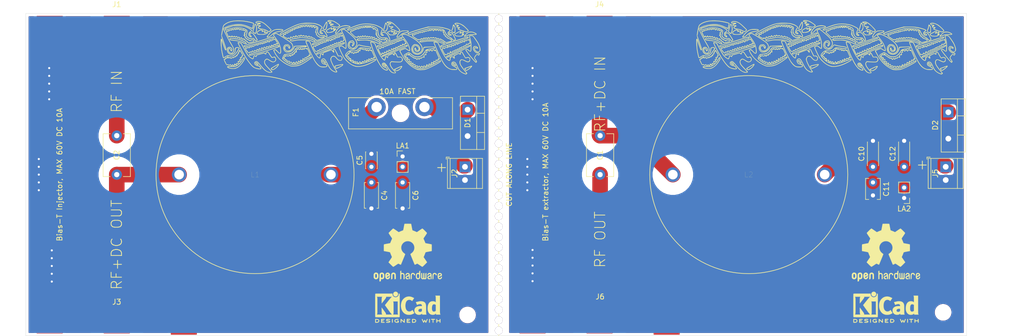
<source format=kicad_pcb>
(kicad_pcb (version 20171130) (host pcbnew 5.1.6-c6e7f7d~87~ubuntu20.04.1)

  (general
    (thickness 1.6)
    (drawings 18)
    (tracks 91)
    (zones 0)
    (modules 60)
    (nets 10)
  )

  (page A4)
  (layers
    (0 F.Cu signal)
    (31 B.Cu signal)
    (32 B.Adhes user)
    (33 F.Adhes user)
    (34 B.Paste user)
    (35 F.Paste user)
    (36 B.SilkS user)
    (37 F.SilkS user)
    (38 B.Mask user)
    (39 F.Mask user)
    (40 Dwgs.User user)
    (41 Cmts.User user)
    (42 Eco1.User user)
    (43 Eco2.User user)
    (44 Edge.Cuts user)
    (45 Margin user)
    (46 B.CrtYd user)
    (47 F.CrtYd user)
    (48 B.Fab user)
    (49 F.Fab user)
  )

  (setup
    (last_trace_width 0.25)
    (trace_clearance 0.2)
    (zone_clearance 0.508)
    (zone_45_only no)
    (trace_min 0.2)
    (via_size 0.8)
    (via_drill 0.4)
    (via_min_size 0.4)
    (via_min_drill 0.3)
    (uvia_size 0.3)
    (uvia_drill 0.1)
    (uvias_allowed no)
    (uvia_min_size 0.2)
    (uvia_min_drill 0.1)
    (edge_width 0.05)
    (segment_width 0.2)
    (pcb_text_width 0.3)
    (pcb_text_size 1.5 1.5)
    (mod_edge_width 0.12)
    (mod_text_size 1 1)
    (mod_text_width 0.15)
    (pad_size 5 8.1)
    (pad_drill 0)
    (pad_to_mask_clearance 0.05)
    (aux_axis_origin 0 0)
    (visible_elements FFFFFF7F)
    (pcbplotparams
      (layerselection 0x010fc_ffffffff)
      (usegerberextensions false)
      (usegerberattributes true)
      (usegerberadvancedattributes true)
      (creategerberjobfile true)
      (excludeedgelayer true)
      (linewidth 0.100000)
      (plotframeref false)
      (viasonmask false)
      (mode 1)
      (useauxorigin false)
      (hpglpennumber 1)
      (hpglpenspeed 20)
      (hpglpendiameter 15.000000)
      (psnegative false)
      (psa4output false)
      (plotreference true)
      (plotvalue true)
      (plotinvisibletext false)
      (padsonsilk false)
      (subtractmaskfromsilk false)
      (outputformat 1)
      (mirror false)
      (drillshape 0)
      (scaleselection 1)
      (outputdirectory "Gerbers/"))
  )

  (net 0 "")
  (net 1 GND)
  (net 2 "Net-(D1-Pad1)")
  (net 3 Earth)
  (net 4 /RF)
  (net 5 /RF+DC)
  (net 6 /DC+)
  (net 7 /RF2)
  (net 8 /RF+DC2)
  (net 9 /DC+2)

  (net_class Default "This is the default net class."
    (clearance 0.2)
    (trace_width 0.25)
    (via_dia 0.8)
    (via_drill 0.4)
    (uvia_dia 0.3)
    (uvia_drill 0.1)
  )

  (net_class DC ""
    (clearance 0.2)
    (trace_width 3)
    (via_dia 0.8)
    (via_drill 0.4)
    (uvia_dia 0.3)
    (uvia_drill 0.1)
    (add_net /DC+)
    (add_net /DC+2)
    (add_net Earth)
    (add_net GND)
    (add_net "Net-(D1-Pad1)")
  )

  (net_class RF ""
    (clearance 2.5)
    (trace_width 3)
    (via_dia 0.8)
    (via_drill 0.4)
    (uvia_dia 0.3)
    (uvia_drill 0.1)
    (add_net /RF)
    (add_net /RF+DC)
    (add_net /RF+DC2)
    (add_net /RF2)
  )

  (module MountingHole:MountingHole_2.2mm_M2_DIN965 (layer F.Cu) (tedit 56D1B4CB) (tstamp 5F7EB572)
    (at 190.5 92.5)
    (descr "Mounting Hole 2.2mm, no annular, M2, DIN965")
    (tags "mounting hole 2.2mm no annular m2 din965")
    (attr virtual)
    (fp_text reference REF** (at 0 -2.9) (layer F.SilkS) hide
      (effects (font (size 1 1) (thickness 0.15)))
    )
    (fp_text value MountingHole_2.2mm_M2_DIN965 (at 0 2.9) (layer F.Fab)
      (effects (font (size 1 1) (thickness 0.15)))
    )
    (fp_circle (center 0 0) (end 2.15 0) (layer F.CrtYd) (width 0.05))
    (fp_circle (center 0 0) (end 1.9 0) (layer Cmts.User) (width 0.15))
    (fp_text user %R (at 0.3 0) (layer F.Fab)
      (effects (font (size 1 1) (thickness 0.15)))
    )
    (pad 1 np_thru_hole circle (at 0 0) (size 2.2 2.2) (drill 2.2) (layers *.Cu *.Mask))
  )

  (module Symbol:OSHW-Logo2_14.6x12mm_SilkScreen (layer F.Cu) (tedit 0) (tstamp 5F7EB4E1)
    (at 179.5 81)
    (descr "Open Source Hardware Symbol")
    (tags "Logo Symbol OSHW")
    (attr virtual)
    (fp_text reference REF** (at 0 0) (layer F.SilkS) hide
      (effects (font (size 1 1) (thickness 0.15)))
    )
    (fp_text value OSHW-Logo2_14.6x12mm_SilkScreen (at 0.75 0) (layer F.Fab) hide
      (effects (font (size 1 1) (thickness 0.15)))
    )
    (fp_poly (pts (xy 0.209014 -5.547002) (xy 0.367006 -5.546137) (xy 0.481347 -5.543795) (xy 0.559407 -5.539238)
      (xy 0.608554 -5.53173) (xy 0.636159 -5.520534) (xy 0.649592 -5.504912) (xy 0.656221 -5.484127)
      (xy 0.656865 -5.481437) (xy 0.666935 -5.432887) (xy 0.685575 -5.337095) (xy 0.710845 -5.204257)
      (xy 0.740807 -5.044569) (xy 0.773522 -4.868226) (xy 0.774664 -4.862033) (xy 0.807433 -4.689218)
      (xy 0.838093 -4.536531) (xy 0.864664 -4.413129) (xy 0.885167 -4.328169) (xy 0.897626 -4.29081)
      (xy 0.89822 -4.290148) (xy 0.934919 -4.271905) (xy 1.010586 -4.241503) (xy 1.108878 -4.205507)
      (xy 1.109425 -4.205315) (xy 1.233233 -4.158778) (xy 1.379196 -4.099496) (xy 1.516781 -4.039891)
      (xy 1.523293 -4.036944) (xy 1.74739 -3.935235) (xy 2.243619 -4.274103) (xy 2.395846 -4.377408)
      (xy 2.533741 -4.469763) (xy 2.649315 -4.545916) (xy 2.734579 -4.600615) (xy 2.781544 -4.628607)
      (xy 2.786004 -4.630683) (xy 2.820134 -4.62144) (xy 2.883881 -4.576844) (xy 2.979731 -4.494791)
      (xy 3.110169 -4.373179) (xy 3.243328 -4.243795) (xy 3.371694 -4.116298) (xy 3.486581 -3.999954)
      (xy 3.581073 -3.901948) (xy 3.648253 -3.829464) (xy 3.681206 -3.789687) (xy 3.682432 -3.787639)
      (xy 3.686074 -3.760344) (xy 3.67235 -3.715766) (xy 3.637869 -3.647888) (xy 3.579239 -3.550689)
      (xy 3.49307 -3.418149) (xy 3.3782 -3.247524) (xy 3.276254 -3.097345) (xy 3.185123 -2.96265)
      (xy 3.110073 -2.85126) (xy 3.056369 -2.770995) (xy 3.02928 -2.729675) (xy 3.027574 -2.72687)
      (xy 3.030882 -2.687279) (xy 3.055953 -2.610331) (xy 3.097798 -2.510568) (xy 3.112712 -2.478709)
      (xy 3.177786 -2.336774) (xy 3.247212 -2.175727) (xy 3.303609 -2.036379) (xy 3.344247 -1.932956)
      (xy 3.376526 -1.854358) (xy 3.395178 -1.81328) (xy 3.397497 -1.810115) (xy 3.431803 -1.804872)
      (xy 3.512669 -1.790506) (xy 3.629343 -1.769063) (xy 3.771075 -1.742587) (xy 3.92711 -1.713123)
      (xy 4.086698 -1.682717) (xy 4.239085 -1.653412) (xy 4.373521 -1.627255) (xy 4.479252 -1.60629)
      (xy 4.545526 -1.592561) (xy 4.561782 -1.58868) (xy 4.578573 -1.5791) (xy 4.591249 -1.557464)
      (xy 4.600378 -1.516469) (xy 4.606531 -1.448811) (xy 4.61028 -1.347188) (xy 4.612192 -1.204297)
      (xy 4.61284 -1.012835) (xy 4.612874 -0.934355) (xy 4.612874 -0.296094) (xy 4.459598 -0.26584)
      (xy 4.374322 -0.249436) (xy 4.24707 -0.225491) (xy 4.093315 -0.196893) (xy 3.928534 -0.166533)
      (xy 3.882989 -0.158194) (xy 3.730932 -0.12863) (xy 3.598468 -0.099558) (xy 3.496714 -0.073671)
      (xy 3.436788 -0.053663) (xy 3.426805 -0.047699) (xy 3.402293 -0.005466) (xy 3.367148 0.07637)
      (xy 3.328173 0.181683) (xy 3.320442 0.204368) (xy 3.26936 0.345018) (xy 3.205954 0.503714)
      (xy 3.143904 0.646225) (xy 3.143598 0.646886) (xy 3.040267 0.87044) (xy 3.719961 1.870232)
      (xy 3.283621 2.3073) (xy 3.151649 2.437381) (xy 3.031279 2.552048) (xy 2.929273 2.645181)
      (xy 2.852391 2.710658) (xy 2.807393 2.742357) (xy 2.800938 2.744368) (xy 2.76304 2.728529)
      (xy 2.685708 2.684496) (xy 2.577389 2.61749) (xy 2.446532 2.532734) (xy 2.305052 2.437816)
      (xy 2.161461 2.340998) (xy 2.033435 2.256751) (xy 1.929105 2.190258) (xy 1.8566 2.146702)
      (xy 1.824158 2.131264) (xy 1.784576 2.144328) (xy 1.709519 2.17875) (xy 1.614468 2.22738)
      (xy 1.604392 2.232785) (xy 1.476391 2.29698) (xy 1.388618 2.328463) (xy 1.334028 2.328798)
      (xy 1.305575 2.299548) (xy 1.30541 2.299138) (xy 1.291188 2.264498) (xy 1.257269 2.182269)
      (xy 1.206284 2.058814) (xy 1.140862 1.900498) (xy 1.063634 1.713686) (xy 0.977229 1.504742)
      (xy 0.893551 1.302446) (xy 0.801588 1.0792) (xy 0.71715 0.872392) (xy 0.642769 0.688362)
      (xy 0.580974 0.533451) (xy 0.534297 0.413996) (xy 0.505268 0.336339) (xy 0.496322 0.307356)
      (xy 0.518756 0.27411) (xy 0.577439 0.221123) (xy 0.655689 0.162704) (xy 0.878534 -0.022048)
      (xy 1.052718 -0.233818) (xy 1.176154 -0.468144) (xy 1.246754 -0.720566) (xy 1.262431 -0.986623)
      (xy 1.251036 -1.109425) (xy 1.18895 -1.364207) (xy 1.082023 -1.589199) (xy 0.936889 -1.782183)
      (xy 0.760178 -1.940939) (xy 0.558522 -2.06325) (xy 0.338554 -2.146895) (xy 0.106906 -2.189656)
      (xy -0.129791 -2.189313) (xy -0.364905 -2.143648) (xy -0.591804 -2.050441) (xy -0.803856 -1.907473)
      (xy -0.892364 -1.826617) (xy -1.062111 -1.618993) (xy -1.180301 -1.392105) (xy -1.247722 -1.152567)
      (xy -1.26516 -0.906993) (xy -1.233402 -0.661997) (xy -1.153235 -0.424192) (xy -1.025445 -0.200193)
      (xy -0.85082 0.003387) (xy -0.655688 0.162704) (xy -0.574409 0.223602) (xy -0.516991 0.276015)
      (xy -0.496322 0.307406) (xy -0.507144 0.341639) (xy -0.537923 0.423419) (xy -0.586126 0.546407)
      (xy -0.649222 0.704263) (xy -0.724678 0.890649) (xy -0.809962 1.099226) (xy -0.893781 1.302496)
      (xy -0.986255 1.525933) (xy -1.071911 1.732984) (xy -1.148118 1.917286) (xy -1.212247 2.072475)
      (xy -1.261668 2.192188) (xy -1.293752 2.270061) (xy -1.305641 2.299138) (xy -1.333726 2.328677)
      (xy -1.388051 2.328591) (xy -1.475605 2.297326) (xy -1.603381 2.233329) (xy -1.604392 2.232785)
      (xy -1.700598 2.183121) (xy -1.778369 2.146945) (xy -1.822223 2.131408) (xy -1.824158 2.131264)
      (xy -1.857171 2.147024) (xy -1.930054 2.19085) (xy -2.034678 2.257557) (xy -2.16291 2.341964)
      (xy -2.305052 2.437816) (xy -2.449767 2.534867) (xy -2.580196 2.61927) (xy -2.68789 2.685801)
      (xy -2.764402 2.729238) (xy -2.800938 2.744368) (xy -2.834582 2.724482) (xy -2.902224 2.668903)
      (xy -2.997107 2.583754) (xy -3.11247 2.475153) (xy -3.241555 2.349221) (xy -3.283771 2.307149)
      (xy -3.720261 1.869931) (xy -3.388023 1.38234) (xy -3.287054 1.232605) (xy -3.198438 1.09822)
      (xy -3.127146 0.986969) (xy -3.07815 0.906639) (xy -3.056422 0.865014) (xy -3.055785 0.862053)
      (xy -3.06724 0.822818) (xy -3.098051 0.743895) (xy -3.142884 0.638509) (xy -3.174353 0.567954)
      (xy -3.233192 0.432876) (xy -3.288604 0.296409) (xy -3.331564 0.181103) (xy -3.343234 0.145977)
      (xy -3.376389 0.052174) (xy -3.408799 -0.020306) (xy -3.426601 -0.047699) (xy -3.465886 -0.064464)
      (xy -3.551626 -0.08823) (xy -3.672697 -0.116303) (xy -3.817973 -0.145991) (xy -3.882988 -0.158194)
      (xy -4.048087 -0.188532) (xy -4.206448 -0.217907) (xy -4.342596 -0.243431) (xy -4.441057 -0.262215)
      (xy -4.459598 -0.26584) (xy -4.612873 -0.296094) (xy -4.612873 -0.934355) (xy -4.612529 -1.14423)
      (xy -4.611116 -1.30302) (xy -4.608064 -1.418027) (xy -4.602803 -1.496554) (xy -4.594763 -1.545904)
      (xy -4.583373 -1.573381) (xy -4.568063 -1.586287) (xy -4.561782 -1.58868) (xy -4.523896 -1.597167)
      (xy -4.440195 -1.6141) (xy -4.321433 -1.637434) (xy -4.178361 -1.665125) (xy -4.021732 -1.695127)
      (xy -3.862297 -1.725396) (xy -3.710809 -1.753885) (xy -3.578019 -1.778551) (xy -3.474681 -1.797349)
      (xy -3.411545 -1.808233) (xy -3.397497 -1.810115) (xy -3.38477 -1.835296) (xy -3.3566 -1.902378)
      (xy -3.318252 -1.998667) (xy -3.303609 -2.036379) (xy -3.244548 -2.182079) (xy -3.175 -2.343049)
      (xy -3.112712 -2.478709) (xy -3.066879 -2.582439) (xy -3.036387 -2.667674) (xy -3.026208 -2.719874)
      (xy -3.027831 -2.72687) (xy -3.049343 -2.759898) (xy -3.098465 -2.833357) (xy -3.169923 -2.939423)
      (xy -3.258445 -3.070274) (xy -3.358759 -3.218088) (xy -3.378594 -3.247266) (xy -3.494988 -3.420137)
      (xy -3.580548 -3.551774) (xy -3.638684 -3.648239) (xy -3.672808 -3.715592) (xy -3.686331 -3.759894)
      (xy -3.682664 -3.787206) (xy -3.68257 -3.78738) (xy -3.653707 -3.823254) (xy -3.589867 -3.892609)
      (xy -3.497969 -3.988255) (xy -3.384933 -4.103001) (xy -3.257679 -4.229659) (xy -3.243328 -4.243795)
      (xy -3.082957 -4.399097) (xy -2.959195 -4.51313) (xy -2.869555 -4.587998) (xy -2.811552 -4.625804)
      (xy -2.786004 -4.630683) (xy -2.748718 -4.609397) (xy -2.671343 -4.560227) (xy -2.561867 -4.488425)
      (xy -2.42828 -4.399245) (xy -2.27857 -4.297937) (xy -2.243618 -4.274103) (xy -1.74739 -3.935235)
      (xy -1.523293 -4.036944) (xy -1.387011 -4.096217) (xy -1.240724 -4.15583) (xy -1.114965 -4.20336)
      (xy -1.109425 -4.205315) (xy -1.011057 -4.241323) (xy -0.935229 -4.271771) (xy -0.898282 -4.290095)
      (xy -0.89822 -4.290148) (xy -0.886496 -4.323271) (xy -0.866568 -4.404733) (xy -0.840413 -4.525375)
      (xy -0.81001 -4.676041) (xy -0.777337 -4.847572) (xy -0.774664 -4.862033) (xy -0.74189 -5.038765)
      (xy -0.711802 -5.19919) (xy -0.686339 -5.333112) (xy -0.667441 -5.430337) (xy -0.657047 -5.480668)
      (xy -0.656865 -5.481437) (xy -0.650539 -5.502847) (xy -0.638239 -5.519012) (xy -0.612594 -5.530669)
      (xy -0.566235 -5.538555) (xy -0.491792 -5.543407) (xy -0.381895 -5.545961) (xy -0.229175 -5.546955)
      (xy -0.026262 -5.547126) (xy 0 -5.547126) (xy 0.209014 -5.547002)) (layer F.SilkS) (width 0.01))
    (fp_poly (pts (xy 6.343439 3.95654) (xy 6.45895 4.032034) (xy 6.514664 4.099617) (xy 6.558804 4.222255)
      (xy 6.562309 4.319298) (xy 6.554368 4.449056) (xy 6.255115 4.580039) (xy 6.109611 4.646958)
      (xy 6.014537 4.70079) (xy 5.965101 4.747416) (xy 5.956511 4.79272) (xy 5.983972 4.842582)
      (xy 6.014253 4.875632) (xy 6.102363 4.928633) (xy 6.198196 4.932347) (xy 6.286212 4.891041)
      (xy 6.350869 4.808983) (xy 6.362433 4.780008) (xy 6.417825 4.689509) (xy 6.481553 4.65094)
      (xy 6.568966 4.617946) (xy 6.568966 4.743034) (xy 6.561238 4.828156) (xy 6.530966 4.899938)
      (xy 6.467518 4.982356) (xy 6.458088 4.993066) (xy 6.387513 5.066391) (xy 6.326847 5.105742)
      (xy 6.25095 5.123845) (xy 6.18803 5.129774) (xy 6.075487 5.131251) (xy 5.99537 5.112535)
      (xy 5.94539 5.084747) (xy 5.866838 5.023641) (xy 5.812463 4.957554) (xy 5.778052 4.874441)
      (xy 5.759388 4.762254) (xy 5.752256 4.608946) (xy 5.751687 4.531136) (xy 5.753622 4.437853)
      (xy 5.929899 4.437853) (xy 5.931944 4.487896) (xy 5.937039 4.496092) (xy 5.970666 4.484958)
      (xy 6.04303 4.455493) (xy 6.139747 4.413601) (xy 6.159973 4.404597) (xy 6.282203 4.342442)
      (xy 6.349547 4.287815) (xy 6.364348 4.236649) (xy 6.328947 4.184876) (xy 6.299711 4.162)
      (xy 6.194216 4.11625) (xy 6.095476 4.123808) (xy 6.012812 4.179651) (xy 5.955548 4.278753)
      (xy 5.937188 4.357414) (xy 5.929899 4.437853) (xy 5.753622 4.437853) (xy 5.755459 4.349351)
      (xy 5.769359 4.214853) (xy 5.796894 4.116916) (xy 5.841572 4.044811) (xy 5.906901 3.987813)
      (xy 5.935383 3.969393) (xy 6.064763 3.921422) (xy 6.206412 3.918403) (xy 6.343439 3.95654)) (layer F.SilkS) (width 0.01))
    (fp_poly (pts (xy 5.33569 3.940018) (xy 5.370585 3.955269) (xy 5.453877 4.021235) (xy 5.525103 4.116618)
      (xy 5.569153 4.218406) (xy 5.576322 4.268587) (xy 5.552285 4.338647) (xy 5.499561 4.375717)
      (xy 5.443031 4.398164) (xy 5.417146 4.4023) (xy 5.404542 4.372283) (xy 5.379654 4.306961)
      (xy 5.368735 4.277445) (xy 5.307508 4.175348) (xy 5.218861 4.124423) (xy 5.105193 4.125989)
      (xy 5.096774 4.127994) (xy 5.036088 4.156767) (xy 4.991474 4.212859) (xy 4.961002 4.303163)
      (xy 4.942744 4.434571) (xy 4.934771 4.613974) (xy 4.934023 4.709433) (xy 4.933652 4.859913)
      (xy 4.931223 4.962495) (xy 4.92476 5.027672) (xy 4.912288 5.065938) (xy 4.891833 5.087785)
      (xy 4.861419 5.103707) (xy 4.859661 5.104509) (xy 4.801091 5.129272) (xy 4.772075 5.138391)
      (xy 4.767616 5.110822) (xy 4.763799 5.03462) (xy 4.760899 4.919541) (xy 4.759191 4.775341)
      (xy 4.758851 4.669814) (xy 4.760588 4.465613) (xy 4.767382 4.310697) (xy 4.781607 4.196024)
      (xy 4.805638 4.112551) (xy 4.841848 4.051236) (xy 4.892612 4.003034) (xy 4.942739 3.969393)
      (xy 5.063275 3.924619) (xy 5.203557 3.914521) (xy 5.33569 3.940018)) (layer F.SilkS) (width 0.01))
    (fp_poly (pts (xy 4.314406 3.935156) (xy 4.398469 3.973393) (xy 4.46445 4.019726) (xy 4.512794 4.071532)
      (xy 4.546172 4.138363) (xy 4.567253 4.229769) (xy 4.578707 4.355301) (xy 4.583203 4.524508)
      (xy 4.583678 4.635933) (xy 4.583678 5.070627) (xy 4.509316 5.104509) (xy 4.450746 5.129272)
      (xy 4.42173 5.138391) (xy 4.416179 5.111257) (xy 4.411775 5.038094) (xy 4.409078 4.931263)
      (xy 4.408506 4.846437) (xy 4.406046 4.723887) (xy 4.399412 4.626668) (xy 4.389726 4.567134)
      (xy 4.382032 4.554483) (xy 4.330311 4.567402) (xy 4.249117 4.600539) (xy 4.155102 4.645461)
      (xy 4.064917 4.693735) (xy 3.995215 4.736928) (xy 3.962648 4.766608) (xy 3.962519 4.766929)
      (xy 3.96532 4.821857) (xy 3.990439 4.874292) (xy 4.034541 4.916881) (xy 4.098909 4.931126)
      (xy 4.153921 4.929466) (xy 4.231835 4.928245) (xy 4.272732 4.946498) (xy 4.297295 4.994726)
      (xy 4.300392 5.00382) (xy 4.31104 5.072598) (xy 4.282565 5.11436) (xy 4.208344 5.134263)
      (xy 4.128168 5.137944) (xy 3.98389 5.110658) (xy 3.909203 5.07169) (xy 3.816963 4.980148)
      (xy 3.768043 4.867782) (xy 3.763654 4.749051) (xy 3.805001 4.638411) (xy 3.867197 4.56908)
      (xy 3.929294 4.530265) (xy 4.026895 4.481125) (xy 4.140632 4.431292) (xy 4.15959 4.423677)
      (xy 4.284521 4.368545) (xy 4.356539 4.319954) (xy 4.3797 4.271647) (xy 4.358064 4.21737)
      (xy 4.32092 4.174943) (xy 4.233127 4.122702) (xy 4.13653 4.118784) (xy 4.047944 4.159041)
      (xy 3.984186 4.239326) (xy 3.975817 4.26004) (xy 3.927096 4.336225) (xy 3.855965 4.392785)
      (xy 3.766207 4.439201) (xy 3.766207 4.307584) (xy 3.77149 4.227168) (xy 3.794142 4.163786)
      (xy 3.844367 4.096163) (xy 3.892582 4.044076) (xy 3.967554 3.970322) (xy 4.025806 3.930702)
      (xy 4.088372 3.91481) (xy 4.159193 3.912184) (xy 4.314406 3.935156)) (layer F.SilkS) (width 0.01))
    (fp_poly (pts (xy 3.580124 3.93984) (xy 3.584579 4.016653) (xy 3.588071 4.133391) (xy 3.590315 4.280821)
      (xy 3.591035 4.435455) (xy 3.591035 4.958727) (xy 3.498645 5.051117) (xy 3.434978 5.108047)
      (xy 3.379089 5.131107) (xy 3.302702 5.129647) (xy 3.27238 5.125934) (xy 3.17761 5.115126)
      (xy 3.099222 5.108933) (xy 3.080115 5.108361) (xy 3.015699 5.112102) (xy 2.923571 5.121494)
      (xy 2.88785 5.125934) (xy 2.800114 5.132801) (xy 2.741153 5.117885) (xy 2.68269 5.071835)
      (xy 2.661585 5.051117) (xy 2.569195 4.958727) (xy 2.569195 3.979947) (xy 2.643558 3.946066)
      (xy 2.70759 3.92097) (xy 2.745052 3.912184) (xy 2.754657 3.93995) (xy 2.763635 4.01753)
      (xy 2.771386 4.136348) (xy 2.777314 4.287828) (xy 2.780173 4.415805) (xy 2.788161 4.919425)
      (xy 2.857848 4.929278) (xy 2.921229 4.922389) (xy 2.952286 4.900083) (xy 2.960967 4.858379)
      (xy 2.968378 4.769544) (xy 2.973931 4.644834) (xy 2.977036 4.495507) (xy 2.977484 4.418661)
      (xy 2.977931 3.976287) (xy 3.069874 3.944235) (xy 3.134949 3.922443) (xy 3.170347 3.912281)
      (xy 3.171368 3.912184) (xy 3.17492 3.939809) (xy 3.178823 4.016411) (xy 3.182751 4.132579)
      (xy 3.186376 4.278904) (xy 3.188908 4.415805) (xy 3.196897 4.919425) (xy 3.372069 4.919425)
      (xy 3.380107 4.459965) (xy 3.388146 4.000505) (xy 3.473543 3.956344) (xy 3.536593 3.926019)
      (xy 3.57391 3.912258) (xy 3.574987 3.912184) (xy 3.580124 3.93984)) (layer F.SilkS) (width 0.01))
    (fp_poly (pts (xy 2.393914 4.154455) (xy 2.393543 4.372661) (xy 2.392108 4.540519) (xy 2.389002 4.66607)
      (xy 2.383622 4.757355) (xy 2.375362 4.822415) (xy 2.363616 4.869291) (xy 2.347781 4.906024)
      (xy 2.33579 4.926991) (xy 2.23649 5.040694) (xy 2.110588 5.111965) (xy 1.971291 5.137538)
      (xy 1.831805 5.11415) (xy 1.748743 5.072119) (xy 1.661545 4.999411) (xy 1.602117 4.910612)
      (xy 1.566261 4.79432) (xy 1.549781 4.639135) (xy 1.547447 4.525287) (xy 1.547761 4.517106)
      (xy 1.751724 4.517106) (xy 1.75297 4.647657) (xy 1.758678 4.73408) (xy 1.771804 4.790618)
      (xy 1.795306 4.831514) (xy 1.823386 4.862362) (xy 1.917688 4.921905) (xy 2.01894 4.926992)
      (xy 2.114636 4.877279) (xy 2.122084 4.870543) (xy 2.153874 4.835502) (xy 2.173808 4.793811)
      (xy 2.1846 4.731762) (xy 2.188965 4.635644) (xy 2.189655 4.529379) (xy 2.188159 4.39588)
      (xy 2.181964 4.306822) (xy 2.168514 4.248293) (xy 2.145251 4.206382) (xy 2.126175 4.184123)
      (xy 2.037563 4.127985) (xy 1.935508 4.121235) (xy 1.838095 4.164114) (xy 1.819296 4.180032)
      (xy 1.787293 4.215382) (xy 1.767318 4.257502) (xy 1.756593 4.320251) (xy 1.752339 4.417487)
      (xy 1.751724 4.517106) (xy 1.547761 4.517106) (xy 1.554504 4.341947) (xy 1.578472 4.204195)
      (xy 1.623548 4.100632) (xy 1.693928 4.019856) (xy 1.748743 3.978455) (xy 1.848376 3.933728)
      (xy 1.963855 3.912967) (xy 2.071199 3.918525) (xy 2.131264 3.940943) (xy 2.154835 3.947323)
      (xy 2.170477 3.923535) (xy 2.181395 3.859788) (xy 2.189655 3.762687) (xy 2.198699 3.654541)
      (xy 2.211261 3.589475) (xy 2.234119 3.552268) (xy 2.274051 3.527699) (xy 2.299138 3.516819)
      (xy 2.394023 3.477072) (xy 2.393914 4.154455)) (layer F.SilkS) (width 0.01))
    (fp_poly (pts (xy 1.065943 3.92192) (xy 1.198565 3.970859) (xy 1.30601 4.057419) (xy 1.348032 4.118352)
      (xy 1.393843 4.230161) (xy 1.392891 4.311006) (xy 1.344808 4.365378) (xy 1.327017 4.374624)
      (xy 1.250204 4.40345) (xy 1.210976 4.396065) (xy 1.197689 4.347658) (xy 1.197012 4.32092)
      (xy 1.172686 4.222548) (xy 1.109281 4.153734) (xy 1.021154 4.120498) (xy 0.922663 4.128861)
      (xy 0.842602 4.172296) (xy 0.815561 4.197072) (xy 0.796394 4.227129) (xy 0.783446 4.272565)
      (xy 0.775064 4.343476) (xy 0.769593 4.44996) (xy 0.765378 4.602112) (xy 0.764287 4.650287)
      (xy 0.760307 4.815095) (xy 0.755781 4.931088) (xy 0.748995 5.007833) (xy 0.738231 5.054893)
      (xy 0.721773 5.081835) (xy 0.697906 5.098223) (xy 0.682626 5.105463) (xy 0.617733 5.13022)
      (xy 0.579534 5.138391) (xy 0.566912 5.111103) (xy 0.559208 5.028603) (xy 0.55638 4.889941)
      (xy 0.558386 4.694162) (xy 0.559011 4.663965) (xy 0.563421 4.485349) (xy 0.568635 4.354923)
      (xy 0.576055 4.262492) (xy 0.587082 4.197858) (xy 0.603117 4.150825) (xy 0.625561 4.111196)
      (xy 0.637302 4.094215) (xy 0.704619 4.01908) (xy 0.77991 3.960638) (xy 0.789128 3.955536)
      (xy 0.924133 3.91526) (xy 1.065943 3.92192)) (layer F.SilkS) (width 0.01))
    (fp_poly (pts (xy 0.079944 3.92436) (xy 0.194343 3.966842) (xy 0.195652 3.967658) (xy 0.266403 4.01973)
      (xy 0.318636 4.080584) (xy 0.355371 4.159887) (xy 0.379634 4.267309) (xy 0.394445 4.412517)
      (xy 0.402829 4.605179) (xy 0.403564 4.632628) (xy 0.41412 5.046521) (xy 0.325291 5.092456)
      (xy 0.261018 5.123498) (xy 0.22221 5.138206) (xy 0.220415 5.138391) (xy 0.2137 5.11125)
      (xy 0.208365 5.038041) (xy 0.205083 4.931081) (xy 0.204368 4.844469) (xy 0.204351 4.704162)
      (xy 0.197937 4.616051) (xy 0.17558 4.574025) (xy 0.127732 4.571975) (xy 0.044849 4.60379)
      (xy -0.080287 4.662272) (xy -0.172303 4.710845) (xy -0.219629 4.752986) (xy -0.233542 4.798916)
      (xy -0.233563 4.801189) (xy -0.210605 4.880311) (xy -0.14263 4.923055) (xy -0.038602 4.929246)
      (xy 0.03633 4.928172) (xy 0.075839 4.949753) (xy 0.100478 5.001591) (xy 0.114659 5.067632)
      (xy 0.094223 5.105104) (xy 0.086528 5.110467) (xy 0.014083 5.132006) (xy -0.087367 5.135055)
      (xy -0.191843 5.120778) (xy -0.265875 5.094688) (xy -0.368228 5.007785) (xy -0.426409 4.886816)
      (xy -0.437931 4.792308) (xy -0.429138 4.707062) (xy -0.39732 4.637476) (xy -0.334316 4.575672)
      (xy -0.231969 4.513772) (xy -0.082118 4.443897) (xy -0.072988 4.439948) (xy 0.061997 4.377588)
      (xy 0.145294 4.326446) (xy 0.180997 4.280488) (xy 0.173203 4.233683) (xy 0.126007 4.179998)
      (xy 0.111894 4.167644) (xy 0.017359 4.119741) (xy -0.080594 4.121758) (xy -0.165903 4.168724)
      (xy -0.222504 4.255669) (xy -0.227763 4.272734) (xy -0.278977 4.355504) (xy -0.343963 4.395372)
      (xy -0.437931 4.434882) (xy -0.437931 4.332658) (xy -0.409347 4.184072) (xy -0.324505 4.047784)
      (xy -0.280355 4.002191) (xy -0.179995 3.943674) (xy -0.052365 3.917184) (xy 0.079944 3.92436)) (layer F.SilkS) (width 0.01))
    (fp_poly (pts (xy -1.255402 3.723857) (xy -1.246846 3.843188) (xy -1.237019 3.913506) (xy -1.223401 3.944179)
      (xy -1.203473 3.944571) (xy -1.197011 3.94091) (xy -1.11106 3.914398) (xy -0.999255 3.915946)
      (xy -0.885586 3.943199) (xy -0.81449 3.978455) (xy -0.741595 4.034778) (xy -0.688307 4.098519)
      (xy -0.651725 4.17951) (xy -0.62895 4.287586) (xy -0.617081 4.43258) (xy -0.613218 4.624326)
      (xy -0.613149 4.661109) (xy -0.613103 5.074288) (xy -0.705046 5.106339) (xy -0.770348 5.128144)
      (xy -0.806176 5.138297) (xy -0.80723 5.138391) (xy -0.810758 5.11086) (xy -0.813761 5.034923)
      (xy -0.81601 4.920565) (xy -0.817276 4.777769) (xy -0.817471 4.690951) (xy -0.817877 4.519773)
      (xy -0.819968 4.397088) (xy -0.825053 4.313) (xy -0.83444 4.257614) (xy -0.849439 4.221032)
      (xy -0.871358 4.193359) (xy -0.885043 4.180032) (xy -0.979051 4.126328) (xy -1.081636 4.122307)
      (xy -1.17471 4.167725) (xy -1.191922 4.184123) (xy -1.217168 4.214957) (xy -1.23468 4.251531)
      (xy -1.245858 4.304415) (xy -1.252104 4.384177) (xy -1.254818 4.501385) (xy -1.255402 4.662991)
      (xy -1.255402 5.074288) (xy -1.347345 5.106339) (xy -1.412647 5.128144) (xy -1.448475 5.138297)
      (xy -1.449529 5.138391) (xy -1.452225 5.110448) (xy -1.454655 5.03163) (xy -1.456722 4.909453)
      (xy -1.458329 4.751432) (xy -1.459377 4.565083) (xy -1.459769 4.35792) (xy -1.45977 4.348706)
      (xy -1.45977 3.55902) (xy -1.364885 3.518997) (xy -1.27 3.478973) (xy -1.255402 3.723857)) (layer F.SilkS) (width 0.01))
    (fp_poly (pts (xy -3.684448 3.884676) (xy -3.569342 3.962111) (xy -3.480389 4.073949) (xy -3.427251 4.216265)
      (xy -3.416503 4.321015) (xy -3.417724 4.364726) (xy -3.427944 4.398194) (xy -3.456039 4.428179)
      (xy -3.510884 4.46144) (xy -3.601355 4.504738) (xy -3.736328 4.564833) (xy -3.737011 4.565134)
      (xy -3.861249 4.622037) (xy -3.963127 4.672565) (xy -4.032233 4.71128) (xy -4.058154 4.73274)
      (xy -4.058161 4.732913) (xy -4.035315 4.779644) (xy -3.981891 4.831154) (xy -3.920558 4.868261)
      (xy -3.889485 4.875632) (xy -3.804711 4.850138) (xy -3.731707 4.786291) (xy -3.696087 4.716094)
      (xy -3.66182 4.664343) (xy -3.594697 4.605409) (xy -3.515792 4.554496) (xy -3.446179 4.526809)
      (xy -3.431623 4.525287) (xy -3.415237 4.550321) (xy -3.41425 4.614311) (xy -3.426292 4.700593)
      (xy -3.448993 4.792501) (xy -3.479986 4.873369) (xy -3.481552 4.876509) (xy -3.574819 5.006734)
      (xy -3.695696 5.095311) (xy -3.832973 5.138786) (xy -3.97544 5.133706) (xy -4.111888 5.076616)
      (xy -4.117955 5.072602) (xy -4.22529 4.975326) (xy -4.295868 4.848409) (xy -4.334926 4.681526)
      (xy -4.340168 4.634639) (xy -4.349452 4.413329) (xy -4.338322 4.310124) (xy -4.058161 4.310124)
      (xy -4.054521 4.374503) (xy -4.034611 4.393291) (xy -3.984974 4.379235) (xy -3.906733 4.346009)
      (xy -3.819274 4.304359) (xy -3.817101 4.303256) (xy -3.74297 4.264265) (xy -3.713219 4.238244)
      (xy -3.720555 4.210965) (xy -3.751447 4.175121) (xy -3.83004 4.123251) (xy -3.914677 4.119439)
      (xy -3.990597 4.157189) (xy -4.043035 4.230001) (xy -4.058161 4.310124) (xy -4.338322 4.310124)
      (xy -4.330356 4.236261) (xy -4.281366 4.095829) (xy -4.213164 3.997447) (xy -4.090065 3.89803)
      (xy -3.954472 3.848711) (xy -3.816045 3.845568) (xy -3.684448 3.884676)) (layer F.SilkS) (width 0.01))
    (fp_poly (pts (xy -5.951779 3.866015) (xy -5.814939 3.937968) (xy -5.713949 4.053766) (xy -5.678075 4.128213)
      (xy -5.650161 4.239992) (xy -5.635871 4.381227) (xy -5.634516 4.535371) (xy -5.645405 4.685879)
      (xy -5.667847 4.816205) (xy -5.70115 4.909803) (xy -5.711385 4.925922) (xy -5.832618 5.046249)
      (xy -5.976613 5.118317) (xy -6.132861 5.139408) (xy -6.290852 5.106802) (xy -6.33482 5.087253)
      (xy -6.420444 5.027012) (xy -6.495592 4.947135) (xy -6.502694 4.937004) (xy -6.531561 4.888181)
      (xy -6.550643 4.83599) (xy -6.561916 4.767285) (xy -6.567355 4.668918) (xy -6.568938 4.527744)
      (xy -6.568965 4.496092) (xy -6.568893 4.486019) (xy -6.277011 4.486019) (xy -6.275313 4.619256)
      (xy -6.268628 4.707674) (xy -6.254575 4.764785) (xy -6.230771 4.804102) (xy -6.218621 4.817241)
      (xy -6.148764 4.867172) (xy -6.080941 4.864895) (xy -6.012365 4.821584) (xy -5.971465 4.775346)
      (xy -5.947242 4.707857) (xy -5.933639 4.601433) (xy -5.932706 4.58902) (xy -5.930384 4.396147)
      (xy -5.95465 4.2529) (xy -6.005176 4.16016) (xy -6.081632 4.118807) (xy -6.108924 4.116552)
      (xy -6.180589 4.127893) (xy -6.22961 4.167184) (xy -6.259582 4.242326) (xy -6.274101 4.361222)
      (xy -6.277011 4.486019) (xy -6.568893 4.486019) (xy -6.567878 4.345659) (xy -6.563312 4.240549)
      (xy -6.553312 4.167714) (xy -6.535921 4.114108) (xy -6.509184 4.066681) (xy -6.503276 4.057864)
      (xy -6.403968 3.939007) (xy -6.295758 3.870008) (xy -6.164019 3.842619) (xy -6.119283 3.841281)
      (xy -5.951779 3.866015)) (layer F.SilkS) (width 0.01))
    (fp_poly (pts (xy -2.582571 3.877719) (xy -2.488877 3.931914) (xy -2.423736 3.985707) (xy -2.376093 4.042066)
      (xy -2.343272 4.110987) (xy -2.322594 4.202468) (xy -2.31138 4.326506) (xy -2.306951 4.493098)
      (xy -2.306437 4.612851) (xy -2.306437 5.053659) (xy -2.430517 5.109283) (xy -2.554598 5.164907)
      (xy -2.569195 4.682095) (xy -2.575227 4.501779) (xy -2.581555 4.370901) (xy -2.589394 4.280511)
      (xy -2.599963 4.221664) (xy -2.614477 4.185413) (xy -2.634152 4.16281) (xy -2.640465 4.157917)
      (xy -2.736112 4.119706) (xy -2.832793 4.134827) (xy -2.890345 4.174943) (xy -2.913755 4.20337)
      (xy -2.929961 4.240672) (xy -2.940259 4.297223) (xy -2.945951 4.383394) (xy -2.948336 4.509558)
      (xy -2.948736 4.641042) (xy -2.948814 4.805999) (xy -2.951639 4.922761) (xy -2.961093 5.00151)
      (xy -2.98106 5.052431) (xy -3.015424 5.085706) (xy -3.068068 5.11152) (xy -3.138383 5.138344)
      (xy -3.21518 5.167542) (xy -3.206038 4.649346) (xy -3.202357 4.462539) (xy -3.19805 4.32449)
      (xy -3.191877 4.225568) (xy -3.182598 4.156145) (xy -3.168973 4.10659) (xy -3.149761 4.067273)
      (xy -3.126598 4.032584) (xy -3.014848 3.92177) (xy -2.878487 3.857689) (xy -2.730175 3.842339)
      (xy -2.582571 3.877719)) (layer F.SilkS) (width 0.01))
    (fp_poly (pts (xy -4.8281 3.861903) (xy -4.71655 3.917522) (xy -4.618092 4.019931) (xy -4.590977 4.057864)
      (xy -4.561438 4.1075) (xy -4.542272 4.161412) (xy -4.531307 4.233364) (xy -4.526371 4.337122)
      (xy -4.525287 4.474101) (xy -4.530182 4.661815) (xy -4.547196 4.802758) (xy -4.579823 4.907908)
      (xy -4.631558 4.988243) (xy -4.705896 5.054741) (xy -4.711358 5.058678) (xy -4.78462 5.098953)
      (xy -4.87284 5.11888) (xy -4.985038 5.123793) (xy -5.167433 5.123793) (xy -5.167509 5.300857)
      (xy -5.169207 5.39947) (xy -5.17955 5.457314) (xy -5.206578 5.492006) (xy -5.258332 5.521164)
      (xy -5.270761 5.527121) (xy -5.328923 5.555039) (xy -5.373956 5.572672) (xy -5.407441 5.574194)
      (xy -5.430962 5.553781) (xy -5.4461 5.505607) (xy -5.454437 5.423846) (xy -5.457556 5.302672)
      (xy -5.45704 5.13626) (xy -5.454471 4.918785) (xy -5.453668 4.853736) (xy -5.450778 4.629502)
      (xy -5.448188 4.482821) (xy -5.167586 4.482821) (xy -5.166009 4.607326) (xy -5.159 4.688787)
      (xy -5.143142 4.742515) (xy -5.115019 4.783823) (xy -5.095925 4.803971) (xy -5.017865 4.862921)
      (xy -4.948753 4.86772) (xy -4.87744 4.819038) (xy -4.875632 4.817241) (xy -4.846617 4.779618)
      (xy -4.828967 4.728484) (xy -4.820064 4.649738) (xy -4.817291 4.529276) (xy -4.817241 4.502588)
      (xy -4.823942 4.336583) (xy -4.845752 4.221505) (xy -4.885235 4.151254) (xy -4.944956 4.119729)
      (xy -4.979472 4.116552) (xy -5.061389 4.13146) (xy -5.117579 4.180548) (xy -5.151402 4.270362)
      (xy -5.16622 4.407445) (xy -5.167586 4.482821) (xy -5.448188 4.482821) (xy -5.447713 4.455952)
      (xy -5.443753 4.325382) (xy -5.438174 4.230087) (xy -5.430254 4.162364) (xy -5.419269 4.114507)
      (xy -5.404499 4.078813) (xy -5.385218 4.047578) (xy -5.376951 4.035824) (xy -5.267288 3.924797)
      (xy -5.128635 3.861847) (xy -4.968246 3.844297) (xy -4.8281 3.861903)) (layer F.SilkS) (width 0.01))
  )

  (module Symbol:KiCad-Logo2_5mm_SilkScreen (layer F.Cu) (tedit 0) (tstamp 5F7EB4CD)
    (at 179.5 91.5)
    (descr "KiCad Logo")
    (tags "Logo KiCad")
    (attr virtual)
    (fp_text reference REF** (at 0 -5.08) (layer F.SilkS) hide
      (effects (font (size 1 1) (thickness 0.15)))
    )
    (fp_text value KiCad-Logo2_5mm_SilkScreen (at 0 5.08) (layer F.Fab) hide
      (effects (font (size 1 1) (thickness 0.15)))
    )
    (fp_poly (pts (xy 6.228823 2.274533) (xy 6.260202 2.296776) (xy 6.287911 2.324485) (xy 6.287911 2.63392)
      (xy 6.287838 2.725799) (xy 6.287495 2.79784) (xy 6.286692 2.85278) (xy 6.285241 2.89336)
      (xy 6.282952 2.922317) (xy 6.279636 2.942391) (xy 6.275105 2.956321) (xy 6.269169 2.966845)
      (xy 6.264514 2.9731) (xy 6.233783 2.997673) (xy 6.198496 3.000341) (xy 6.166245 2.985271)
      (xy 6.155588 2.976374) (xy 6.148464 2.964557) (xy 6.144167 2.945526) (xy 6.141991 2.914992)
      (xy 6.141228 2.868662) (xy 6.141155 2.832871) (xy 6.141155 2.698045) (xy 5.644444 2.698045)
      (xy 5.644444 2.8207) (xy 5.643931 2.876787) (xy 5.641876 2.915333) (xy 5.637508 2.941361)
      (xy 5.630056 2.959897) (xy 5.621047 2.9731) (xy 5.590144 2.997604) (xy 5.555196 3.000506)
      (xy 5.521738 2.983089) (xy 5.512604 2.973959) (xy 5.506152 2.961855) (xy 5.501897 2.943001)
      (xy 5.499352 2.91362) (xy 5.498029 2.869937) (xy 5.497443 2.808175) (xy 5.497375 2.794)
      (xy 5.496891 2.677631) (xy 5.496641 2.581727) (xy 5.496723 2.504177) (xy 5.497231 2.442869)
      (xy 5.498262 2.39569) (xy 5.499913 2.36053) (xy 5.502279 2.335276) (xy 5.505457 2.317817)
      (xy 5.509544 2.306041) (xy 5.514634 2.297835) (xy 5.520266 2.291645) (xy 5.552128 2.271844)
      (xy 5.585357 2.274533) (xy 5.616735 2.296776) (xy 5.629433 2.311126) (xy 5.637526 2.326978)
      (xy 5.642042 2.349554) (xy 5.644006 2.384078) (xy 5.644444 2.435776) (xy 5.644444 2.551289)
      (xy 6.141155 2.551289) (xy 6.141155 2.432756) (xy 6.141662 2.378148) (xy 6.143698 2.341275)
      (xy 6.148035 2.317307) (xy 6.155447 2.301415) (xy 6.163733 2.291645) (xy 6.195594 2.271844)
      (xy 6.228823 2.274533)) (layer F.SilkS) (width 0.01))
    (fp_poly (pts (xy 4.963065 2.269163) (xy 5.041772 2.269542) (xy 5.102863 2.270333) (xy 5.148817 2.27167)
      (xy 5.182114 2.273683) (xy 5.205236 2.276506) (xy 5.220662 2.280269) (xy 5.230871 2.285105)
      (xy 5.235813 2.288822) (xy 5.261457 2.321358) (xy 5.264559 2.355138) (xy 5.248711 2.385826)
      (xy 5.238348 2.398089) (xy 5.227196 2.40645) (xy 5.211035 2.411657) (xy 5.185642 2.414457)
      (xy 5.146798 2.415596) (xy 5.09028 2.415821) (xy 5.07918 2.415822) (xy 4.933244 2.415822)
      (xy 4.933244 2.686756) (xy 4.933148 2.772154) (xy 4.932711 2.837864) (xy 4.931712 2.886774)
      (xy 4.929928 2.921773) (xy 4.927137 2.945749) (xy 4.923117 2.961593) (xy 4.917645 2.972191)
      (xy 4.910666 2.980267) (xy 4.877734 3.000112) (xy 4.843354 2.998548) (xy 4.812176 2.975906)
      (xy 4.809886 2.9731) (xy 4.802429 2.962492) (xy 4.796747 2.950081) (xy 4.792601 2.93285)
      (xy 4.78975 2.907784) (xy 4.787954 2.871867) (xy 4.786972 2.822083) (xy 4.786564 2.755417)
      (xy 4.786489 2.679589) (xy 4.786489 2.415822) (xy 4.647127 2.415822) (xy 4.587322 2.415418)
      (xy 4.545918 2.41384) (xy 4.518748 2.410547) (xy 4.501646 2.404992) (xy 4.490443 2.396631)
      (xy 4.489083 2.395178) (xy 4.472725 2.361939) (xy 4.474172 2.324362) (xy 4.492978 2.291645)
      (xy 4.50025 2.285298) (xy 4.509627 2.280266) (xy 4.523609 2.276396) (xy 4.544696 2.273537)
      (xy 4.575389 2.271535) (xy 4.618189 2.270239) (xy 4.675595 2.269498) (xy 4.75011 2.269158)
      (xy 4.844233 2.269068) (xy 4.86426 2.269067) (xy 4.963065 2.269163)) (layer F.SilkS) (width 0.01))
    (fp_poly (pts (xy 4.188614 2.275877) (xy 4.212327 2.290647) (xy 4.238978 2.312227) (xy 4.238978 2.633773)
      (xy 4.238893 2.72783) (xy 4.238529 2.801932) (xy 4.237724 2.858704) (xy 4.236313 2.900768)
      (xy 4.234133 2.930748) (xy 4.231021 2.951267) (xy 4.226814 2.964949) (xy 4.221348 2.974416)
      (xy 4.217472 2.979082) (xy 4.186034 2.999575) (xy 4.150233 2.998739) (xy 4.118873 2.981264)
      (xy 4.092222 2.959684) (xy 4.092222 2.312227) (xy 4.118873 2.290647) (xy 4.144594 2.274949)
      (xy 4.1656 2.269067) (xy 4.188614 2.275877)) (layer F.SilkS) (width 0.01))
    (fp_poly (pts (xy 3.744665 2.271034) (xy 3.764255 2.278035) (xy 3.76501 2.278377) (xy 3.791613 2.298678)
      (xy 3.80627 2.319561) (xy 3.809138 2.329352) (xy 3.808996 2.342361) (xy 3.804961 2.360895)
      (xy 3.796146 2.387257) (xy 3.781669 2.423752) (xy 3.760645 2.472687) (xy 3.732188 2.536365)
      (xy 3.695415 2.617093) (xy 3.675175 2.661216) (xy 3.638625 2.739985) (xy 3.604315 2.812423)
      (xy 3.573552 2.87588) (xy 3.547648 2.927708) (xy 3.52791 2.965259) (xy 3.51565 2.985884)
      (xy 3.513224 2.988733) (xy 3.482183 3.001302) (xy 3.447121 2.999619) (xy 3.419 2.984332)
      (xy 3.417854 2.983089) (xy 3.406668 2.966154) (xy 3.387904 2.93317) (xy 3.363875 2.88838)
      (xy 3.336897 2.836032) (xy 3.327201 2.816742) (xy 3.254014 2.67015) (xy 3.17424 2.829393)
      (xy 3.145767 2.884415) (xy 3.11935 2.932132) (xy 3.097148 2.968893) (xy 3.081319 2.991044)
      (xy 3.075954 2.995741) (xy 3.034257 3.002102) (xy 2.999849 2.988733) (xy 2.989728 2.974446)
      (xy 2.972214 2.942692) (xy 2.948735 2.896597) (xy 2.92072 2.839285) (xy 2.889599 2.77388)
      (xy 2.856799 2.703507) (xy 2.82375 2.631291) (xy 2.791881 2.560355) (xy 2.762619 2.493825)
      (xy 2.737395 2.434826) (xy 2.717636 2.386481) (xy 2.704772 2.351915) (xy 2.700231 2.334253)
      (xy 2.700277 2.333613) (xy 2.711326 2.311388) (xy 2.73341 2.288753) (xy 2.73471 2.287768)
      (xy 2.761853 2.272425) (xy 2.786958 2.272574) (xy 2.796368 2.275466) (xy 2.807834 2.281718)
      (xy 2.82001 2.294014) (xy 2.834357 2.314908) (xy 2.852336 2.346949) (xy 2.875407 2.392688)
      (xy 2.90503 2.454677) (xy 2.931745 2.511898) (xy 2.96248 2.578226) (xy 2.990021 2.637874)
      (xy 3.012938 2.687725) (xy 3.029798 2.724664) (xy 3.039173 2.745573) (xy 3.04054 2.748845)
      (xy 3.046689 2.743497) (xy 3.060822 2.721109) (xy 3.081057 2.684946) (xy 3.105515 2.638277)
      (xy 3.115248 2.619022) (xy 3.148217 2.554004) (xy 3.173643 2.506654) (xy 3.193612 2.474219)
      (xy 3.21021 2.453946) (xy 3.225524 2.443082) (xy 3.24164 2.438875) (xy 3.252143 2.4384)
      (xy 3.27067 2.440042) (xy 3.286904 2.446831) (xy 3.303035 2.461566) (xy 3.321251 2.487044)
      (xy 3.343739 2.526061) (xy 3.372689 2.581414) (xy 3.388662 2.612903) (xy 3.41457 2.663087)
      (xy 3.437167 2.704704) (xy 3.454458 2.734242) (xy 3.46445 2.748189) (xy 3.465809 2.74877)
      (xy 3.472261 2.737793) (xy 3.486708 2.70929) (xy 3.507703 2.666244) (xy 3.533797 2.611638)
      (xy 3.563546 2.548454) (xy 3.57818 2.517071) (xy 3.61625 2.436078) (xy 3.646905 2.373756)
      (xy 3.671737 2.328071) (xy 3.692337 2.296989) (xy 3.710298 2.278478) (xy 3.72721 2.270504)
      (xy 3.744665 2.271034)) (layer F.SilkS) (width 0.01))
    (fp_poly (pts (xy 1.018309 2.269275) (xy 1.147288 2.273636) (xy 1.256991 2.286861) (xy 1.349226 2.309741)
      (xy 1.425802 2.34307) (xy 1.488527 2.387638) (xy 1.539212 2.444236) (xy 1.579663 2.513658)
      (xy 1.580459 2.515351) (xy 1.604601 2.577483) (xy 1.613203 2.632509) (xy 1.606231 2.687887)
      (xy 1.583654 2.751073) (xy 1.579372 2.760689) (xy 1.550172 2.816966) (xy 1.517356 2.860451)
      (xy 1.475002 2.897417) (xy 1.41719 2.934135) (xy 1.413831 2.936052) (xy 1.363504 2.960227)
      (xy 1.306621 2.978282) (xy 1.239527 2.990839) (xy 1.158565 2.998522) (xy 1.060082 3.001953)
      (xy 1.025286 3.002251) (xy 0.859594 3.002845) (xy 0.836197 2.9731) (xy 0.829257 2.963319)
      (xy 0.823842 2.951897) (xy 0.819765 2.936095) (xy 0.816837 2.913175) (xy 0.814867 2.880396)
      (xy 0.814225 2.856089) (xy 0.970844 2.856089) (xy 1.064726 2.856089) (xy 1.119664 2.854483)
      (xy 1.17606 2.850255) (xy 1.222345 2.844292) (xy 1.225139 2.84379) (xy 1.307348 2.821736)
      (xy 1.371114 2.7886) (xy 1.418452 2.742847) (xy 1.451382 2.682939) (xy 1.457108 2.667061)
      (xy 1.462721 2.642333) (xy 1.460291 2.617902) (xy 1.448467 2.5854) (xy 1.44134 2.569434)
      (xy 1.418 2.527006) (xy 1.38988 2.49724) (xy 1.35894 2.476511) (xy 1.296966 2.449537)
      (xy 1.217651 2.429998) (xy 1.125253 2.418746) (xy 1.058333 2.41627) (xy 0.970844 2.415822)
      (xy 0.970844 2.856089) (xy 0.814225 2.856089) (xy 0.813668 2.835021) (xy 0.81305 2.774311)
      (xy 0.812825 2.695526) (xy 0.8128 2.63392) (xy 0.8128 2.324485) (xy 0.840509 2.296776)
      (xy 0.852806 2.285544) (xy 0.866103 2.277853) (xy 0.884672 2.27304) (xy 0.912786 2.270446)
      (xy 0.954717 2.26941) (xy 1.014737 2.26927) (xy 1.018309 2.269275)) (layer F.SilkS) (width 0.01))
    (fp_poly (pts (xy 0.230343 2.26926) (xy 0.306701 2.270174) (xy 0.365217 2.272311) (xy 0.408255 2.276175)
      (xy 0.438183 2.282267) (xy 0.457368 2.29109) (xy 0.468176 2.303146) (xy 0.472973 2.318939)
      (xy 0.474127 2.33897) (xy 0.474133 2.341335) (xy 0.473131 2.363992) (xy 0.468396 2.381503)
      (xy 0.457333 2.394574) (xy 0.437348 2.403913) (xy 0.405846 2.410227) (xy 0.360232 2.414222)
      (xy 0.297913 2.416606) (xy 0.216293 2.418086) (xy 0.191277 2.418414) (xy -0.0508 2.421467)
      (xy -0.054186 2.486378) (xy -0.057571 2.551289) (xy 0.110576 2.551289) (xy 0.176266 2.551531)
      (xy 0.223172 2.552556) (xy 0.255083 2.554811) (xy 0.275791 2.558742) (xy 0.289084 2.564798)
      (xy 0.298755 2.573424) (xy 0.298817 2.573493) (xy 0.316356 2.607112) (xy 0.315722 2.643448)
      (xy 0.297314 2.674423) (xy 0.293671 2.677607) (xy 0.280741 2.685812) (xy 0.263024 2.691521)
      (xy 0.23657 2.695162) (xy 0.197432 2.697167) (xy 0.141662 2.697964) (xy 0.105994 2.698045)
      (xy -0.056445 2.698045) (xy -0.056445 2.856089) (xy 0.190161 2.856089) (xy 0.27158 2.856231)
      (xy 0.33341 2.856814) (xy 0.378637 2.858068) (xy 0.410248 2.860227) (xy 0.431231 2.863523)
      (xy 0.444573 2.868189) (xy 0.453261 2.874457) (xy 0.45545 2.876733) (xy 0.471614 2.90828)
      (xy 0.472797 2.944168) (xy 0.459536 2.975285) (xy 0.449043 2.985271) (xy 0.438129 2.990769)
      (xy 0.421217 2.995022) (xy 0.395633 2.99818) (xy 0.358701 3.000392) (xy 0.307746 3.001806)
      (xy 0.240094 3.002572) (xy 0.153069 3.002838) (xy 0.133394 3.002845) (xy 0.044911 3.002787)
      (xy -0.023773 3.002467) (xy -0.075436 3.001667) (xy -0.112855 3.000167) (xy -0.13881 2.997749)
      (xy -0.156078 2.994194) (xy -0.167438 2.989282) (xy -0.175668 2.982795) (xy -0.180183 2.978138)
      (xy -0.186979 2.969889) (xy -0.192288 2.959669) (xy -0.196294 2.9448) (xy -0.199179 2.922602)
      (xy -0.201126 2.890393) (xy -0.202319 2.845496) (xy -0.202939 2.785228) (xy -0.203171 2.706911)
      (xy -0.2032 2.640994) (xy -0.203129 2.548628) (xy -0.202792 2.476117) (xy -0.202002 2.420737)
      (xy -0.200574 2.379765) (xy -0.198321 2.350478) (xy -0.195057 2.330153) (xy -0.190596 2.316066)
      (xy -0.184752 2.305495) (xy -0.179803 2.298811) (xy -0.156406 2.269067) (xy 0.133774 2.269067)
      (xy 0.230343 2.26926)) (layer F.SilkS) (width 0.01))
    (fp_poly (pts (xy -1.300114 2.273448) (xy -1.276548 2.287273) (xy -1.245735 2.309881) (xy -1.206078 2.342338)
      (xy -1.15598 2.385708) (xy -1.093843 2.441058) (xy -1.018072 2.509451) (xy -0.931334 2.588084)
      (xy -0.750711 2.751878) (xy -0.745067 2.532029) (xy -0.743029 2.456351) (xy -0.741063 2.399994)
      (xy -0.738734 2.359706) (xy -0.735606 2.332235) (xy -0.731245 2.314329) (xy -0.725216 2.302737)
      (xy -0.717084 2.294208) (xy -0.712772 2.290623) (xy -0.678241 2.27167) (xy -0.645383 2.274441)
      (xy -0.619318 2.290633) (xy -0.592667 2.312199) (xy -0.589352 2.627151) (xy -0.588435 2.719779)
      (xy -0.587968 2.792544) (xy -0.588113 2.848161) (xy -0.589032 2.889342) (xy -0.590887 2.918803)
      (xy -0.593839 2.939255) (xy -0.59805 2.953413) (xy -0.603682 2.963991) (xy -0.609927 2.972474)
      (xy -0.623439 2.988207) (xy -0.636883 2.998636) (xy -0.652124 3.002639) (xy -0.671026 2.999094)
      (xy -0.695455 2.986879) (xy -0.727273 2.964871) (xy -0.768348 2.931949) (xy -0.820542 2.886991)
      (xy -0.885722 2.828875) (xy -0.959556 2.762099) (xy -1.224845 2.521458) (xy -1.230489 2.740589)
      (xy -1.232531 2.816128) (xy -1.234502 2.872354) (xy -1.236839 2.912524) (xy -1.239981 2.939896)
      (xy -1.244364 2.957728) (xy -1.250424 2.969279) (xy -1.2586 2.977807) (xy -1.262784 2.981282)
      (xy -1.299765 3.000372) (xy -1.334708 2.997493) (xy -1.365136 2.9731) (xy -1.372097 2.963286)
      (xy -1.377523 2.951826) (xy -1.381603 2.935968) (xy -1.384529 2.912963) (xy -1.386492 2.880062)
      (xy -1.387683 2.834516) (xy -1.388292 2.773573) (xy -1.388511 2.694486) (xy -1.388534 2.635956)
      (xy -1.38846 2.544407) (xy -1.388113 2.472687) (xy -1.387301 2.418045) (xy -1.385833 2.377732)
      (xy -1.383519 2.348998) (xy -1.380167 2.329093) (xy -1.375588 2.315268) (xy -1.369589 2.304772)
      (xy -1.365136 2.298811) (xy -1.35385 2.284691) (xy -1.343301 2.274029) (xy -1.331893 2.267892)
      (xy -1.31803 2.267343) (xy -1.300114 2.273448)) (layer F.SilkS) (width 0.01))
    (fp_poly (pts (xy -1.950081 2.274599) (xy -1.881565 2.286095) (xy -1.828943 2.303967) (xy -1.794708 2.327499)
      (xy -1.785379 2.340924) (xy -1.775893 2.372148) (xy -1.782277 2.400395) (xy -1.80243 2.427182)
      (xy -1.833745 2.439713) (xy -1.879183 2.438696) (xy -1.914326 2.431906) (xy -1.992419 2.418971)
      (xy -2.072226 2.417742) (xy -2.161555 2.428241) (xy -2.186229 2.43269) (xy -2.269291 2.456108)
      (xy -2.334273 2.490945) (xy -2.380461 2.536604) (xy -2.407145 2.592494) (xy -2.412663 2.621388)
      (xy -2.409051 2.680012) (xy -2.385729 2.731879) (xy -2.344824 2.775978) (xy -2.288459 2.811299)
      (xy -2.21876 2.836829) (xy -2.137852 2.851559) (xy -2.04786 2.854478) (xy -1.95091 2.844575)
      (xy -1.945436 2.843641) (xy -1.906875 2.836459) (xy -1.885494 2.829521) (xy -1.876227 2.819227)
      (xy -1.874006 2.801976) (xy -1.873956 2.792841) (xy -1.873956 2.754489) (xy -1.942431 2.754489)
      (xy -2.0029 2.750347) (xy -2.044165 2.737147) (xy -2.068175 2.71373) (xy -2.076877 2.678936)
      (xy -2.076983 2.674394) (xy -2.071892 2.644654) (xy -2.054433 2.623419) (xy -2.021939 2.609366)
      (xy -1.971743 2.601173) (xy -1.923123 2.598161) (xy -1.852456 2.596433) (xy -1.801198 2.59907)
      (xy -1.766239 2.6088) (xy -1.74447 2.628353) (xy -1.73278 2.660456) (xy -1.72806 2.707838)
      (xy -1.7272 2.770071) (xy -1.728609 2.839535) (xy -1.732848 2.886786) (xy -1.739936 2.912012)
      (xy -1.741311 2.913988) (xy -1.780228 2.945508) (xy -1.837286 2.97047) (xy -1.908869 2.98834)
      (xy -1.991358 2.998586) (xy -2.081139 3.000673) (xy -2.174592 2.994068) (xy -2.229556 2.985956)
      (xy -2.315766 2.961554) (xy -2.395892 2.921662) (xy -2.462977 2.869887) (xy -2.473173 2.859539)
      (xy -2.506302 2.816035) (xy -2.536194 2.762118) (xy -2.559357 2.705592) (xy -2.572298 2.654259)
      (xy -2.573858 2.634544) (xy -2.567218 2.593419) (xy -2.549568 2.542252) (xy -2.524297 2.488394)
      (xy -2.494789 2.439195) (xy -2.468719 2.406334) (xy -2.407765 2.357452) (xy -2.328969 2.318545)
      (xy -2.235157 2.290494) (xy -2.12915 2.274179) (xy -2.032 2.270192) (xy -1.950081 2.274599)) (layer F.SilkS) (width 0.01))
    (fp_poly (pts (xy -2.923822 2.291645) (xy -2.917242 2.299218) (xy -2.912079 2.308987) (xy -2.908164 2.323571)
      (xy -2.905324 2.345585) (xy -2.903387 2.377648) (xy -2.902183 2.422375) (xy -2.901539 2.482385)
      (xy -2.901284 2.560294) (xy -2.901245 2.635956) (xy -2.901314 2.729802) (xy -2.901638 2.803689)
      (xy -2.902386 2.860232) (xy -2.903732 2.902049) (xy -2.905846 2.931757) (xy -2.9089 2.951973)
      (xy -2.913066 2.965314) (xy -2.918516 2.974398) (xy -2.923822 2.980267) (xy -2.956826 2.999947)
      (xy -2.991991 2.998181) (xy -3.023455 2.976717) (xy -3.030684 2.968337) (xy -3.036334 2.958614)
      (xy -3.040599 2.944861) (xy -3.043673 2.924389) (xy -3.045752 2.894512) (xy -3.04703 2.852541)
      (xy -3.047701 2.795789) (xy -3.047959 2.721567) (xy -3.048 2.637537) (xy -3.048 2.324485)
      (xy -3.020291 2.296776) (xy -2.986137 2.273463) (xy -2.953006 2.272623) (xy -2.923822 2.291645)) (layer F.SilkS) (width 0.01))
    (fp_poly (pts (xy -3.691703 2.270351) (xy -3.616888 2.275581) (xy -3.547306 2.28375) (xy -3.487002 2.29455)
      (xy -3.44002 2.307673) (xy -3.410406 2.322813) (xy -3.40586 2.327269) (xy -3.390054 2.36185)
      (xy -3.394847 2.397351) (xy -3.419364 2.427725) (xy -3.420534 2.428596) (xy -3.434954 2.437954)
      (xy -3.450008 2.442876) (xy -3.471005 2.443473) (xy -3.503257 2.439861) (xy -3.552073 2.432154)
      (xy -3.556 2.431505) (xy -3.628739 2.422569) (xy -3.707217 2.418161) (xy -3.785927 2.418119)
      (xy -3.859361 2.422279) (xy -3.922011 2.430479) (xy -3.96837 2.442557) (xy -3.971416 2.443771)
      (xy -4.005048 2.462615) (xy -4.016864 2.481685) (xy -4.007614 2.500439) (xy -3.978047 2.518337)
      (xy -3.928911 2.534837) (xy -3.860957 2.549396) (xy -3.815645 2.556406) (xy -3.721456 2.569889)
      (xy -3.646544 2.582214) (xy -3.587717 2.594449) (xy -3.541785 2.607661) (xy -3.505555 2.622917)
      (xy -3.475838 2.641285) (xy -3.449442 2.663831) (xy -3.42823 2.685971) (xy -3.403065 2.716819)
      (xy -3.390681 2.743345) (xy -3.386808 2.776026) (xy -3.386667 2.787995) (xy -3.389576 2.827712)
      (xy -3.401202 2.857259) (xy -3.421323 2.883486) (xy -3.462216 2.923576) (xy -3.507817 2.954149)
      (xy -3.561513 2.976203) (xy -3.626692 2.990735) (xy -3.706744 2.998741) (xy -3.805057 3.001218)
      (xy -3.821289 3.001177) (xy -3.886849 2.999818) (xy -3.951866 2.99673) (xy -4.009252 2.992356)
      (xy -4.051922 2.98714) (xy -4.055372 2.986541) (xy -4.097796 2.976491) (xy -4.13378 2.963796)
      (xy -4.15415 2.95219) (xy -4.173107 2.921572) (xy -4.174427 2.885918) (xy -4.158085 2.854144)
      (xy -4.154429 2.850551) (xy -4.139315 2.839876) (xy -4.120415 2.835276) (xy -4.091162 2.836059)
      (xy -4.055651 2.840127) (xy -4.01597 2.843762) (xy -3.960345 2.846828) (xy -3.895406 2.849053)
      (xy -3.827785 2.850164) (xy -3.81 2.850237) (xy -3.742128 2.849964) (xy -3.692454 2.848646)
      (xy -3.65661 2.845827) (xy -3.630224 2.84105) (xy -3.608926 2.833857) (xy -3.596126 2.827867)
      (xy -3.568 2.811233) (xy -3.550068 2.796168) (xy -3.547447 2.791897) (xy -3.552976 2.774263)
      (xy -3.57926 2.757192) (xy -3.624478 2.741458) (xy -3.686808 2.727838) (xy -3.705171 2.724804)
      (xy -3.80109 2.709738) (xy -3.877641 2.697146) (xy -3.93778 2.686111) (xy -3.98446 2.67572)
      (xy -4.020637 2.665056) (xy -4.049265 2.653205) (xy -4.073298 2.639251) (xy -4.095692 2.622281)
      (xy -4.119402 2.601378) (xy -4.12738 2.594049) (xy -4.155353 2.566699) (xy -4.17016 2.545029)
      (xy -4.175952 2.520232) (xy -4.176889 2.488983) (xy -4.166575 2.427705) (xy -4.135752 2.37564)
      (xy -4.084595 2.332958) (xy -4.013283 2.299825) (xy -3.9624 2.284964) (xy -3.9071 2.275366)
      (xy -3.840853 2.269936) (xy -3.767706 2.268367) (xy -3.691703 2.270351)) (layer F.SilkS) (width 0.01))
    (fp_poly (pts (xy -4.712794 2.269146) (xy -4.643386 2.269518) (xy -4.590997 2.270385) (xy -4.552847 2.271946)
      (xy -4.526159 2.274403) (xy -4.508153 2.277957) (xy -4.496049 2.28281) (xy -4.487069 2.289161)
      (xy -4.483818 2.292084) (xy -4.464043 2.323142) (xy -4.460482 2.358828) (xy -4.473491 2.39051)
      (xy -4.479506 2.396913) (xy -4.489235 2.403121) (xy -4.504901 2.40791) (xy -4.529408 2.411514)
      (xy -4.565661 2.414164) (xy -4.616565 2.416095) (xy -4.685026 2.417539) (xy -4.747617 2.418418)
      (xy -4.995334 2.421467) (xy -4.998719 2.486378) (xy -5.002105 2.551289) (xy -4.833958 2.551289)
      (xy -4.760959 2.551919) (xy -4.707517 2.554553) (xy -4.670628 2.560309) (xy -4.647288 2.570304)
      (xy -4.634494 2.585656) (xy -4.629242 2.607482) (xy -4.628445 2.627738) (xy -4.630923 2.652592)
      (xy -4.640277 2.670906) (xy -4.659383 2.683637) (xy -4.691118 2.691741) (xy -4.738359 2.696176)
      (xy -4.803983 2.697899) (xy -4.839801 2.698045) (xy -5.000978 2.698045) (xy -5.000978 2.856089)
      (xy -4.752622 2.856089) (xy -4.671213 2.856202) (xy -4.609342 2.856712) (xy -4.563968 2.85787)
      (xy -4.532054 2.85993) (xy -4.510559 2.863146) (xy -4.496443 2.867772) (xy -4.486668 2.874059)
      (xy -4.481689 2.878667) (xy -4.46461 2.90556) (xy -4.459111 2.929467) (xy -4.466963 2.958667)
      (xy -4.481689 2.980267) (xy -4.489546 2.987066) (xy -4.499688 2.992346) (xy -4.514844 2.996298)
      (xy -4.537741 2.999113) (xy -4.571109 3.000982) (xy -4.617675 3.002098) (xy -4.680167 3.002651)
      (xy -4.761314 3.002833) (xy -4.803422 3.002845) (xy -4.893598 3.002765) (xy -4.963924 3.002398)
      (xy -5.017129 3.001552) (xy -5.05594 3.000036) (xy -5.083087 2.997659) (xy -5.101298 2.994229)
      (xy -5.1133 2.989554) (xy -5.121822 2.983444) (xy -5.125156 2.980267) (xy -5.131755 2.97267)
      (xy -5.136927 2.96287) (xy -5.140846 2.948239) (xy -5.143684 2.926152) (xy -5.145615 2.893982)
      (xy -5.146812 2.849103) (xy -5.147448 2.788889) (xy -5.147697 2.710713) (xy -5.147734 2.637923)
      (xy -5.1477 2.544707) (xy -5.147465 2.471431) (xy -5.14683 2.415458) (xy -5.145594 2.374151)
      (xy -5.143556 2.344872) (xy -5.140517 2.324984) (xy -5.136277 2.31185) (xy -5.130635 2.302832)
      (xy -5.123391 2.295293) (xy -5.121606 2.293612) (xy -5.112945 2.286172) (xy -5.102882 2.280409)
      (xy -5.088625 2.276112) (xy -5.067383 2.273064) (xy -5.036364 2.271051) (xy -4.992777 2.26986)
      (xy -4.933831 2.269275) (xy -4.856734 2.269083) (xy -4.802001 2.269067) (xy -4.712794 2.269146)) (layer F.SilkS) (width 0.01))
    (fp_poly (pts (xy -6.121371 2.269066) (xy -6.081889 2.269467) (xy -5.9662 2.272259) (xy -5.869311 2.28055)
      (xy -5.787919 2.295232) (xy -5.718723 2.317193) (xy -5.65842 2.347322) (xy -5.603708 2.38651)
      (xy -5.584167 2.403532) (xy -5.55175 2.443363) (xy -5.52252 2.497413) (xy -5.499991 2.557323)
      (xy -5.487679 2.614739) (xy -5.4864 2.635956) (xy -5.494417 2.694769) (xy -5.515899 2.759013)
      (xy -5.546999 2.819821) (xy -5.583866 2.86833) (xy -5.589854 2.874182) (xy -5.640579 2.915321)
      (xy -5.696125 2.947435) (xy -5.759696 2.971365) (xy -5.834494 2.987953) (xy -5.923722 2.998041)
      (xy -6.030582 3.002469) (xy -6.079528 3.002845) (xy -6.141762 3.002545) (xy -6.185528 3.001292)
      (xy -6.214931 2.998554) (xy -6.234079 2.993801) (xy -6.247077 2.986501) (xy -6.254045 2.980267)
      (xy -6.260626 2.972694) (xy -6.265788 2.962924) (xy -6.269703 2.94834) (xy -6.272543 2.926326)
      (xy -6.27448 2.894264) (xy -6.275684 2.849536) (xy -6.276328 2.789526) (xy -6.276583 2.711617)
      (xy -6.276622 2.635956) (xy -6.27687 2.535041) (xy -6.276817 2.454427) (xy -6.275857 2.415822)
      (xy -6.129867 2.415822) (xy -6.129867 2.856089) (xy -6.036734 2.856004) (xy -5.980693 2.854396)
      (xy -5.921999 2.850256) (xy -5.873028 2.844464) (xy -5.871538 2.844226) (xy -5.792392 2.82509)
      (xy -5.731002 2.795287) (xy -5.684305 2.752878) (xy -5.654635 2.706961) (xy -5.636353 2.656026)
      (xy -5.637771 2.6082) (xy -5.658988 2.556933) (xy -5.700489 2.503899) (xy -5.757998 2.4646)
      (xy -5.83275 2.438331) (xy -5.882708 2.429035) (xy -5.939416 2.422507) (xy -5.999519 2.417782)
      (xy -6.050639 2.415817) (xy -6.053667 2.415808) (xy -6.129867 2.415822) (xy -6.275857 2.415822)
      (xy -6.27526 2.391851) (xy -6.270998 2.345055) (xy -6.26283 2.311778) (xy -6.249556 2.289759)
      (xy -6.229974 2.276739) (xy -6.202883 2.270457) (xy -6.167082 2.268653) (xy -6.121371 2.269066)) (layer F.SilkS) (width 0.01))
    (fp_poly (pts (xy -2.273043 -2.973429) (xy -2.176768 -2.949191) (xy -2.090184 -2.906359) (xy -2.015373 -2.846581)
      (xy -1.954418 -2.771506) (xy -1.909399 -2.68278) (xy -1.883136 -2.58647) (xy -1.877286 -2.489205)
      (xy -1.89214 -2.395346) (xy -1.92584 -2.307489) (xy -1.976528 -2.22823) (xy -2.042345 -2.160164)
      (xy -2.121434 -2.105888) (xy -2.211934 -2.067998) (xy -2.2632 -2.055574) (xy -2.307698 -2.048053)
      (xy -2.341999 -2.045081) (xy -2.37496 -2.046906) (xy -2.415434 -2.053775) (xy -2.448531 -2.06075)
      (xy -2.541947 -2.092259) (xy -2.625619 -2.143383) (xy -2.697665 -2.212571) (xy -2.7562 -2.298272)
      (xy -2.770148 -2.325511) (xy -2.786586 -2.361878) (xy -2.796894 -2.392418) (xy -2.80246 -2.42455)
      (xy -2.804669 -2.465693) (xy -2.804948 -2.511778) (xy -2.800861 -2.596135) (xy -2.787446 -2.665414)
      (xy -2.762256 -2.726039) (xy -2.722846 -2.784433) (xy -2.684298 -2.828698) (xy -2.612406 -2.894516)
      (xy -2.537313 -2.939947) (xy -2.454562 -2.96715) (xy -2.376928 -2.977424) (xy -2.273043 -2.973429)) (layer F.SilkS) (width 0.01))
    (fp_poly (pts (xy 6.186507 -0.527755) (xy 6.186526 -0.293338) (xy 6.186552 -0.080397) (xy 6.186625 0.112168)
      (xy 6.186782 0.285459) (xy 6.187064 0.440576) (xy 6.187509 0.57862) (xy 6.188156 0.700692)
      (xy 6.189045 0.807894) (xy 6.190213 0.901326) (xy 6.191701 0.98209) (xy 6.193546 1.051286)
      (xy 6.195789 1.110015) (xy 6.198469 1.159379) (xy 6.201623 1.200478) (xy 6.205292 1.234413)
      (xy 6.209513 1.262286) (xy 6.214327 1.285198) (xy 6.219773 1.304249) (xy 6.225888 1.32054)
      (xy 6.232712 1.335173) (xy 6.240285 1.349249) (xy 6.248645 1.363868) (xy 6.253839 1.372974)
      (xy 6.288104 1.433689) (xy 5.429955 1.433689) (xy 5.429955 1.337733) (xy 5.429224 1.29437)
      (xy 5.427272 1.261205) (xy 5.424463 1.243424) (xy 5.423221 1.241778) (xy 5.411799 1.248662)
      (xy 5.389084 1.266505) (xy 5.366385 1.285879) (xy 5.3118 1.326614) (xy 5.242321 1.367617)
      (xy 5.16527 1.405123) (xy 5.087965 1.435364) (xy 5.057113 1.445012) (xy 4.988616 1.459578)
      (xy 4.905764 1.469539) (xy 4.816371 1.474583) (xy 4.728248 1.474396) (xy 4.649207 1.468666)
      (xy 4.611511 1.462858) (xy 4.473414 1.424797) (xy 4.346113 1.367073) (xy 4.230292 1.290211)
      (xy 4.126637 1.194739) (xy 4.035833 1.081179) (xy 3.969031 0.970381) (xy 3.914164 0.853625)
      (xy 3.872163 0.734276) (xy 3.842167 0.608283) (xy 3.823311 0.471594) (xy 3.814732 0.320158)
      (xy 3.814006 0.242711) (xy 3.8161 0.185934) (xy 4.645217 0.185934) (xy 4.645424 0.279002)
      (xy 4.648337 0.366692) (xy 4.654 0.443772) (xy 4.662455 0.505009) (xy 4.665038 0.51735)
      (xy 4.69684 0.624633) (xy 4.738498 0.711658) (xy 4.790363 0.778642) (xy 4.852781 0.825805)
      (xy 4.9261 0.853365) (xy 5.010669 0.861541) (xy 5.106835 0.850551) (xy 5.170311 0.834829)
      (xy 5.219454 0.816639) (xy 5.273583 0.790791) (xy 5.314244 0.767089) (xy 5.3848 0.720721)
      (xy 5.3848 -0.42947) (xy 5.317392 -0.473038) (xy 5.238867 -0.51396) (xy 5.154681 -0.540611)
      (xy 5.069557 -0.552535) (xy 4.988216 -0.549278) (xy 4.91538 -0.530385) (xy 4.883426 -0.514816)
      (xy 4.825501 -0.471819) (xy 4.776544 -0.415047) (xy 4.73539 -0.342425) (xy 4.700874 -0.251879)
      (xy 4.671833 -0.141334) (xy 4.670552 -0.135467) (xy 4.660381 -0.073212) (xy 4.652739 0.004594)
      (xy 4.64767 0.09272) (xy 4.645217 0.185934) (xy 3.8161 0.185934) (xy 3.821857 0.029895)
      (xy 3.843802 -0.165941) (xy 3.879786 -0.344668) (xy 3.929759 -0.506155) (xy 3.993668 -0.650274)
      (xy 4.071462 -0.776894) (xy 4.163089 -0.885885) (xy 4.268497 -0.977117) (xy 4.313662 -1.008068)
      (xy 4.414611 -1.064215) (xy 4.517901 -1.103826) (xy 4.627989 -1.127986) (xy 4.74933 -1.137781)
      (xy 4.841836 -1.136735) (xy 4.97149 -1.125769) (xy 5.084084 -1.103954) (xy 5.182875 -1.070286)
      (xy 5.271121 -1.023764) (xy 5.319986 -0.989552) (xy 5.349353 -0.967638) (xy 5.371043 -0.952667)
      (xy 5.379253 -0.948267) (xy 5.380868 -0.959096) (xy 5.382159 -0.989749) (xy 5.383138 -1.037474)
      (xy 5.383817 -1.099521) (xy 5.38421 -1.173138) (xy 5.38433 -1.255573) (xy 5.384188 -1.344075)
      (xy 5.383797 -1.435893) (xy 5.383171 -1.528276) (xy 5.38232 -1.618472) (xy 5.38126 -1.703729)
      (xy 5.380001 -1.781297) (xy 5.378556 -1.848424) (xy 5.376938 -1.902359) (xy 5.375161 -1.94035)
      (xy 5.374669 -1.947333) (xy 5.367092 -2.017749) (xy 5.355531 -2.072898) (xy 5.337792 -2.120019)
      (xy 5.311682 -2.166353) (xy 5.305415 -2.175933) (xy 5.280983 -2.212622) (xy 6.186311 -2.212622)
      (xy 6.186507 -0.527755)) (layer F.SilkS) (width 0.01))
    (fp_poly (pts (xy 2.673574 -1.133448) (xy 2.825492 -1.113433) (xy 2.960756 -1.079798) (xy 3.080239 -1.032275)
      (xy 3.184815 -0.970595) (xy 3.262424 -0.907035) (xy 3.331265 -0.832901) (xy 3.385006 -0.753129)
      (xy 3.42791 -0.660909) (xy 3.443384 -0.617839) (xy 3.456244 -0.578858) (xy 3.467446 -0.542711)
      (xy 3.47712 -0.507566) (xy 3.485396 -0.47159) (xy 3.492403 -0.43295) (xy 3.498272 -0.389815)
      (xy 3.503131 -0.340351) (xy 3.50711 -0.282727) (xy 3.51034 -0.215109) (xy 3.512949 -0.135666)
      (xy 3.515067 -0.042564) (xy 3.516824 0.066027) (xy 3.518349 0.191942) (xy 3.519772 0.337012)
      (xy 3.521025 0.479778) (xy 3.522351 0.635968) (xy 3.523556 0.771239) (xy 3.524766 0.887246)
      (xy 3.526106 0.985645) (xy 3.5277 1.068093) (xy 3.529675 1.136246) (xy 3.532156 1.19176)
      (xy 3.535269 1.236292) (xy 3.539138 1.271498) (xy 3.543889 1.299034) (xy 3.549648 1.320556)
      (xy 3.556539 1.337722) (xy 3.564689 1.352186) (xy 3.574223 1.365606) (xy 3.585266 1.379638)
      (xy 3.589566 1.385071) (xy 3.605386 1.40791) (xy 3.612422 1.423463) (xy 3.612444 1.423922)
      (xy 3.601567 1.426121) (xy 3.570582 1.428147) (xy 3.521957 1.429942) (xy 3.458163 1.431451)
      (xy 3.381669 1.432616) (xy 3.294944 1.43338) (xy 3.200457 1.433686) (xy 3.18955 1.433689)
      (xy 2.766657 1.433689) (xy 2.763395 1.337622) (xy 2.760133 1.241556) (xy 2.698044 1.292543)
      (xy 2.600714 1.360057) (xy 2.490813 1.414749) (xy 2.404349 1.444978) (xy 2.335278 1.459666)
      (xy 2.251925 1.469659) (xy 2.162159 1.474646) (xy 2.073845 1.474313) (xy 1.994851 1.468351)
      (xy 1.958622 1.462638) (xy 1.818603 1.424776) (xy 1.692178 1.369932) (xy 1.58026 1.298924)
      (xy 1.483762 1.212568) (xy 1.4036 1.111679) (xy 1.340687 0.997076) (xy 1.296312 0.870984)
      (xy 1.283978 0.814401) (xy 1.276368 0.752202) (xy 1.272739 0.677363) (xy 1.272245 0.643467)
      (xy 1.27231 0.640282) (xy 2.032248 0.640282) (xy 2.041541 0.715333) (xy 2.069728 0.77916)
      (xy 2.118197 0.834798) (xy 2.123254 0.839211) (xy 2.171548 0.874037) (xy 2.223257 0.89662)
      (xy 2.283989 0.90854) (xy 2.359352 0.911383) (xy 2.377459 0.910978) (xy 2.431278 0.908325)
      (xy 2.471308 0.902909) (xy 2.506324 0.892745) (xy 2.545103 0.87585) (xy 2.555745 0.870672)
      (xy 2.616396 0.834844) (xy 2.663215 0.792212) (xy 2.675952 0.776973) (xy 2.720622 0.720462)
      (xy 2.720622 0.524586) (xy 2.720086 0.445939) (xy 2.718396 0.387988) (xy 2.715428 0.348875)
      (xy 2.711057 0.326741) (xy 2.706972 0.320274) (xy 2.691047 0.317111) (xy 2.657264 0.314488)
      (xy 2.61034 0.312655) (xy 2.554993 0.311857) (xy 2.546106 0.311842) (xy 2.42533 0.317096)
      (xy 2.32266 0.333263) (xy 2.236106 0.360961) (xy 2.163681 0.400808) (xy 2.108751 0.447758)
      (xy 2.064204 0.505645) (xy 2.03948 0.568693) (xy 2.032248 0.640282) (xy 1.27231 0.640282)
      (xy 1.274178 0.549712) (xy 1.282522 0.470812) (xy 1.298768 0.39959) (xy 1.324405 0.328864)
      (xy 1.348401 0.276493) (xy 1.40702 0.181196) (xy 1.485117 0.09317) (xy 1.580315 0.014017)
      (xy 1.690238 -0.05466) (xy 1.81251 -0.111259) (xy 1.944755 -0.154179) (xy 2.009422 -0.169118)
      (xy 2.145604 -0.191223) (xy 2.294049 -0.205806) (xy 2.445505 -0.212187) (xy 2.572064 -0.210555)
      (xy 2.73395 -0.203776) (xy 2.72653 -0.262755) (xy 2.707238 -0.361908) (xy 2.676104 -0.442628)
      (xy 2.632269 -0.505534) (xy 2.574871 -0.551244) (xy 2.503048 -0.580378) (xy 2.415941 -0.593553)
      (xy 2.312686 -0.591389) (xy 2.274711 -0.587388) (xy 2.13352 -0.56222) (xy 1.996707 -0.521186)
      (xy 1.902178 -0.483185) (xy 1.857018 -0.46381) (xy 1.818585 -0.44824) (xy 1.792234 -0.438595)
      (xy 1.784546 -0.436548) (xy 1.774802 -0.445626) (xy 1.758083 -0.474595) (xy 1.734232 -0.523783)
      (xy 1.703093 -0.593516) (xy 1.664507 -0.684121) (xy 1.65791 -0.699911) (xy 1.627853 -0.772228)
      (xy 1.600874 -0.837575) (xy 1.578136 -0.893094) (xy 1.560806 -0.935928) (xy 1.550048 -0.963219)
      (xy 1.546941 -0.972058) (xy 1.55694 -0.976813) (xy 1.583217 -0.98209) (xy 1.611489 -0.985769)
      (xy 1.641646 -0.990526) (xy 1.689433 -0.999972) (xy 1.750612 -1.01318) (xy 1.820946 -1.029224)
      (xy 1.896194 -1.04718) (xy 1.924755 -1.054203) (xy 2.029816 -1.079791) (xy 2.11748 -1.099853)
      (xy 2.192068 -1.115031) (xy 2.257903 -1.125965) (xy 2.319307 -1.133296) (xy 2.380602 -1.137665)
      (xy 2.44611 -1.139713) (xy 2.504128 -1.140111) (xy 2.673574 -1.133448)) (layer F.SilkS) (width 0.01))
    (fp_poly (pts (xy 0.328429 -2.050929) (xy 0.48857 -2.029755) (xy 0.65251 -1.989615) (xy 0.822313 -1.930111)
      (xy 1.000043 -1.850846) (xy 1.01131 -1.845301) (xy 1.069005 -1.817275) (xy 1.120552 -1.793198)
      (xy 1.162191 -1.774751) (xy 1.190162 -1.763614) (xy 1.199733 -1.761067) (xy 1.21895 -1.756059)
      (xy 1.223561 -1.751853) (xy 1.218458 -1.74142) (xy 1.202418 -1.715132) (xy 1.177288 -1.675743)
      (xy 1.144914 -1.626009) (xy 1.107143 -1.568685) (xy 1.065822 -1.506524) (xy 1.022798 -1.442282)
      (xy 0.979917 -1.378715) (xy 0.939026 -1.318575) (xy 0.901971 -1.26462) (xy 0.8706 -1.219603)
      (xy 0.846759 -1.186279) (xy 0.832294 -1.167403) (xy 0.830309 -1.165213) (xy 0.820191 -1.169862)
      (xy 0.79785 -1.187038) (xy 0.76728 -1.21356) (xy 0.751536 -1.228036) (xy 0.655047 -1.303318)
      (xy 0.548336 -1.358759) (xy 0.432832 -1.393859) (xy 0.309962 -1.40812) (xy 0.240561 -1.406949)
      (xy 0.119423 -1.389788) (xy 0.010205 -1.353906) (xy -0.087418 -1.299041) (xy -0.173772 -1.22493)
      (xy -0.249185 -1.131312) (xy -0.313982 -1.017924) (xy -0.351399 -0.931333) (xy -0.395252 -0.795634)
      (xy -0.427572 -0.64815) (xy -0.448443 -0.492686) (xy -0.457949 -0.333044) (xy -0.456173 -0.173027)
      (xy -0.443197 -0.016439) (xy -0.419106 0.132918) (xy -0.383982 0.27124) (xy -0.337908 0.394724)
      (xy -0.321627 0.428978) (xy -0.25338 0.543064) (xy -0.172921 0.639557) (xy -0.08143 0.71767)
      (xy 0.019911 0.776617) (xy 0.12992 0.815612) (xy 0.247415 0.833868) (xy 0.288883 0.835211)
      (xy 0.410441 0.82429) (xy 0.530878 0.791474) (xy 0.648666 0.737439) (xy 0.762277 0.662865)
      (xy 0.853685 0.584539) (xy 0.900215 0.540008) (xy 1.081483 0.837271) (xy 1.12658 0.911433)
      (xy 1.167819 0.979646) (xy 1.203735 1.039459) (xy 1.232866 1.08842) (xy 1.25375 1.124079)
      (xy 1.264924 1.143984) (xy 1.266375 1.147079) (xy 1.258146 1.156718) (xy 1.232567 1.173999)
      (xy 1.192873 1.197283) (xy 1.142297 1.224934) (xy 1.084074 1.255315) (xy 1.021437 1.28679)
      (xy 0.957621 1.317722) (xy 0.89586 1.346473) (xy 0.839388 1.371408) (xy 0.791438 1.390889)
      (xy 0.767986 1.399318) (xy 0.634221 1.437133) (xy 0.496327 1.462136) (xy 0.348622 1.47514)
      (xy 0.221833 1.477468) (xy 0.153878 1.476373) (xy 0.088277 1.474275) (xy 0.030847 1.471434)
      (xy -0.012597 1.468106) (xy -0.026702 1.466422) (xy -0.165716 1.437587) (xy -0.307243 1.392468)
      (xy -0.444725 1.33375) (xy -0.571606 1.26412) (xy -0.649111 1.211441) (xy -0.776519 1.103239)
      (xy -0.894822 0.976671) (xy -1.001828 0.834866) (xy -1.095348 0.680951) (xy -1.17319 0.518053)
      (xy -1.217044 0.400756) (xy -1.267292 0.217128) (xy -1.300791 0.022581) (xy -1.317551 -0.178675)
      (xy -1.317584 -0.382432) (xy -1.300899 -0.584479) (xy -1.267507 -0.780608) (xy -1.21742 -0.966609)
      (xy -1.213603 -0.978197) (xy -1.150719 -1.14025) (xy -1.073972 -1.288168) (xy -0.980758 -1.426135)
      (xy -0.868473 -1.558339) (xy -0.824608 -1.603601) (xy -0.688466 -1.727543) (xy -0.548509 -1.830085)
      (xy -0.402589 -1.912344) (xy -0.248558 -1.975436) (xy -0.084268 -2.020477) (xy 0.011289 -2.037967)
      (xy 0.170023 -2.053534) (xy 0.328429 -2.050929)) (layer F.SilkS) (width 0.01))
    (fp_poly (pts (xy -2.9464 -2.510946) (xy -2.935535 -2.397007) (xy -2.903918 -2.289384) (xy -2.853015 -2.190385)
      (xy -2.784293 -2.102316) (xy -2.699219 -2.027484) (xy -2.602232 -1.969616) (xy -2.495964 -1.929995)
      (xy -2.38895 -1.911427) (xy -2.2833 -1.912566) (xy -2.181125 -1.93207) (xy -2.084534 -1.968594)
      (xy -1.995638 -2.020795) (xy -1.916546 -2.087327) (xy -1.849369 -2.166848) (xy -1.796217 -2.258013)
      (xy -1.759199 -2.359477) (xy -1.740427 -2.469898) (xy -1.738489 -2.519794) (xy -1.738489 -2.607733)
      (xy -1.68656 -2.607733) (xy -1.650253 -2.604889) (xy -1.623355 -2.593089) (xy -1.596249 -2.569351)
      (xy -1.557867 -2.530969) (xy -1.557867 -0.339398) (xy -1.557876 -0.077261) (xy -1.557908 0.163241)
      (xy -1.557972 0.383048) (xy -1.558076 0.583101) (xy -1.558227 0.764344) (xy -1.558434 0.927716)
      (xy -1.558706 1.07416) (xy -1.55905 1.204617) (xy -1.559474 1.320029) (xy -1.559987 1.421338)
      (xy -1.560597 1.509484) (xy -1.561312 1.58541) (xy -1.56214 1.650057) (xy -1.563089 1.704367)
      (xy -1.564167 1.74928) (xy -1.565383 1.78574) (xy -1.566745 1.814687) (xy -1.568261 1.837063)
      (xy -1.569938 1.853809) (xy -1.571786 1.865868) (xy -1.573813 1.87418) (xy -1.576025 1.879687)
      (xy -1.577108 1.881537) (xy -1.581271 1.888549) (xy -1.584805 1.894996) (xy -1.588635 1.9009)
      (xy -1.593682 1.906286) (xy -1.600871 1.911178) (xy -1.611123 1.915598) (xy -1.625364 1.919572)
      (xy -1.644514 1.923121) (xy -1.669499 1.92627) (xy -1.70124 1.929042) (xy -1.740662 1.931461)
      (xy -1.788686 1.933551) (xy -1.846237 1.935335) (xy -1.914237 1.936837) (xy -1.99361 1.93808)
      (xy -2.085279 1.939089) (xy -2.190166 1.939885) (xy -2.309196 1.940494) (xy -2.44329 1.940939)
      (xy -2.593373 1.941243) (xy -2.760367 1.94143) (xy -2.945196 1.941524) (xy -3.148783 1.941548)
      (xy -3.37205 1.941525) (xy -3.615922 1.94148) (xy -3.881321 1.941437) (xy -3.919704 1.941432)
      (xy -4.186682 1.941389) (xy -4.432002 1.941318) (xy -4.656583 1.941213) (xy -4.861345 1.941066)
      (xy -5.047206 1.940869) (xy -5.215088 1.940616) (xy -5.365908 1.9403) (xy -5.500587 1.939913)
      (xy -5.620044 1.939447) (xy -5.725199 1.938897) (xy -5.816971 1.938253) (xy -5.896279 1.937511)
      (xy -5.964043 1.936661) (xy -6.021182 1.935697) (xy -6.068617 1.934611) (xy -6.107266 1.933397)
      (xy -6.138049 1.932047) (xy -6.161885 1.930555) (xy -6.179694 1.928911) (xy -6.192395 1.927111)
      (xy -6.200908 1.925145) (xy -6.205266 1.923477) (xy -6.213728 1.919906) (xy -6.221497 1.91727)
      (xy -6.228602 1.914634) (xy -6.235073 1.911062) (xy -6.240939 1.905621) (xy -6.246229 1.897375)
      (xy -6.250974 1.88539) (xy -6.255202 1.868731) (xy -6.258943 1.846463) (xy -6.262227 1.817652)
      (xy -6.265083 1.781363) (xy -6.26754 1.736661) (xy -6.269629 1.682611) (xy -6.271378 1.618279)
      (xy -6.272817 1.54273) (xy -6.273976 1.45503) (xy -6.274883 1.354243) (xy -6.275569 1.239434)
      (xy -6.276063 1.10967) (xy -6.276395 0.964015) (xy -6.276593 0.801535) (xy -6.276687 0.621295)
      (xy -6.276708 0.42236) (xy -6.276685 0.203796) (xy -6.276646 -0.035332) (xy -6.276622 -0.29596)
      (xy -6.276622 -0.338111) (xy -6.276636 -0.601008) (xy -6.276661 -0.842268) (xy -6.276671 -1.062835)
      (xy -6.276642 -1.263648) (xy -6.276548 -1.445651) (xy -6.276362 -1.609784) (xy -6.276059 -1.756989)
      (xy -6.275614 -1.888208) (xy -6.275034 -1.998133) (xy -5.972197 -1.998133) (xy -5.932407 -1.940289)
      (xy -5.921236 -1.924521) (xy -5.911166 -1.910559) (xy -5.902138 -1.897216) (xy -5.894097 -1.883307)
      (xy -5.886986 -1.867644) (xy -5.880747 -1.849042) (xy -5.875325 -1.826314) (xy -5.870662 -1.798273)
      (xy -5.866701 -1.763733) (xy -5.863385 -1.721508) (xy -5.860659 -1.670411) (xy -5.858464 -1.609256)
      (xy -5.856745 -1.536856) (xy -5.855444 -1.452025) (xy -5.854505 -1.353578) (xy -5.85387 -1.240326)
      (xy -5.853484 -1.111084) (xy -5.853288 -0.964666) (xy -5.853227 -0.799884) (xy -5.853243 -0.615553)
      (xy -5.85328 -0.410487) (xy -5.853289 -0.287867) (xy -5.853265 -0.070918) (xy -5.853231 0.124642)
      (xy -5.853243 0.299999) (xy -5.853358 0.456341) (xy -5.85363 0.594857) (xy -5.854118 0.716734)
      (xy -5.854876 0.82316) (xy -5.855962 0.915322) (xy -5.857431 0.994409) (xy -5.85934 1.061608)
      (xy -5.861744 1.118107) (xy -5.864701 1.165093) (xy -5.868266 1.203755) (xy -5.872495 1.23528)
      (xy -5.877446 1.260855) (xy -5.883173 1.28167) (xy -5.889733 1.298911) (xy -5.897183 1.313765)
      (xy -5.905579 1.327422) (xy -5.914976 1.341069) (xy -5.925432 1.355893) (xy -5.931523 1.364783)
      (xy -5.970296 1.4224) (xy -5.438732 1.4224) (xy -5.315483 1.422365) (xy -5.212987 1.422215)
      (xy -5.12942 1.421878) (xy -5.062956 1.421286) (xy -5.011771 1.420367) (xy -4.974041 1.419051)
      (xy -4.94794 1.417269) (xy -4.931644 1.414951) (xy -4.923328 1.412026) (xy -4.921168 1.408424)
      (xy -4.923339 1.404075) (xy -4.924535 1.402645) (xy -4.949685 1.365573) (xy -4.975583 1.312772)
      (xy -4.999192 1.25077) (xy -5.007461 1.224357) (xy -5.012078 1.206416) (xy -5.015979 1.185355)
      (xy -5.019248 1.159089) (xy -5.021966 1.125532) (xy -5.024215 1.082599) (xy -5.026077 1.028204)
      (xy -5.027636 0.960262) (xy -5.028972 0.876688) (xy -5.030169 0.775395) (xy -5.031308 0.6543)
      (xy -5.031685 0.6096) (xy -5.032702 0.484449) (xy -5.03346 0.380082) (xy -5.033903 0.294707)
      (xy -5.03397 0.226533) (xy -5.033605 0.173765) (xy -5.032748 0.134614) (xy -5.031341 0.107285)
      (xy -5.029325 0.089986) (xy -5.026643 0.080926) (xy -5.023236 0.078312) (xy -5.019044 0.080351)
      (xy -5.014571 0.084667) (xy -5.004216 0.097602) (xy -4.982158 0.126676) (xy -4.949957 0.169759)
      (xy -4.909174 0.224718) (xy -4.86137 0.289423) (xy -4.808105 0.361742) (xy -4.75094 0.439544)
      (xy -4.691437 0.520698) (xy -4.631155 0.603072) (xy -4.571655 0.684536) (xy -4.514498 0.762957)
      (xy -4.461245 0.836204) (xy -4.413457 0.902147) (xy -4.372693 0.958654) (xy -4.340516 1.003593)
      (xy -4.318485 1.034834) (xy -4.313917 1.041466) (xy -4.290996 1.078369) (xy -4.264188 1.126359)
      (xy -4.238789 1.175897) (xy -4.235568 1.182577) (xy -4.21389 1.230772) (xy -4.201304 1.268334)
      (xy -4.195574 1.30416) (xy -4.194456 1.3462) (xy -4.19509 1.4224) (xy -3.040651 1.4224)
      (xy -3.131815 1.328669) (xy -3.178612 1.278775) (xy -3.228899 1.222295) (xy -3.274944 1.168026)
      (xy -3.295369 1.142673) (xy -3.325807 1.103128) (xy -3.365862 1.049916) (xy -3.414361 0.984667)
      (xy -3.470135 0.909011) (xy -3.532011 0.824577) (xy -3.598819 0.732994) (xy -3.669387 0.635892)
      (xy -3.742545 0.534901) (xy -3.817121 0.43165) (xy -3.891944 0.327768) (xy -3.965843 0.224885)
      (xy -4.037646 0.124631) (xy -4.106184 0.028636) (xy -4.170284 -0.061473) (xy -4.228775 -0.144064)
      (xy -4.280486 -0.217508) (xy -4.324247 -0.280176) (xy -4.358885 -0.330439) (xy -4.38323 -0.366666)
      (xy -4.396111 -0.387229) (xy -4.397869 -0.391332) (xy -4.38991 -0.402658) (xy -4.369115 -0.429838)
      (xy -4.336847 -0.471171) (xy -4.29447 -0.524956) (xy -4.243347 -0.589494) (xy -4.184841 -0.663082)
      (xy -4.120314 -0.744022) (xy -4.051131 -0.830612) (xy -3.978653 -0.921152) (xy -3.904246 -1.01394)
      (xy -3.844517 -1.088298) (xy -2.833511 -1.088298) (xy -2.827602 -1.075341) (xy -2.813272 -1.053092)
      (xy -2.812225 -1.051609) (xy -2.793438 -1.021456) (xy -2.773791 -0.984625) (xy -2.769892 -0.976489)
      (xy -2.766356 -0.96806) (xy -2.76323 -0.957941) (xy -2.760486 -0.94474) (xy -2.758092 -0.927062)
      (xy -2.756019 -0.903516) (xy -2.754235 -0.872707) (xy -2.752712 -0.833243) (xy -2.751419 -0.783731)
      (xy -2.750326 -0.722777) (xy -2.749403 -0.648989) (xy -2.748619 -0.560972) (xy -2.747945 -0.457335)
      (xy -2.74735 -0.336684) (xy -2.746805 -0.197626) (xy -2.746279 -0.038768) (xy -2.745745 0.140089)
      (xy -2.745206 0.325207) (xy -2.744772 0.489145) (xy -2.744509 0.633303) (xy -2.744484 0.759079)
      (xy -2.744765 0.867871) (xy -2.745419 0.961077) (xy -2.746514 1.040097) (xy -2.748118 1.106328)
      (xy -2.750297 1.16117) (xy -2.753119 1.206021) (xy -2.756651 1.242278) (xy -2.760961 1.271341)
      (xy -2.766117 1.294609) (xy -2.772185 1.313479) (xy -2.779233 1.329351) (xy -2.787329 1.343622)
      (xy -2.79654 1.357691) (xy -2.80504 1.370158) (xy -2.822176 1.396452) (xy -2.832322 1.414037)
      (xy -2.833511 1.417257) (xy -2.822604 1.418334) (xy -2.791411 1.419335) (xy -2.742223 1.420235)
      (xy -2.677333 1.42101) (xy -2.59903 1.421637) (xy -2.509607 1.422091) (xy -2.411356 1.422349)
      (xy -2.342445 1.4224) (xy -2.237452 1.42218) (xy -2.14061 1.421548) (xy -2.054107 1.420549)
      (xy -1.980132 1.419227) (xy -1.920874 1.417626) (xy -1.87852 1.415791) (xy -1.85526 1.413765)
      (xy -1.851378 1.412493) (xy -1.859076 1.397591) (xy -1.867074 1.38956) (xy -1.880246 1.372434)
      (xy -1.897485 1.342183) (xy -1.909407 1.317622) (xy -1.936045 1.258711) (xy -1.93912 0.081845)
      (xy -1.942195 -1.095022) (xy -2.387853 -1.095022) (xy -2.48567 -1.094858) (xy -2.576064 -1.094389)
      (xy -2.65663 -1.093653) (xy -2.724962 -1.092684) (xy -2.778656 -1.09152) (xy -2.815305 -1.090197)
      (xy -2.832504 -1.088751) (xy -2.833511 -1.088298) (xy -3.844517 -1.088298) (xy -3.82927 -1.107278)
      (xy -3.75509 -1.199463) (xy -3.683069 -1.288796) (xy -3.614569 -1.373576) (xy -3.550955 -1.452102)
      (xy -3.493588 -1.522674) (xy -3.443833 -1.583591) (xy -3.403052 -1.633153) (xy -3.385888 -1.653822)
      (xy -3.299596 -1.754484) (xy -3.222997 -1.837741) (xy -3.154183 -1.905562) (xy -3.091248 -1.959911)
      (xy -3.081867 -1.967278) (xy -3.042356 -1.997883) (xy -4.174116 -1.998133) (xy -4.168827 -1.950156)
      (xy -4.17213 -1.892812) (xy -4.193661 -1.824537) (xy -4.233635 -1.744788) (xy -4.278943 -1.672505)
      (xy -4.295161 -1.64986) (xy -4.323214 -1.612304) (xy -4.36143 -1.561979) (xy -4.408137 -1.501027)
      (xy -4.461661 -1.431589) (xy -4.520331 -1.355806) (xy -4.582475 -1.27582) (xy -4.646421 -1.193772)
      (xy -4.710495 -1.111804) (xy -4.773027 -1.032057) (xy -4.832343 -0.956673) (xy -4.886771 -0.887793)
      (xy -4.934639 -0.827558) (xy -4.974275 -0.778111) (xy -5.004006 -0.741592) (xy -5.022161 -0.720142)
      (xy -5.02522 -0.716844) (xy -5.028079 -0.724851) (xy -5.030293 -0.755145) (xy -5.031857 -0.807444)
      (xy -5.032767 -0.881469) (xy -5.03302 -0.976937) (xy -5.032613 -1.093566) (xy -5.031704 -1.213555)
      (xy -5.030382 -1.345667) (xy -5.028857 -1.457406) (xy -5.026881 -1.550975) (xy -5.024206 -1.628581)
      (xy -5.020582 -1.692426) (xy -5.015761 -1.744717) (xy -5.009494 -1.787656) (xy -5.001532 -1.823449)
      (xy -4.991627 -1.8543) (xy -4.979531 -1.882414) (xy -4.964993 -1.909995) (xy -4.950311 -1.935034)
      (xy -4.912314 -1.998133) (xy -5.972197 -1.998133) (xy -6.275034 -1.998133) (xy -6.275001 -2.004383)
      (xy -6.274195 -2.106456) (xy -6.27317 -2.195367) (xy -6.2719 -2.272059) (xy -6.27036 -2.337473)
      (xy -6.268524 -2.392551) (xy -6.266367 -2.438235) (xy -6.263863 -2.475466) (xy -6.260987 -2.505187)
      (xy -6.257713 -2.528338) (xy -6.254015 -2.545861) (xy -6.249869 -2.558699) (xy -6.245247 -2.567792)
      (xy -6.240126 -2.574082) (xy -6.234478 -2.578512) (xy -6.228279 -2.582022) (xy -6.221504 -2.585555)
      (xy -6.215508 -2.589124) (xy -6.210275 -2.5917) (xy -6.202099 -2.594028) (xy -6.189886 -2.596122)
      (xy -6.172541 -2.597993) (xy -6.148969 -2.599653) (xy -6.118077 -2.601116) (xy -6.078768 -2.602392)
      (xy -6.02995 -2.603496) (xy -5.970527 -2.604439) (xy -5.899404 -2.605233) (xy -5.815488 -2.605891)
      (xy -5.717683 -2.606425) (xy -5.604894 -2.606847) (xy -5.476029 -2.607171) (xy -5.329991 -2.607408)
      (xy -5.165686 -2.60757) (xy -4.98202 -2.60767) (xy -4.777897 -2.60772) (xy -4.566753 -2.607733)
      (xy -2.9464 -2.607733) (xy -2.9464 -2.510946)) (layer F.SilkS) (width 0.01))
  )

  (module MountingHole:MountingHole_2.2mm_M2_DIN965 (layer F.Cu) (tedit 56D1B4CB) (tstamp 5F7EB3AF)
    (at 99 93)
    (descr "Mounting Hole 2.2mm, no annular, M2, DIN965")
    (tags "mounting hole 2.2mm no annular m2 din965")
    (attr virtual)
    (fp_text reference REF** (at 0 -2.9) (layer F.SilkS) hide
      (effects (font (size 1 1) (thickness 0.15)))
    )
    (fp_text value MountingHole_2.2mm_M2_DIN965 (at 0 2.9) (layer F.Fab)
      (effects (font (size 1 1) (thickness 0.15)))
    )
    (fp_circle (center 0 0) (end 1.9 0) (layer Cmts.User) (width 0.15))
    (fp_circle (center 0 0) (end 2.15 0) (layer F.CrtYd) (width 0.05))
    (fp_text user %R (at 0.3 0) (layer F.Fab)
      (effects (font (size 1 1) (thickness 0.15)))
    )
    (pad 1 np_thru_hole circle (at 0 0) (size 2.2 2.2) (drill 2.2) (layers *.Cu *.Mask))
  )

  (module alm:hole-1.5mm (layer F.Cu) (tedit 5F7E4C69) (tstamp 5F7EB0AB)
    (at 105 94)
    (fp_text reference REF** (at 0 0.5) (layer F.SilkS) hide
      (effects (font (size 1 1) (thickness 0.15)))
    )
    (fp_text value hole-1.5mm (at 0 -0.5) (layer F.Fab) hide
      (effects (font (size 1 1) (thickness 0.15)))
    )
    (pad 1 thru_hole circle (at 0 0) (size 1.5 1.5) (drill 1.5) (layers *.Cu *.Mask))
  )

  (module alm:hole-1.5mm (layer F.Cu) (tedit 5F7E4C69) (tstamp 5F7EB0A3)
    (at 105 96)
    (fp_text reference REF** (at 0 0.5) (layer F.SilkS) hide
      (effects (font (size 1 1) (thickness 0.15)))
    )
    (fp_text value hole-1.5mm (at 0 -0.5) (layer F.Fab) hide
      (effects (font (size 1 1) (thickness 0.15)))
    )
    (pad 1 thru_hole circle (at 0 0) (size 1.5 1.5) (drill 1.5) (layers *.Cu *.Mask))
  )

  (module alm:hole-1.5mm (layer F.Cu) (tedit 5F7E4C69) (tstamp 5F7EB097)
    (at 105 92)
    (fp_text reference REF** (at 0 0.5) (layer F.SilkS) hide
      (effects (font (size 1 1) (thickness 0.15)))
    )
    (fp_text value hole-1.5mm (at 0 -0.5) (layer F.Fab) hide
      (effects (font (size 1 1) (thickness 0.15)))
    )
    (pad 1 thru_hole circle (at 0 0) (size 1.5 1.5) (drill 1.5) (layers *.Cu *.Mask))
  )

  (module alm:hole-1.5mm (layer F.Cu) (tedit 5F7E4C69) (tstamp 5F7EB063)
    (at 105 82)
    (fp_text reference REF** (at 0 0.5) (layer F.SilkS) hide
      (effects (font (size 1 1) (thickness 0.15)))
    )
    (fp_text value hole-1.5mm (at 0 -0.5) (layer F.Fab) hide
      (effects (font (size 1 1) (thickness 0.15)))
    )
    (pad 1 thru_hole circle (at 0 0) (size 1.5 1.5) (drill 1.5) (layers *.Cu *.Mask))
  )

  (module alm:hole-1.5mm (layer F.Cu) (tedit 5F7E4C69) (tstamp 5F7EB05F)
    (at 105 86)
    (fp_text reference REF** (at 0 0.5) (layer F.SilkS) hide
      (effects (font (size 1 1) (thickness 0.15)))
    )
    (fp_text value hole-1.5mm (at 0 -0.5) (layer F.Fab) hide
      (effects (font (size 1 1) (thickness 0.15)))
    )
    (pad 1 thru_hole circle (at 0 0) (size 1.5 1.5) (drill 1.5) (layers *.Cu *.Mask))
  )

  (module alm:hole-1.5mm (layer F.Cu) (tedit 5F7E4C69) (tstamp 5F7EB05B)
    (at 105 88)
    (fp_text reference REF** (at 0 0.5) (layer F.SilkS) hide
      (effects (font (size 1 1) (thickness 0.15)))
    )
    (fp_text value hole-1.5mm (at 0 -0.5) (layer F.Fab) hide
      (effects (font (size 1 1) (thickness 0.15)))
    )
    (pad 1 thru_hole circle (at 0 0) (size 1.5 1.5) (drill 1.5) (layers *.Cu *.Mask))
  )

  (module alm:hole-1.5mm (layer F.Cu) (tedit 5F7E4C69) (tstamp 5F7EB057)
    (at 105 84)
    (fp_text reference REF** (at 0 0.5) (layer F.SilkS) hide
      (effects (font (size 1 1) (thickness 0.15)))
    )
    (fp_text value hole-1.5mm (at 0 -0.5) (layer F.Fab) hide
      (effects (font (size 1 1) (thickness 0.15)))
    )
    (pad 1 thru_hole circle (at 0 0) (size 1.5 1.5) (drill 1.5) (layers *.Cu *.Mask))
  )

  (module alm:hole-1.5mm (layer F.Cu) (tedit 5F7E4C69) (tstamp 5F7EB053)
    (at 105 78)
    (fp_text reference REF** (at 0 0.5) (layer F.SilkS) hide
      (effects (font (size 1 1) (thickness 0.15)))
    )
    (fp_text value hole-1.5mm (at 0 -0.5) (layer F.Fab) hide
      (effects (font (size 1 1) (thickness 0.15)))
    )
    (pad 1 thru_hole circle (at 0 0) (size 1.5 1.5) (drill 1.5) (layers *.Cu *.Mask))
  )

  (module alm:hole-1.5mm (layer F.Cu) (tedit 5F7E4C69) (tstamp 5F7EB04F)
    (at 105 90)
    (fp_text reference REF** (at 0 0.5) (layer F.SilkS) hide
      (effects (font (size 1 1) (thickness 0.15)))
    )
    (fp_text value hole-1.5mm (at 0 -0.5) (layer F.Fab) hide
      (effects (font (size 1 1) (thickness 0.15)))
    )
    (pad 1 thru_hole circle (at 0 0) (size 1.5 1.5) (drill 1.5) (layers *.Cu *.Mask))
  )

  (module alm:hole-1.5mm (layer F.Cu) (tedit 5F7E4C69) (tstamp 5F7EB04B)
    (at 105 80)
    (fp_text reference REF** (at 0 0.5) (layer F.SilkS) hide
      (effects (font (size 1 1) (thickness 0.15)))
    )
    (fp_text value hole-1.5mm (at 0 -0.5) (layer F.Fab) hide
      (effects (font (size 1 1) (thickness 0.15)))
    )
    (pad 1 thru_hole circle (at 0 0) (size 1.5 1.5) (drill 1.5) (layers *.Cu *.Mask))
  )

  (module alm:hole-1.5mm (layer F.Cu) (tedit 5F7E4C69) (tstamp 5F7EB047)
    (at 105 76)
    (fp_text reference REF** (at 0 0.5) (layer F.SilkS) hide
      (effects (font (size 1 1) (thickness 0.15)))
    )
    (fp_text value hole-1.5mm (at 0 -0.5) (layer F.Fab) hide
      (effects (font (size 1 1) (thickness 0.15)))
    )
    (pad 1 thru_hole circle (at 0 0) (size 1.5 1.5) (drill 1.5) (layers *.Cu *.Mask))
  )

  (module alm:hole-1.5mm (layer F.Cu) (tedit 5F7E4C69) (tstamp 5F7EB043)
    (at 105 74)
    (fp_text reference REF** (at 0 0.5) (layer F.SilkS) hide
      (effects (font (size 1 1) (thickness 0.15)))
    )
    (fp_text value hole-1.5mm (at 0 -0.5) (layer F.Fab) hide
      (effects (font (size 1 1) (thickness 0.15)))
    )
    (pad 1 thru_hole circle (at 0 0) (size 1.5 1.5) (drill 1.5) (layers *.Cu *.Mask))
  )

  (module alm:hole-1.5mm (layer F.Cu) (tedit 5F7E4C69) (tstamp 5F7EB01B)
    (at 105 66)
    (fp_text reference REF** (at 0 0.5) (layer F.SilkS) hide
      (effects (font (size 1 1) (thickness 0.15)))
    )
    (fp_text value hole-1.5mm (at 0 -0.5) (layer F.Fab) hide
      (effects (font (size 1 1) (thickness 0.15)))
    )
    (pad 1 thru_hole circle (at 0 0) (size 1.5 1.5) (drill 1.5) (layers *.Cu *.Mask))
  )

  (module alm:hole-1.5mm (layer F.Cu) (tedit 5F7E4C69) (tstamp 5F7EB017)
    (at 105 68)
    (fp_text reference REF** (at 0 0.5) (layer F.SilkS) hide
      (effects (font (size 1 1) (thickness 0.15)))
    )
    (fp_text value hole-1.5mm (at 0 -0.5) (layer F.Fab) hide
      (effects (font (size 1 1) (thickness 0.15)))
    )
    (pad 1 thru_hole circle (at 0 0) (size 1.5 1.5) (drill 1.5) (layers *.Cu *.Mask))
  )

  (module alm:hole-1.5mm (layer F.Cu) (tedit 5F7E4C69) (tstamp 5F7EB013)
    (at 105 70)
    (fp_text reference REF** (at 0 0.5) (layer F.SilkS) hide
      (effects (font (size 1 1) (thickness 0.15)))
    )
    (fp_text value hole-1.5mm (at 0 -0.5) (layer F.Fab) hide
      (effects (font (size 1 1) (thickness 0.15)))
    )
    (pad 1 thru_hole circle (at 0 0) (size 1.5 1.5) (drill 1.5) (layers *.Cu *.Mask))
  )

  (module alm:hole-1.5mm (layer F.Cu) (tedit 5F7E4C69) (tstamp 5F7EB00F)
    (at 105 62)
    (fp_text reference REF** (at 0 0.5) (layer F.SilkS) hide
      (effects (font (size 1 1) (thickness 0.15)))
    )
    (fp_text value hole-1.5mm (at 0 -0.5) (layer F.Fab) hide
      (effects (font (size 1 1) (thickness 0.15)))
    )
    (pad 1 thru_hole circle (at 0 0) (size 1.5 1.5) (drill 1.5) (layers *.Cu *.Mask))
  )

  (module alm:hole-1.5mm (layer F.Cu) (tedit 5F7E4C69) (tstamp 5F7EB00B)
    (at 105 72)
    (fp_text reference REF** (at 0 0.5) (layer F.SilkS) hide
      (effects (font (size 1 1) (thickness 0.15)))
    )
    (fp_text value hole-1.5mm (at 0 -0.5) (layer F.Fab) hide
      (effects (font (size 1 1) (thickness 0.15)))
    )
    (pad 1 thru_hole circle (at 0 0) (size 1.5 1.5) (drill 1.5) (layers *.Cu *.Mask))
  )

  (module alm:hole-1.5mm (layer F.Cu) (tedit 5F7E4C69) (tstamp 5F7EB007)
    (at 105 58)
    (fp_text reference REF** (at 0 0.5) (layer F.SilkS) hide
      (effects (font (size 1 1) (thickness 0.15)))
    )
    (fp_text value hole-1.5mm (at 0 -0.5) (layer F.Fab) hide
      (effects (font (size 1 1) (thickness 0.15)))
    )
    (pad 1 thru_hole circle (at 0 0) (size 1.5 1.5) (drill 1.5) (layers *.Cu *.Mask))
  )

  (module alm:hole-1.5mm (layer F.Cu) (tedit 5F7E4C69) (tstamp 5F7EB003)
    (at 105 56)
    (fp_text reference REF** (at 0 0.5) (layer F.SilkS) hide
      (effects (font (size 1 1) (thickness 0.15)))
    )
    (fp_text value hole-1.5mm (at 0 -0.5) (layer F.Fab) hide
      (effects (font (size 1 1) (thickness 0.15)))
    )
    (pad 1 thru_hole circle (at 0 0) (size 1.5 1.5) (drill 1.5) (layers *.Cu *.Mask))
  )

  (module alm:hole-1.5mm (layer F.Cu) (tedit 5F7E4C69) (tstamp 5F7EAFFF)
    (at 105 64)
    (fp_text reference REF** (at 0 0.5) (layer F.SilkS) hide
      (effects (font (size 1 1) (thickness 0.15)))
    )
    (fp_text value hole-1.5mm (at 0 -0.5) (layer F.Fab) hide
      (effects (font (size 1 1) (thickness 0.15)))
    )
    (pad 1 thru_hole circle (at 0 0) (size 1.5 1.5) (drill 1.5) (layers *.Cu *.Mask))
  )

  (module alm:hole-1.5mm (layer F.Cu) (tedit 5F7E4C69) (tstamp 5F7EAFFB)
    (at 105 60)
    (fp_text reference REF** (at 0 0.5) (layer F.SilkS) hide
      (effects (font (size 1 1) (thickness 0.15)))
    )
    (fp_text value hole-1.5mm (at 0 -0.5) (layer F.Fab) hide
      (effects (font (size 1 1) (thickness 0.15)))
    )
    (pad 1 thru_hole circle (at 0 0) (size 1.5 1.5) (drill 1.5) (layers *.Cu *.Mask))
  )

  (module alm:hole-1.5mm (layer F.Cu) (tedit 5F7E4C69) (tstamp 5F7EAFBE)
    (at 105 54)
    (fp_text reference REF** (at 0 0.5) (layer F.SilkS) hide
      (effects (font (size 1 1) (thickness 0.15)))
    )
    (fp_text value hole-1.5mm (at 0 -0.5) (layer F.Fab) hide
      (effects (font (size 1 1) (thickness 0.15)))
    )
    (pad 1 thru_hole circle (at 0 0) (size 1.5 1.5) (drill 1.5) (layers *.Cu *.Mask))
  )

  (module alm:hole-1.5mm (layer F.Cu) (tedit 5F7E4C69) (tstamp 5F7EAFB6)
    (at 105 52)
    (fp_text reference REF** (at 0 0.5) (layer F.SilkS) hide
      (effects (font (size 1 1) (thickness 0.15)))
    )
    (fp_text value hole-1.5mm (at 0 -0.5) (layer F.Fab) hide
      (effects (font (size 1 1) (thickness 0.15)))
    )
    (pad 1 thru_hole circle (at 0 0) (size 1.5 1.5) (drill 1.5) (layers *.Cu *.Mask))
  )

  (module alm:hole-1.5mm (layer F.Cu) (tedit 5F7E4C69) (tstamp 5F7EAFAE)
    (at 105 50)
    (fp_text reference REF** (at 0 0.5) (layer F.SilkS) hide
      (effects (font (size 1 1) (thickness 0.15)))
    )
    (fp_text value hole-1.5mm (at 0 -0.5) (layer F.Fab) hide
      (effects (font (size 1 1) (thickness 0.15)))
    )
    (pad 1 thru_hole circle (at 0 0) (size 1.5 1.5) (drill 1.5) (layers *.Cu *.Mask))
  )

  (module alm:hole-1.5mm (layer F.Cu) (tedit 5F7E4C69) (tstamp 5F7EAFA6)
    (at 105 48)
    (fp_text reference REF** (at 0 0.5) (layer F.SilkS) hide
      (effects (font (size 1 1) (thickness 0.15)))
    )
    (fp_text value hole-1.5mm (at 0 -0.5) (layer F.Fab) hide
      (effects (font (size 1 1) (thickness 0.15)))
    )
    (pad 1 thru_hole circle (at 0 0) (size 1.5 1.5) (drill 1.5) (layers *.Cu *.Mask))
  )

  (module alm:hole-1.5mm (layer F.Cu) (tedit 5F7E4C69) (tstamp 5F7EAF9E)
    (at 105 46)
    (fp_text reference REF** (at 0 0.5) (layer F.SilkS) hide
      (effects (font (size 1 1) (thickness 0.15)))
    )
    (fp_text value hole-1.5mm (at 0 -0.5) (layer F.Fab) hide
      (effects (font (size 1 1) (thickness 0.15)))
    )
    (pad 1 thru_hole circle (at 0 0) (size 1.5 1.5) (drill 1.5) (layers *.Cu *.Mask))
  )

  (module alm:hole-1.5mm (layer F.Cu) (tedit 5F7E4C69) (tstamp 5F7EAF96)
    (at 105 44)
    (fp_text reference REF** (at 0 0.5) (layer F.SilkS) hide
      (effects (font (size 1 1) (thickness 0.15)))
    )
    (fp_text value hole-1.5mm (at 0 -0.5) (layer F.Fab) hide
      (effects (font (size 1 1) (thickness 0.15)))
    )
    (pad 1 thru_hole circle (at 0 0) (size 1.5 1.5) (drill 1.5) (layers *.Cu *.Mask))
  )

  (module alm:hole-1.5mm (layer F.Cu) (tedit 5F7E4C69) (tstamp 5F7EAF8E)
    (at 105 42)
    (fp_text reference REF** (at 0 0.5) (layer F.SilkS) hide
      (effects (font (size 1 1) (thickness 0.15)))
    )
    (fp_text value hole-1.5mm (at 0 -0.5) (layer F.Fab) hide
      (effects (font (size 1 1) (thickness 0.15)))
    )
    (pad 1 thru_hole circle (at 0 0) (size 1.5 1.5) (drill 1.5) (layers *.Cu *.Mask))
  )

  (module alm:hole-1.5mm (layer F.Cu) (tedit 5F7E4C69) (tstamp 5F7EAF86)
    (at 105 40)
    (fp_text reference REF** (at 0 0.5) (layer F.SilkS) hide
      (effects (font (size 1 1) (thickness 0.15)))
    )
    (fp_text value hole-1.5mm (at 0 -0.5) (layer F.Fab) hide
      (effects (font (size 1 1) (thickness 0.15)))
    )
    (pad 1 thru_hole circle (at 0 0) (size 1.5 1.5) (drill 1.5) (layers *.Cu *.Mask))
  )

  (module alm:hole-1.5mm (layer F.Cu) (tedit 5F7E4C69) (tstamp 5F7EAF7E)
    (at 105 38)
    (fp_text reference REF** (at 0 0.5) (layer F.SilkS) hide
      (effects (font (size 1 1) (thickness 0.15)))
    )
    (fp_text value hole-1.5mm (at 0 -0.5) (layer F.Fab) hide
      (effects (font (size 1 1) (thickness 0.15)))
    )
    (pad 1 thru_hole circle (at 0 0) (size 1.5 1.5) (drill 1.5) (layers *.Cu *.Mask))
  )

  (module alm:hole-1.5mm (layer F.Cu) (tedit 5F7E4C69) (tstamp 5F7EAE48)
    (at 105 36)
    (fp_text reference REF** (at 0 0.5) (layer F.SilkS) hide
      (effects (font (size 1 1) (thickness 0.15)))
    )
    (fp_text value hole-1.5mm (at 0 -0.5) (layer F.Fab) hide
      (effects (font (size 1 1) (thickness 0.15)))
    )
    (pad 1 thru_hole circle (at 0 0) (size 1.5 1.5) (drill 1.5) (layers *.Cu *.Mask))
  )

  (module Symbol:KiCad-Logo2_5mm_SilkScreen (layer F.Cu) (tedit 0) (tstamp 5F7EAB6E)
    (at 87.5 91.5)
    (descr "KiCad Logo")
    (tags "Logo KiCad")
    (attr virtual)
    (fp_text reference REF** (at 0 -5.08) (layer F.SilkS) hide
      (effects (font (size 1 1) (thickness 0.15)))
    )
    (fp_text value KiCad-Logo2_5mm_SilkScreen (at 0 5.08) (layer F.Fab) hide
      (effects (font (size 1 1) (thickness 0.15)))
    )
    (fp_poly (pts (xy -2.9464 -2.510946) (xy -2.935535 -2.397007) (xy -2.903918 -2.289384) (xy -2.853015 -2.190385)
      (xy -2.784293 -2.102316) (xy -2.699219 -2.027484) (xy -2.602232 -1.969616) (xy -2.495964 -1.929995)
      (xy -2.38895 -1.911427) (xy -2.2833 -1.912566) (xy -2.181125 -1.93207) (xy -2.084534 -1.968594)
      (xy -1.995638 -2.020795) (xy -1.916546 -2.087327) (xy -1.849369 -2.166848) (xy -1.796217 -2.258013)
      (xy -1.759199 -2.359477) (xy -1.740427 -2.469898) (xy -1.738489 -2.519794) (xy -1.738489 -2.607733)
      (xy -1.68656 -2.607733) (xy -1.650253 -2.604889) (xy -1.623355 -2.593089) (xy -1.596249 -2.569351)
      (xy -1.557867 -2.530969) (xy -1.557867 -0.339398) (xy -1.557876 -0.077261) (xy -1.557908 0.163241)
      (xy -1.557972 0.383048) (xy -1.558076 0.583101) (xy -1.558227 0.764344) (xy -1.558434 0.927716)
      (xy -1.558706 1.07416) (xy -1.55905 1.204617) (xy -1.559474 1.320029) (xy -1.559987 1.421338)
      (xy -1.560597 1.509484) (xy -1.561312 1.58541) (xy -1.56214 1.650057) (xy -1.563089 1.704367)
      (xy -1.564167 1.74928) (xy -1.565383 1.78574) (xy -1.566745 1.814687) (xy -1.568261 1.837063)
      (xy -1.569938 1.853809) (xy -1.571786 1.865868) (xy -1.573813 1.87418) (xy -1.576025 1.879687)
      (xy -1.577108 1.881537) (xy -1.581271 1.888549) (xy -1.584805 1.894996) (xy -1.588635 1.9009)
      (xy -1.593682 1.906286) (xy -1.600871 1.911178) (xy -1.611123 1.915598) (xy -1.625364 1.919572)
      (xy -1.644514 1.923121) (xy -1.669499 1.92627) (xy -1.70124 1.929042) (xy -1.740662 1.931461)
      (xy -1.788686 1.933551) (xy -1.846237 1.935335) (xy -1.914237 1.936837) (xy -1.99361 1.93808)
      (xy -2.085279 1.939089) (xy -2.190166 1.939885) (xy -2.309196 1.940494) (xy -2.44329 1.940939)
      (xy -2.593373 1.941243) (xy -2.760367 1.94143) (xy -2.945196 1.941524) (xy -3.148783 1.941548)
      (xy -3.37205 1.941525) (xy -3.615922 1.94148) (xy -3.881321 1.941437) (xy -3.919704 1.941432)
      (xy -4.186682 1.941389) (xy -4.432002 1.941318) (xy -4.656583 1.941213) (xy -4.861345 1.941066)
      (xy -5.047206 1.940869) (xy -5.215088 1.940616) (xy -5.365908 1.9403) (xy -5.500587 1.939913)
      (xy -5.620044 1.939447) (xy -5.725199 1.938897) (xy -5.816971 1.938253) (xy -5.896279 1.937511)
      (xy -5.964043 1.936661) (xy -6.021182 1.935697) (xy -6.068617 1.934611) (xy -6.107266 1.933397)
      (xy -6.138049 1.932047) (xy -6.161885 1.930555) (xy -6.179694 1.928911) (xy -6.192395 1.927111)
      (xy -6.200908 1.925145) (xy -6.205266 1.923477) (xy -6.213728 1.919906) (xy -6.221497 1.91727)
      (xy -6.228602 1.914634) (xy -6.235073 1.911062) (xy -6.240939 1.905621) (xy -6.246229 1.897375)
      (xy -6.250974 1.88539) (xy -6.255202 1.868731) (xy -6.258943 1.846463) (xy -6.262227 1.817652)
      (xy -6.265083 1.781363) (xy -6.26754 1.736661) (xy -6.269629 1.682611) (xy -6.271378 1.618279)
      (xy -6.272817 1.54273) (xy -6.273976 1.45503) (xy -6.274883 1.354243) (xy -6.275569 1.239434)
      (xy -6.276063 1.10967) (xy -6.276395 0.964015) (xy -6.276593 0.801535) (xy -6.276687 0.621295)
      (xy -6.276708 0.42236) (xy -6.276685 0.203796) (xy -6.276646 -0.035332) (xy -6.276622 -0.29596)
      (xy -6.276622 -0.338111) (xy -6.276636 -0.601008) (xy -6.276661 -0.842268) (xy -6.276671 -1.062835)
      (xy -6.276642 -1.263648) (xy -6.276548 -1.445651) (xy -6.276362 -1.609784) (xy -6.276059 -1.756989)
      (xy -6.275614 -1.888208) (xy -6.275034 -1.998133) (xy -5.972197 -1.998133) (xy -5.932407 -1.940289)
      (xy -5.921236 -1.924521) (xy -5.911166 -1.910559) (xy -5.902138 -1.897216) (xy -5.894097 -1.883307)
      (xy -5.886986 -1.867644) (xy -5.880747 -1.849042) (xy -5.875325 -1.826314) (xy -5.870662 -1.798273)
      (xy -5.866701 -1.763733) (xy -5.863385 -1.721508) (xy -5.860659 -1.670411) (xy -5.858464 -1.609256)
      (xy -5.856745 -1.536856) (xy -5.855444 -1.452025) (xy -5.854505 -1.353578) (xy -5.85387 -1.240326)
      (xy -5.853484 -1.111084) (xy -5.853288 -0.964666) (xy -5.853227 -0.799884) (xy -5.853243 -0.615553)
      (xy -5.85328 -0.410487) (xy -5.853289 -0.287867) (xy -5.853265 -0.070918) (xy -5.853231 0.124642)
      (xy -5.853243 0.299999) (xy -5.853358 0.456341) (xy -5.85363 0.594857) (xy -5.854118 0.716734)
      (xy -5.854876 0.82316) (xy -5.855962 0.915322) (xy -5.857431 0.994409) (xy -5.85934 1.061608)
      (xy -5.861744 1.118107) (xy -5.864701 1.165093) (xy -5.868266 1.203755) (xy -5.872495 1.23528)
      (xy -5.877446 1.260855) (xy -5.883173 1.28167) (xy -5.889733 1.298911) (xy -5.897183 1.313765)
      (xy -5.905579 1.327422) (xy -5.914976 1.341069) (xy -5.925432 1.355893) (xy -5.931523 1.364783)
      (xy -5.970296 1.4224) (xy -5.438732 1.4224) (xy -5.315483 1.422365) (xy -5.212987 1.422215)
      (xy -5.12942 1.421878) (xy -5.062956 1.421286) (xy -5.011771 1.420367) (xy -4.974041 1.419051)
      (xy -4.94794 1.417269) (xy -4.931644 1.414951) (xy -4.923328 1.412026) (xy -4.921168 1.408424)
      (xy -4.923339 1.404075) (xy -4.924535 1.402645) (xy -4.949685 1.365573) (xy -4.975583 1.312772)
      (xy -4.999192 1.25077) (xy -5.007461 1.224357) (xy -5.012078 1.206416) (xy -5.015979 1.185355)
      (xy -5.019248 1.159089) (xy -5.021966 1.125532) (xy -5.024215 1.082599) (xy -5.026077 1.028204)
      (xy -5.027636 0.960262) (xy -5.028972 0.876688) (xy -5.030169 0.775395) (xy -5.031308 0.6543)
      (xy -5.031685 0.6096) (xy -5.032702 0.484449) (xy -5.03346 0.380082) (xy -5.033903 0.294707)
      (xy -5.03397 0.226533) (xy -5.033605 0.173765) (xy -5.032748 0.134614) (xy -5.031341 0.107285)
      (xy -5.029325 0.089986) (xy -5.026643 0.080926) (xy -5.023236 0.078312) (xy -5.019044 0.080351)
      (xy -5.014571 0.084667) (xy -5.004216 0.097602) (xy -4.982158 0.126676) (xy -4.949957 0.169759)
      (xy -4.909174 0.224718) (xy -4.86137 0.289423) (xy -4.808105 0.361742) (xy -4.75094 0.439544)
      (xy -4.691437 0.520698) (xy -4.631155 0.603072) (xy -4.571655 0.684536) (xy -4.514498 0.762957)
      (xy -4.461245 0.836204) (xy -4.413457 0.902147) (xy -4.372693 0.958654) (xy -4.340516 1.003593)
      (xy -4.318485 1.034834) (xy -4.313917 1.041466) (xy -4.290996 1.078369) (xy -4.264188 1.126359)
      (xy -4.238789 1.175897) (xy -4.235568 1.182577) (xy -4.21389 1.230772) (xy -4.201304 1.268334)
      (xy -4.195574 1.30416) (xy -4.194456 1.3462) (xy -4.19509 1.4224) (xy -3.040651 1.4224)
      (xy -3.131815 1.328669) (xy -3.178612 1.278775) (xy -3.228899 1.222295) (xy -3.274944 1.168026)
      (xy -3.295369 1.142673) (xy -3.325807 1.103128) (xy -3.365862 1.049916) (xy -3.414361 0.984667)
      (xy -3.470135 0.909011) (xy -3.532011 0.824577) (xy -3.598819 0.732994) (xy -3.669387 0.635892)
      (xy -3.742545 0.534901) (xy -3.817121 0.43165) (xy -3.891944 0.327768) (xy -3.965843 0.224885)
      (xy -4.037646 0.124631) (xy -4.106184 0.028636) (xy -4.170284 -0.061473) (xy -4.228775 -0.144064)
      (xy -4.280486 -0.217508) (xy -4.324247 -0.280176) (xy -4.358885 -0.330439) (xy -4.38323 -0.366666)
      (xy -4.396111 -0.387229) (xy -4.397869 -0.391332) (xy -4.38991 -0.402658) (xy -4.369115 -0.429838)
      (xy -4.336847 -0.471171) (xy -4.29447 -0.524956) (xy -4.243347 -0.589494) (xy -4.184841 -0.663082)
      (xy -4.120314 -0.744022) (xy -4.051131 -0.830612) (xy -3.978653 -0.921152) (xy -3.904246 -1.01394)
      (xy -3.844517 -1.088298) (xy -2.833511 -1.088298) (xy -2.827602 -1.075341) (xy -2.813272 -1.053092)
      (xy -2.812225 -1.051609) (xy -2.793438 -1.021456) (xy -2.773791 -0.984625) (xy -2.769892 -0.976489)
      (xy -2.766356 -0.96806) (xy -2.76323 -0.957941) (xy -2.760486 -0.94474) (xy -2.758092 -0.927062)
      (xy -2.756019 -0.903516) (xy -2.754235 -0.872707) (xy -2.752712 -0.833243) (xy -2.751419 -0.783731)
      (xy -2.750326 -0.722777) (xy -2.749403 -0.648989) (xy -2.748619 -0.560972) (xy -2.747945 -0.457335)
      (xy -2.74735 -0.336684) (xy -2.746805 -0.197626) (xy -2.746279 -0.038768) (xy -2.745745 0.140089)
      (xy -2.745206 0.325207) (xy -2.744772 0.489145) (xy -2.744509 0.633303) (xy -2.744484 0.759079)
      (xy -2.744765 0.867871) (xy -2.745419 0.961077) (xy -2.746514 1.040097) (xy -2.748118 1.106328)
      (xy -2.750297 1.16117) (xy -2.753119 1.206021) (xy -2.756651 1.242278) (xy -2.760961 1.271341)
      (xy -2.766117 1.294609) (xy -2.772185 1.313479) (xy -2.779233 1.329351) (xy -2.787329 1.343622)
      (xy -2.79654 1.357691) (xy -2.80504 1.370158) (xy -2.822176 1.396452) (xy -2.832322 1.414037)
      (xy -2.833511 1.417257) (xy -2.822604 1.418334) (xy -2.791411 1.419335) (xy -2.742223 1.420235)
      (xy -2.677333 1.42101) (xy -2.59903 1.421637) (xy -2.509607 1.422091) (xy -2.411356 1.422349)
      (xy -2.342445 1.4224) (xy -2.237452 1.42218) (xy -2.14061 1.421548) (xy -2.054107 1.420549)
      (xy -1.980132 1.419227) (xy -1.920874 1.417626) (xy -1.87852 1.415791) (xy -1.85526 1.413765)
      (xy -1.851378 1.412493) (xy -1.859076 1.397591) (xy -1.867074 1.38956) (xy -1.880246 1.372434)
      (xy -1.897485 1.342183) (xy -1.909407 1.317622) (xy -1.936045 1.258711) (xy -1.93912 0.081845)
      (xy -1.942195 -1.095022) (xy -2.387853 -1.095022) (xy -2.48567 -1.094858) (xy -2.576064 -1.094389)
      (xy -2.65663 -1.093653) (xy -2.724962 -1.092684) (xy -2.778656 -1.09152) (xy -2.815305 -1.090197)
      (xy -2.832504 -1.088751) (xy -2.833511 -1.088298) (xy -3.844517 -1.088298) (xy -3.82927 -1.107278)
      (xy -3.75509 -1.199463) (xy -3.683069 -1.288796) (xy -3.614569 -1.373576) (xy -3.550955 -1.452102)
      (xy -3.493588 -1.522674) (xy -3.443833 -1.583591) (xy -3.403052 -1.633153) (xy -3.385888 -1.653822)
      (xy -3.299596 -1.754484) (xy -3.222997 -1.837741) (xy -3.154183 -1.905562) (xy -3.091248 -1.959911)
      (xy -3.081867 -1.967278) (xy -3.042356 -1.997883) (xy -4.174116 -1.998133) (xy -4.168827 -1.950156)
      (xy -4.17213 -1.892812) (xy -4.193661 -1.824537) (xy -4.233635 -1.744788) (xy -4.278943 -1.672505)
      (xy -4.295161 -1.64986) (xy -4.323214 -1.612304) (xy -4.36143 -1.561979) (xy -4.408137 -1.501027)
      (xy -4.461661 -1.431589) (xy -4.520331 -1.355806) (xy -4.582475 -1.27582) (xy -4.646421 -1.193772)
      (xy -4.710495 -1.111804) (xy -4.773027 -1.032057) (xy -4.832343 -0.956673) (xy -4.886771 -0.887793)
      (xy -4.934639 -0.827558) (xy -4.974275 -0.778111) (xy -5.004006 -0.741592) (xy -5.022161 -0.720142)
      (xy -5.02522 -0.716844) (xy -5.028079 -0.724851) (xy -5.030293 -0.755145) (xy -5.031857 -0.807444)
      (xy -5.032767 -0.881469) (xy -5.03302 -0.976937) (xy -5.032613 -1.093566) (xy -5.031704 -1.213555)
      (xy -5.030382 -1.345667) (xy -5.028857 -1.457406) (xy -5.026881 -1.550975) (xy -5.024206 -1.628581)
      (xy -5.020582 -1.692426) (xy -5.015761 -1.744717) (xy -5.009494 -1.787656) (xy -5.001532 -1.823449)
      (xy -4.991627 -1.8543) (xy -4.979531 -1.882414) (xy -4.964993 -1.909995) (xy -4.950311 -1.935034)
      (xy -4.912314 -1.998133) (xy -5.972197 -1.998133) (xy -6.275034 -1.998133) (xy -6.275001 -2.004383)
      (xy -6.274195 -2.106456) (xy -6.27317 -2.195367) (xy -6.2719 -2.272059) (xy -6.27036 -2.337473)
      (xy -6.268524 -2.392551) (xy -6.266367 -2.438235) (xy -6.263863 -2.475466) (xy -6.260987 -2.505187)
      (xy -6.257713 -2.528338) (xy -6.254015 -2.545861) (xy -6.249869 -2.558699) (xy -6.245247 -2.567792)
      (xy -6.240126 -2.574082) (xy -6.234478 -2.578512) (xy -6.228279 -2.582022) (xy -6.221504 -2.585555)
      (xy -6.215508 -2.589124) (xy -6.210275 -2.5917) (xy -6.202099 -2.594028) (xy -6.189886 -2.596122)
      (xy -6.172541 -2.597993) (xy -6.148969 -2.599653) (xy -6.118077 -2.601116) (xy -6.078768 -2.602392)
      (xy -6.02995 -2.603496) (xy -5.970527 -2.604439) (xy -5.899404 -2.605233) (xy -5.815488 -2.605891)
      (xy -5.717683 -2.606425) (xy -5.604894 -2.606847) (xy -5.476029 -2.607171) (xy -5.329991 -2.607408)
      (xy -5.165686 -2.60757) (xy -4.98202 -2.60767) (xy -4.777897 -2.60772) (xy -4.566753 -2.607733)
      (xy -2.9464 -2.607733) (xy -2.9464 -2.510946)) (layer F.SilkS) (width 0.01))
    (fp_poly (pts (xy 0.328429 -2.050929) (xy 0.48857 -2.029755) (xy 0.65251 -1.989615) (xy 0.822313 -1.930111)
      (xy 1.000043 -1.850846) (xy 1.01131 -1.845301) (xy 1.069005 -1.817275) (xy 1.120552 -1.793198)
      (xy 1.162191 -1.774751) (xy 1.190162 -1.763614) (xy 1.199733 -1.761067) (xy 1.21895 -1.756059)
      (xy 1.223561 -1.751853) (xy 1.218458 -1.74142) (xy 1.202418 -1.715132) (xy 1.177288 -1.675743)
      (xy 1.144914 -1.626009) (xy 1.107143 -1.568685) (xy 1.065822 -1.506524) (xy 1.022798 -1.442282)
      (xy 0.979917 -1.378715) (xy 0.939026 -1.318575) (xy 0.901971 -1.26462) (xy 0.8706 -1.219603)
      (xy 0.846759 -1.186279) (xy 0.832294 -1.167403) (xy 0.830309 -1.165213) (xy 0.820191 -1.169862)
      (xy 0.79785 -1.187038) (xy 0.76728 -1.21356) (xy 0.751536 -1.228036) (xy 0.655047 -1.303318)
      (xy 0.548336 -1.358759) (xy 0.432832 -1.393859) (xy 0.309962 -1.40812) (xy 0.240561 -1.406949)
      (xy 0.119423 -1.389788) (xy 0.010205 -1.353906) (xy -0.087418 -1.299041) (xy -0.173772 -1.22493)
      (xy -0.249185 -1.131312) (xy -0.313982 -1.017924) (xy -0.351399 -0.931333) (xy -0.395252 -0.795634)
      (xy -0.427572 -0.64815) (xy -0.448443 -0.492686) (xy -0.457949 -0.333044) (xy -0.456173 -0.173027)
      (xy -0.443197 -0.016439) (xy -0.419106 0.132918) (xy -0.383982 0.27124) (xy -0.337908 0.394724)
      (xy -0.321627 0.428978) (xy -0.25338 0.543064) (xy -0.172921 0.639557) (xy -0.08143 0.71767)
      (xy 0.019911 0.776617) (xy 0.12992 0.815612) (xy 0.247415 0.833868) (xy 0.288883 0.835211)
      (xy 0.410441 0.82429) (xy 0.530878 0.791474) (xy 0.648666 0.737439) (xy 0.762277 0.662865)
      (xy 0.853685 0.584539) (xy 0.900215 0.540008) (xy 1.081483 0.837271) (xy 1.12658 0.911433)
      (xy 1.167819 0.979646) (xy 1.203735 1.039459) (xy 1.232866 1.08842) (xy 1.25375 1.124079)
      (xy 1.264924 1.143984) (xy 1.266375 1.147079) (xy 1.258146 1.156718) (xy 1.232567 1.173999)
      (xy 1.192873 1.197283) (xy 1.142297 1.224934) (xy 1.084074 1.255315) (xy 1.021437 1.28679)
      (xy 0.957621 1.317722) (xy 0.89586 1.346473) (xy 0.839388 1.371408) (xy 0.791438 1.390889)
      (xy 0.767986 1.399318) (xy 0.634221 1.437133) (xy 0.496327 1.462136) (xy 0.348622 1.47514)
      (xy 0.221833 1.477468) (xy 0.153878 1.476373) (xy 0.088277 1.474275) (xy 0.030847 1.471434)
      (xy -0.012597 1.468106) (xy -0.026702 1.466422) (xy -0.165716 1.437587) (xy -0.307243 1.392468)
      (xy -0.444725 1.33375) (xy -0.571606 1.26412) (xy -0.649111 1.211441) (xy -0.776519 1.103239)
      (xy -0.894822 0.976671) (xy -1.001828 0.834866) (xy -1.095348 0.680951) (xy -1.17319 0.518053)
      (xy -1.217044 0.400756) (xy -1.267292 0.217128) (xy -1.300791 0.022581) (xy -1.317551 -0.178675)
      (xy -1.317584 -0.382432) (xy -1.300899 -0.584479) (xy -1.267507 -0.780608) (xy -1.21742 -0.966609)
      (xy -1.213603 -0.978197) (xy -1.150719 -1.14025) (xy -1.073972 -1.288168) (xy -0.980758 -1.426135)
      (xy -0.868473 -1.558339) (xy -0.824608 -1.603601) (xy -0.688466 -1.727543) (xy -0.548509 -1.830085)
      (xy -0.402589 -1.912344) (xy -0.248558 -1.975436) (xy -0.084268 -2.020477) (xy 0.011289 -2.037967)
      (xy 0.170023 -2.053534) (xy 0.328429 -2.050929)) (layer F.SilkS) (width 0.01))
    (fp_poly (pts (xy 2.673574 -1.133448) (xy 2.825492 -1.113433) (xy 2.960756 -1.079798) (xy 3.080239 -1.032275)
      (xy 3.184815 -0.970595) (xy 3.262424 -0.907035) (xy 3.331265 -0.832901) (xy 3.385006 -0.753129)
      (xy 3.42791 -0.660909) (xy 3.443384 -0.617839) (xy 3.456244 -0.578858) (xy 3.467446 -0.542711)
      (xy 3.47712 -0.507566) (xy 3.485396 -0.47159) (xy 3.492403 -0.43295) (xy 3.498272 -0.389815)
      (xy 3.503131 -0.340351) (xy 3.50711 -0.282727) (xy 3.51034 -0.215109) (xy 3.512949 -0.135666)
      (xy 3.515067 -0.042564) (xy 3.516824 0.066027) (xy 3.518349 0.191942) (xy 3.519772 0.337012)
      (xy 3.521025 0.479778) (xy 3.522351 0.635968) (xy 3.523556 0.771239) (xy 3.524766 0.887246)
      (xy 3.526106 0.985645) (xy 3.5277 1.068093) (xy 3.529675 1.136246) (xy 3.532156 1.19176)
      (xy 3.535269 1.236292) (xy 3.539138 1.271498) (xy 3.543889 1.299034) (xy 3.549648 1.320556)
      (xy 3.556539 1.337722) (xy 3.564689 1.352186) (xy 3.574223 1.365606) (xy 3.585266 1.379638)
      (xy 3.589566 1.385071) (xy 3.605386 1.40791) (xy 3.612422 1.423463) (xy 3.612444 1.423922)
      (xy 3.601567 1.426121) (xy 3.570582 1.428147) (xy 3.521957 1.429942) (xy 3.458163 1.431451)
      (xy 3.381669 1.432616) (xy 3.294944 1.43338) (xy 3.200457 1.433686) (xy 3.18955 1.433689)
      (xy 2.766657 1.433689) (xy 2.763395 1.337622) (xy 2.760133 1.241556) (xy 2.698044 1.292543)
      (xy 2.600714 1.360057) (xy 2.490813 1.414749) (xy 2.404349 1.444978) (xy 2.335278 1.459666)
      (xy 2.251925 1.469659) (xy 2.162159 1.474646) (xy 2.073845 1.474313) (xy 1.994851 1.468351)
      (xy 1.958622 1.462638) (xy 1.818603 1.424776) (xy 1.692178 1.369932) (xy 1.58026 1.298924)
      (xy 1.483762 1.212568) (xy 1.4036 1.111679) (xy 1.340687 0.997076) (xy 1.296312 0.870984)
      (xy 1.283978 0.814401) (xy 1.276368 0.752202) (xy 1.272739 0.677363) (xy 1.272245 0.643467)
      (xy 1.27231 0.640282) (xy 2.032248 0.640282) (xy 2.041541 0.715333) (xy 2.069728 0.77916)
      (xy 2.118197 0.834798) (xy 2.123254 0.839211) (xy 2.171548 0.874037) (xy 2.223257 0.89662)
      (xy 2.283989 0.90854) (xy 2.359352 0.911383) (xy 2.377459 0.910978) (xy 2.431278 0.908325)
      (xy 2.471308 0.902909) (xy 2.506324 0.892745) (xy 2.545103 0.87585) (xy 2.555745 0.870672)
      (xy 2.616396 0.834844) (xy 2.663215 0.792212) (xy 2.675952 0.776973) (xy 2.720622 0.720462)
      (xy 2.720622 0.524586) (xy 2.720086 0.445939) (xy 2.718396 0.387988) (xy 2.715428 0.348875)
      (xy 2.711057 0.326741) (xy 2.706972 0.320274) (xy 2.691047 0.317111) (xy 2.657264 0.314488)
      (xy 2.61034 0.312655) (xy 2.554993 0.311857) (xy 2.546106 0.311842) (xy 2.42533 0.317096)
      (xy 2.32266 0.333263) (xy 2.236106 0.360961) (xy 2.163681 0.400808) (xy 2.108751 0.447758)
      (xy 2.064204 0.505645) (xy 2.03948 0.568693) (xy 2.032248 0.640282) (xy 1.27231 0.640282)
      (xy 1.274178 0.549712) (xy 1.282522 0.470812) (xy 1.298768 0.39959) (xy 1.324405 0.328864)
      (xy 1.348401 0.276493) (xy 1.40702 0.181196) (xy 1.485117 0.09317) (xy 1.580315 0.014017)
      (xy 1.690238 -0.05466) (xy 1.81251 -0.111259) (xy 1.944755 -0.154179) (xy 2.009422 -0.169118)
      (xy 2.145604 -0.191223) (xy 2.294049 -0.205806) (xy 2.445505 -0.212187) (xy 2.572064 -0.210555)
      (xy 2.73395 -0.203776) (xy 2.72653 -0.262755) (xy 2.707238 -0.361908) (xy 2.676104 -0.442628)
      (xy 2.632269 -0.505534) (xy 2.574871 -0.551244) (xy 2.503048 -0.580378) (xy 2.415941 -0.593553)
      (xy 2.312686 -0.591389) (xy 2.274711 -0.587388) (xy 2.13352 -0.56222) (xy 1.996707 -0.521186)
      (xy 1.902178 -0.483185) (xy 1.857018 -0.46381) (xy 1.818585 -0.44824) (xy 1.792234 -0.438595)
      (xy 1.784546 -0.436548) (xy 1.774802 -0.445626) (xy 1.758083 -0.474595) (xy 1.734232 -0.523783)
      (xy 1.703093 -0.593516) (xy 1.664507 -0.684121) (xy 1.65791 -0.699911) (xy 1.627853 -0.772228)
      (xy 1.600874 -0.837575) (xy 1.578136 -0.893094) (xy 1.560806 -0.935928) (xy 1.550048 -0.963219)
      (xy 1.546941 -0.972058) (xy 1.55694 -0.976813) (xy 1.583217 -0.98209) (xy 1.611489 -0.985769)
      (xy 1.641646 -0.990526) (xy 1.689433 -0.999972) (xy 1.750612 -1.01318) (xy 1.820946 -1.029224)
      (xy 1.896194 -1.04718) (xy 1.924755 -1.054203) (xy 2.029816 -1.079791) (xy 2.11748 -1.099853)
      (xy 2.192068 -1.115031) (xy 2.257903 -1.125965) (xy 2.319307 -1.133296) (xy 2.380602 -1.137665)
      (xy 2.44611 -1.139713) (xy 2.504128 -1.140111) (xy 2.673574 -1.133448)) (layer F.SilkS) (width 0.01))
    (fp_poly (pts (xy 6.186507 -0.527755) (xy 6.186526 -0.293338) (xy 6.186552 -0.080397) (xy 6.186625 0.112168)
      (xy 6.186782 0.285459) (xy 6.187064 0.440576) (xy 6.187509 0.57862) (xy 6.188156 0.700692)
      (xy 6.189045 0.807894) (xy 6.190213 0.901326) (xy 6.191701 0.98209) (xy 6.193546 1.051286)
      (xy 6.195789 1.110015) (xy 6.198469 1.159379) (xy 6.201623 1.200478) (xy 6.205292 1.234413)
      (xy 6.209513 1.262286) (xy 6.214327 1.285198) (xy 6.219773 1.304249) (xy 6.225888 1.32054)
      (xy 6.232712 1.335173) (xy 6.240285 1.349249) (xy 6.248645 1.363868) (xy 6.253839 1.372974)
      (xy 6.288104 1.433689) (xy 5.429955 1.433689) (xy 5.429955 1.337733) (xy 5.429224 1.29437)
      (xy 5.427272 1.261205) (xy 5.424463 1.243424) (xy 5.423221 1.241778) (xy 5.411799 1.248662)
      (xy 5.389084 1.266505) (xy 5.366385 1.285879) (xy 5.3118 1.326614) (xy 5.242321 1.367617)
      (xy 5.16527 1.405123) (xy 5.087965 1.435364) (xy 5.057113 1.445012) (xy 4.988616 1.459578)
      (xy 4.905764 1.469539) (xy 4.816371 1.474583) (xy 4.728248 1.474396) (xy 4.649207 1.468666)
      (xy 4.611511 1.462858) (xy 4.473414 1.424797) (xy 4.346113 1.367073) (xy 4.230292 1.290211)
      (xy 4.126637 1.194739) (xy 4.035833 1.081179) (xy 3.969031 0.970381) (xy 3.914164 0.853625)
      (xy 3.872163 0.734276) (xy 3.842167 0.608283) (xy 3.823311 0.471594) (xy 3.814732 0.320158)
      (xy 3.814006 0.242711) (xy 3.8161 0.185934) (xy 4.645217 0.185934) (xy 4.645424 0.279002)
      (xy 4.648337 0.366692) (xy 4.654 0.443772) (xy 4.662455 0.505009) (xy 4.665038 0.51735)
      (xy 4.69684 0.624633) (xy 4.738498 0.711658) (xy 4.790363 0.778642) (xy 4.852781 0.825805)
      (xy 4.9261 0.853365) (xy 5.010669 0.861541) (xy 5.106835 0.850551) (xy 5.170311 0.834829)
      (xy 5.219454 0.816639) (xy 5.273583 0.790791) (xy 5.314244 0.767089) (xy 5.3848 0.720721)
      (xy 5.3848 -0.42947) (xy 5.317392 -0.473038) (xy 5.238867 -0.51396) (xy 5.154681 -0.540611)
      (xy 5.069557 -0.552535) (xy 4.988216 -0.549278) (xy 4.91538 -0.530385) (xy 4.883426 -0.514816)
      (xy 4.825501 -0.471819) (xy 4.776544 -0.415047) (xy 4.73539 -0.342425) (xy 4.700874 -0.251879)
      (xy 4.671833 -0.141334) (xy 4.670552 -0.135467) (xy 4.660381 -0.073212) (xy 4.652739 0.004594)
      (xy 4.64767 0.09272) (xy 4.645217 0.185934) (xy 3.8161 0.185934) (xy 3.821857 0.029895)
      (xy 3.843802 -0.165941) (xy 3.879786 -0.344668) (xy 3.929759 -0.506155) (xy 3.993668 -0.650274)
      (xy 4.071462 -0.776894) (xy 4.163089 -0.885885) (xy 4.268497 -0.977117) (xy 4.313662 -1.008068)
      (xy 4.414611 -1.064215) (xy 4.517901 -1.103826) (xy 4.627989 -1.127986) (xy 4.74933 -1.137781)
      (xy 4.841836 -1.136735) (xy 4.97149 -1.125769) (xy 5.084084 -1.103954) (xy 5.182875 -1.070286)
      (xy 5.271121 -1.023764) (xy 5.319986 -0.989552) (xy 5.349353 -0.967638) (xy 5.371043 -0.952667)
      (xy 5.379253 -0.948267) (xy 5.380868 -0.959096) (xy 5.382159 -0.989749) (xy 5.383138 -1.037474)
      (xy 5.383817 -1.099521) (xy 5.38421 -1.173138) (xy 5.38433 -1.255573) (xy 5.384188 -1.344075)
      (xy 5.383797 -1.435893) (xy 5.383171 -1.528276) (xy 5.38232 -1.618472) (xy 5.38126 -1.703729)
      (xy 5.380001 -1.781297) (xy 5.378556 -1.848424) (xy 5.376938 -1.902359) (xy 5.375161 -1.94035)
      (xy 5.374669 -1.947333) (xy 5.367092 -2.017749) (xy 5.355531 -2.072898) (xy 5.337792 -2.120019)
      (xy 5.311682 -2.166353) (xy 5.305415 -2.175933) (xy 5.280983 -2.212622) (xy 6.186311 -2.212622)
      (xy 6.186507 -0.527755)) (layer F.SilkS) (width 0.01))
    (fp_poly (pts (xy -2.273043 -2.973429) (xy -2.176768 -2.949191) (xy -2.090184 -2.906359) (xy -2.015373 -2.846581)
      (xy -1.954418 -2.771506) (xy -1.909399 -2.68278) (xy -1.883136 -2.58647) (xy -1.877286 -2.489205)
      (xy -1.89214 -2.395346) (xy -1.92584 -2.307489) (xy -1.976528 -2.22823) (xy -2.042345 -2.160164)
      (xy -2.121434 -2.105888) (xy -2.211934 -2.067998) (xy -2.2632 -2.055574) (xy -2.307698 -2.048053)
      (xy -2.341999 -2.045081) (xy -2.37496 -2.046906) (xy -2.415434 -2.053775) (xy -2.448531 -2.06075)
      (xy -2.541947 -2.092259) (xy -2.625619 -2.143383) (xy -2.697665 -2.212571) (xy -2.7562 -2.298272)
      (xy -2.770148 -2.325511) (xy -2.786586 -2.361878) (xy -2.796894 -2.392418) (xy -2.80246 -2.42455)
      (xy -2.804669 -2.465693) (xy -2.804948 -2.511778) (xy -2.800861 -2.596135) (xy -2.787446 -2.665414)
      (xy -2.762256 -2.726039) (xy -2.722846 -2.784433) (xy -2.684298 -2.828698) (xy -2.612406 -2.894516)
      (xy -2.537313 -2.939947) (xy -2.454562 -2.96715) (xy -2.376928 -2.977424) (xy -2.273043 -2.973429)) (layer F.SilkS) (width 0.01))
    (fp_poly (pts (xy -6.121371 2.269066) (xy -6.081889 2.269467) (xy -5.9662 2.272259) (xy -5.869311 2.28055)
      (xy -5.787919 2.295232) (xy -5.718723 2.317193) (xy -5.65842 2.347322) (xy -5.603708 2.38651)
      (xy -5.584167 2.403532) (xy -5.55175 2.443363) (xy -5.52252 2.497413) (xy -5.499991 2.557323)
      (xy -5.487679 2.614739) (xy -5.4864 2.635956) (xy -5.494417 2.694769) (xy -5.515899 2.759013)
      (xy -5.546999 2.819821) (xy -5.583866 2.86833) (xy -5.589854 2.874182) (xy -5.640579 2.915321)
      (xy -5.696125 2.947435) (xy -5.759696 2.971365) (xy -5.834494 2.987953) (xy -5.923722 2.998041)
      (xy -6.030582 3.002469) (xy -6.079528 3.002845) (xy -6.141762 3.002545) (xy -6.185528 3.001292)
      (xy -6.214931 2.998554) (xy -6.234079 2.993801) (xy -6.247077 2.986501) (xy -6.254045 2.980267)
      (xy -6.260626 2.972694) (xy -6.265788 2.962924) (xy -6.269703 2.94834) (xy -6.272543 2.926326)
      (xy -6.27448 2.894264) (xy -6.275684 2.849536) (xy -6.276328 2.789526) (xy -6.276583 2.711617)
      (xy -6.276622 2.635956) (xy -6.27687 2.535041) (xy -6.276817 2.454427) (xy -6.275857 2.415822)
      (xy -6.129867 2.415822) (xy -6.129867 2.856089) (xy -6.036734 2.856004) (xy -5.980693 2.854396)
      (xy -5.921999 2.850256) (xy -5.873028 2.844464) (xy -5.871538 2.844226) (xy -5.792392 2.82509)
      (xy -5.731002 2.795287) (xy -5.684305 2.752878) (xy -5.654635 2.706961) (xy -5.636353 2.656026)
      (xy -5.637771 2.6082) (xy -5.658988 2.556933) (xy -5.700489 2.503899) (xy -5.757998 2.4646)
      (xy -5.83275 2.438331) (xy -5.882708 2.429035) (xy -5.939416 2.422507) (xy -5.999519 2.417782)
      (xy -6.050639 2.415817) (xy -6.053667 2.415808) (xy -6.129867 2.415822) (xy -6.275857 2.415822)
      (xy -6.27526 2.391851) (xy -6.270998 2.345055) (xy -6.26283 2.311778) (xy -6.249556 2.289759)
      (xy -6.229974 2.276739) (xy -6.202883 2.270457) (xy -6.167082 2.268653) (xy -6.121371 2.269066)) (layer F.SilkS) (width 0.01))
    (fp_poly (pts (xy -4.712794 2.269146) (xy -4.643386 2.269518) (xy -4.590997 2.270385) (xy -4.552847 2.271946)
      (xy -4.526159 2.274403) (xy -4.508153 2.277957) (xy -4.496049 2.28281) (xy -4.487069 2.289161)
      (xy -4.483818 2.292084) (xy -4.464043 2.323142) (xy -4.460482 2.358828) (xy -4.473491 2.39051)
      (xy -4.479506 2.396913) (xy -4.489235 2.403121) (xy -4.504901 2.40791) (xy -4.529408 2.411514)
      (xy -4.565661 2.414164) (xy -4.616565 2.416095) (xy -4.685026 2.417539) (xy -4.747617 2.418418)
      (xy -4.995334 2.421467) (xy -4.998719 2.486378) (xy -5.002105 2.551289) (xy -4.833958 2.551289)
      (xy -4.760959 2.551919) (xy -4.707517 2.554553) (xy -4.670628 2.560309) (xy -4.647288 2.570304)
      (xy -4.634494 2.585656) (xy -4.629242 2.607482) (xy -4.628445 2.627738) (xy -4.630923 2.652592)
      (xy -4.640277 2.670906) (xy -4.659383 2.683637) (xy -4.691118 2.691741) (xy -4.738359 2.696176)
      (xy -4.803983 2.697899) (xy -4.839801 2.698045) (xy -5.000978 2.698045) (xy -5.000978 2.856089)
      (xy -4.752622 2.856089) (xy -4.671213 2.856202) (xy -4.609342 2.856712) (xy -4.563968 2.85787)
      (xy -4.532054 2.85993) (xy -4.510559 2.863146) (xy -4.496443 2.867772) (xy -4.486668 2.874059)
      (xy -4.481689 2.878667) (xy -4.46461 2.90556) (xy -4.459111 2.929467) (xy -4.466963 2.958667)
      (xy -4.481689 2.980267) (xy -4.489546 2.987066) (xy -4.499688 2.992346) (xy -4.514844 2.996298)
      (xy -4.537741 2.999113) (xy -4.571109 3.000982) (xy -4.617675 3.002098) (xy -4.680167 3.002651)
      (xy -4.761314 3.002833) (xy -4.803422 3.002845) (xy -4.893598 3.002765) (xy -4.963924 3.002398)
      (xy -5.017129 3.001552) (xy -5.05594 3.000036) (xy -5.083087 2.997659) (xy -5.101298 2.994229)
      (xy -5.1133 2.989554) (xy -5.121822 2.983444) (xy -5.125156 2.980267) (xy -5.131755 2.97267)
      (xy -5.136927 2.96287) (xy -5.140846 2.948239) (xy -5.143684 2.926152) (xy -5.145615 2.893982)
      (xy -5.146812 2.849103) (xy -5.147448 2.788889) (xy -5.147697 2.710713) (xy -5.147734 2.637923)
      (xy -5.1477 2.544707) (xy -5.147465 2.471431) (xy -5.14683 2.415458) (xy -5.145594 2.374151)
      (xy -5.143556 2.344872) (xy -5.140517 2.324984) (xy -5.136277 2.31185) (xy -5.130635 2.302832)
      (xy -5.123391 2.295293) (xy -5.121606 2.293612) (xy -5.112945 2.286172) (xy -5.102882 2.280409)
      (xy -5.088625 2.276112) (xy -5.067383 2.273064) (xy -5.036364 2.271051) (xy -4.992777 2.26986)
      (xy -4.933831 2.269275) (xy -4.856734 2.269083) (xy -4.802001 2.269067) (xy -4.712794 2.269146)) (layer F.SilkS) (width 0.01))
    (fp_poly (pts (xy -3.691703 2.270351) (xy -3.616888 2.275581) (xy -3.547306 2.28375) (xy -3.487002 2.29455)
      (xy -3.44002 2.307673) (xy -3.410406 2.322813) (xy -3.40586 2.327269) (xy -3.390054 2.36185)
      (xy -3.394847 2.397351) (xy -3.419364 2.427725) (xy -3.420534 2.428596) (xy -3.434954 2.437954)
      (xy -3.450008 2.442876) (xy -3.471005 2.443473) (xy -3.503257 2.439861) (xy -3.552073 2.432154)
      (xy -3.556 2.431505) (xy -3.628739 2.422569) (xy -3.707217 2.418161) (xy -3.785927 2.418119)
      (xy -3.859361 2.422279) (xy -3.922011 2.430479) (xy -3.96837 2.442557) (xy -3.971416 2.443771)
      (xy -4.005048 2.462615) (xy -4.016864 2.481685) (xy -4.007614 2.500439) (xy -3.978047 2.518337)
      (xy -3.928911 2.534837) (xy -3.860957 2.549396) (xy -3.815645 2.556406) (xy -3.721456 2.569889)
      (xy -3.646544 2.582214) (xy -3.587717 2.594449) (xy -3.541785 2.607661) (xy -3.505555 2.622917)
      (xy -3.475838 2.641285) (xy -3.449442 2.663831) (xy -3.42823 2.685971) (xy -3.403065 2.716819)
      (xy -3.390681 2.743345) (xy -3.386808 2.776026) (xy -3.386667 2.787995) (xy -3.389576 2.827712)
      (xy -3.401202 2.857259) (xy -3.421323 2.883486) (xy -3.462216 2.923576) (xy -3.507817 2.954149)
      (xy -3.561513 2.976203) (xy -3.626692 2.990735) (xy -3.706744 2.998741) (xy -3.805057 3.001218)
      (xy -3.821289 3.001177) (xy -3.886849 2.999818) (xy -3.951866 2.99673) (xy -4.009252 2.992356)
      (xy -4.051922 2.98714) (xy -4.055372 2.986541) (xy -4.097796 2.976491) (xy -4.13378 2.963796)
      (xy -4.15415 2.95219) (xy -4.173107 2.921572) (xy -4.174427 2.885918) (xy -4.158085 2.854144)
      (xy -4.154429 2.850551) (xy -4.139315 2.839876) (xy -4.120415 2.835276) (xy -4.091162 2.836059)
      (xy -4.055651 2.840127) (xy -4.01597 2.843762) (xy -3.960345 2.846828) (xy -3.895406 2.849053)
      (xy -3.827785 2.850164) (xy -3.81 2.850237) (xy -3.742128 2.849964) (xy -3.692454 2.848646)
      (xy -3.65661 2.845827) (xy -3.630224 2.84105) (xy -3.608926 2.833857) (xy -3.596126 2.827867)
      (xy -3.568 2.811233) (xy -3.550068 2.796168) (xy -3.547447 2.791897) (xy -3.552976 2.774263)
      (xy -3.57926 2.757192) (xy -3.624478 2.741458) (xy -3.686808 2.727838) (xy -3.705171 2.724804)
      (xy -3.80109 2.709738) (xy -3.877641 2.697146) (xy -3.93778 2.686111) (xy -3.98446 2.67572)
      (xy -4.020637 2.665056) (xy -4.049265 2.653205) (xy -4.073298 2.639251) (xy -4.095692 2.622281)
      (xy -4.119402 2.601378) (xy -4.12738 2.594049) (xy -4.155353 2.566699) (xy -4.17016 2.545029)
      (xy -4.175952 2.520232) (xy -4.176889 2.488983) (xy -4.166575 2.427705) (xy -4.135752 2.37564)
      (xy -4.084595 2.332958) (xy -4.013283 2.299825) (xy -3.9624 2.284964) (xy -3.9071 2.275366)
      (xy -3.840853 2.269936) (xy -3.767706 2.268367) (xy -3.691703 2.270351)) (layer F.SilkS) (width 0.01))
    (fp_poly (pts (xy -2.923822 2.291645) (xy -2.917242 2.299218) (xy -2.912079 2.308987) (xy -2.908164 2.323571)
      (xy -2.905324 2.345585) (xy -2.903387 2.377648) (xy -2.902183 2.422375) (xy -2.901539 2.482385)
      (xy -2.901284 2.560294) (xy -2.901245 2.635956) (xy -2.901314 2.729802) (xy -2.901638 2.803689)
      (xy -2.902386 2.860232) (xy -2.903732 2.902049) (xy -2.905846 2.931757) (xy -2.9089 2.951973)
      (xy -2.913066 2.965314) (xy -2.918516 2.974398) (xy -2.923822 2.980267) (xy -2.956826 2.999947)
      (xy -2.991991 2.998181) (xy -3.023455 2.976717) (xy -3.030684 2.968337) (xy -3.036334 2.958614)
      (xy -3.040599 2.944861) (xy -3.043673 2.924389) (xy -3.045752 2.894512) (xy -3.04703 2.852541)
      (xy -3.047701 2.795789) (xy -3.047959 2.721567) (xy -3.048 2.637537) (xy -3.048 2.324485)
      (xy -3.020291 2.296776) (xy -2.986137 2.273463) (xy -2.953006 2.272623) (xy -2.923822 2.291645)) (layer F.SilkS) (width 0.01))
    (fp_poly (pts (xy -1.950081 2.274599) (xy -1.881565 2.286095) (xy -1.828943 2.303967) (xy -1.794708 2.327499)
      (xy -1.785379 2.340924) (xy -1.775893 2.372148) (xy -1.782277 2.400395) (xy -1.80243 2.427182)
      (xy -1.833745 2.439713) (xy -1.879183 2.438696) (xy -1.914326 2.431906) (xy -1.992419 2.418971)
      (xy -2.072226 2.417742) (xy -2.161555 2.428241) (xy -2.186229 2.43269) (xy -2.269291 2.456108)
      (xy -2.334273 2.490945) (xy -2.380461 2.536604) (xy -2.407145 2.592494) (xy -2.412663 2.621388)
      (xy -2.409051 2.680012) (xy -2.385729 2.731879) (xy -2.344824 2.775978) (xy -2.288459 2.811299)
      (xy -2.21876 2.836829) (xy -2.137852 2.851559) (xy -2.04786 2.854478) (xy -1.95091 2.844575)
      (xy -1.945436 2.843641) (xy -1.906875 2.836459) (xy -1.885494 2.829521) (xy -1.876227 2.819227)
      (xy -1.874006 2.801976) (xy -1.873956 2.792841) (xy -1.873956 2.754489) (xy -1.942431 2.754489)
      (xy -2.0029 2.750347) (xy -2.044165 2.737147) (xy -2.068175 2.71373) (xy -2.076877 2.678936)
      (xy -2.076983 2.674394) (xy -2.071892 2.644654) (xy -2.054433 2.623419) (xy -2.021939 2.609366)
      (xy -1.971743 2.601173) (xy -1.923123 2.598161) (xy -1.852456 2.596433) (xy -1.801198 2.59907)
      (xy -1.766239 2.6088) (xy -1.74447 2.628353) (xy -1.73278 2.660456) (xy -1.72806 2.707838)
      (xy -1.7272 2.770071) (xy -1.728609 2.839535) (xy -1.732848 2.886786) (xy -1.739936 2.912012)
      (xy -1.741311 2.913988) (xy -1.780228 2.945508) (xy -1.837286 2.97047) (xy -1.908869 2.98834)
      (xy -1.991358 2.998586) (xy -2.081139 3.000673) (xy -2.174592 2.994068) (xy -2.229556 2.985956)
      (xy -2.315766 2.961554) (xy -2.395892 2.921662) (xy -2.462977 2.869887) (xy -2.473173 2.859539)
      (xy -2.506302 2.816035) (xy -2.536194 2.762118) (xy -2.559357 2.705592) (xy -2.572298 2.654259)
      (xy -2.573858 2.634544) (xy -2.567218 2.593419) (xy -2.549568 2.542252) (xy -2.524297 2.488394)
      (xy -2.494789 2.439195) (xy -2.468719 2.406334) (xy -2.407765 2.357452) (xy -2.328969 2.318545)
      (xy -2.235157 2.290494) (xy -2.12915 2.274179) (xy -2.032 2.270192) (xy -1.950081 2.274599)) (layer F.SilkS) (width 0.01))
    (fp_poly (pts (xy -1.300114 2.273448) (xy -1.276548 2.287273) (xy -1.245735 2.309881) (xy -1.206078 2.342338)
      (xy -1.15598 2.385708) (xy -1.093843 2.441058) (xy -1.018072 2.509451) (xy -0.931334 2.588084)
      (xy -0.750711 2.751878) (xy -0.745067 2.532029) (xy -0.743029 2.456351) (xy -0.741063 2.399994)
      (xy -0.738734 2.359706) (xy -0.735606 2.332235) (xy -0.731245 2.314329) (xy -0.725216 2.302737)
      (xy -0.717084 2.294208) (xy -0.712772 2.290623) (xy -0.678241 2.27167) (xy -0.645383 2.274441)
      (xy -0.619318 2.290633) (xy -0.592667 2.312199) (xy -0.589352 2.627151) (xy -0.588435 2.719779)
      (xy -0.587968 2.792544) (xy -0.588113 2.848161) (xy -0.589032 2.889342) (xy -0.590887 2.918803)
      (xy -0.593839 2.939255) (xy -0.59805 2.953413) (xy -0.603682 2.963991) (xy -0.609927 2.972474)
      (xy -0.623439 2.988207) (xy -0.636883 2.998636) (xy -0.652124 3.002639) (xy -0.671026 2.999094)
      (xy -0.695455 2.986879) (xy -0.727273 2.964871) (xy -0.768348 2.931949) (xy -0.820542 2.886991)
      (xy -0.885722 2.828875) (xy -0.959556 2.762099) (xy -1.224845 2.521458) (xy -1.230489 2.740589)
      (xy -1.232531 2.816128) (xy -1.234502 2.872354) (xy -1.236839 2.912524) (xy -1.239981 2.939896)
      (xy -1.244364 2.957728) (xy -1.250424 2.969279) (xy -1.2586 2.977807) (xy -1.262784 2.981282)
      (xy -1.299765 3.000372) (xy -1.334708 2.997493) (xy -1.365136 2.9731) (xy -1.372097 2.963286)
      (xy -1.377523 2.951826) (xy -1.381603 2.935968) (xy -1.384529 2.912963) (xy -1.386492 2.880062)
      (xy -1.387683 2.834516) (xy -1.388292 2.773573) (xy -1.388511 2.694486) (xy -1.388534 2.635956)
      (xy -1.38846 2.544407) (xy -1.388113 2.472687) (xy -1.387301 2.418045) (xy -1.385833 2.377732)
      (xy -1.383519 2.348998) (xy -1.380167 2.329093) (xy -1.375588 2.315268) (xy -1.369589 2.304772)
      (xy -1.365136 2.298811) (xy -1.35385 2.284691) (xy -1.343301 2.274029) (xy -1.331893 2.267892)
      (xy -1.31803 2.267343) (xy -1.300114 2.273448)) (layer F.SilkS) (width 0.01))
    (fp_poly (pts (xy 0.230343 2.26926) (xy 0.306701 2.270174) (xy 0.365217 2.272311) (xy 0.408255 2.276175)
      (xy 0.438183 2.282267) (xy 0.457368 2.29109) (xy 0.468176 2.303146) (xy 0.472973 2.318939)
      (xy 0.474127 2.33897) (xy 0.474133 2.341335) (xy 0.473131 2.363992) (xy 0.468396 2.381503)
      (xy 0.457333 2.394574) (xy 0.437348 2.403913) (xy 0.405846 2.410227) (xy 0.360232 2.414222)
      (xy 0.297913 2.416606) (xy 0.216293 2.418086) (xy 0.191277 2.418414) (xy -0.0508 2.421467)
      (xy -0.054186 2.486378) (xy -0.057571 2.551289) (xy 0.110576 2.551289) (xy 0.176266 2.551531)
      (xy 0.223172 2.552556) (xy 0.255083 2.554811) (xy 0.275791 2.558742) (xy 0.289084 2.564798)
      (xy 0.298755 2.573424) (xy 0.298817 2.573493) (xy 0.316356 2.607112) (xy 0.315722 2.643448)
      (xy 0.297314 2.674423) (xy 0.293671 2.677607) (xy 0.280741 2.685812) (xy 0.263024 2.691521)
      (xy 0.23657 2.695162) (xy 0.197432 2.697167) (xy 0.141662 2.697964) (xy 0.105994 2.698045)
      (xy -0.056445 2.698045) (xy -0.056445 2.856089) (xy 0.190161 2.856089) (xy 0.27158 2.856231)
      (xy 0.33341 2.856814) (xy 0.378637 2.858068) (xy 0.410248 2.860227) (xy 0.431231 2.863523)
      (xy 0.444573 2.868189) (xy 0.453261 2.874457) (xy 0.45545 2.876733) (xy 0.471614 2.90828)
      (xy 0.472797 2.944168) (xy 0.459536 2.975285) (xy 0.449043 2.985271) (xy 0.438129 2.990769)
      (xy 0.421217 2.995022) (xy 0.395633 2.99818) (xy 0.358701 3.000392) (xy 0.307746 3.001806)
      (xy 0.240094 3.002572) (xy 0.153069 3.002838) (xy 0.133394 3.002845) (xy 0.044911 3.002787)
      (xy -0.023773 3.002467) (xy -0.075436 3.001667) (xy -0.112855 3.000167) (xy -0.13881 2.997749)
      (xy -0.156078 2.994194) (xy -0.167438 2.989282) (xy -0.175668 2.982795) (xy -0.180183 2.978138)
      (xy -0.186979 2.969889) (xy -0.192288 2.959669) (xy -0.196294 2.9448) (xy -0.199179 2.922602)
      (xy -0.201126 2.890393) (xy -0.202319 2.845496) (xy -0.202939 2.785228) (xy -0.203171 2.706911)
      (xy -0.2032 2.640994) (xy -0.203129 2.548628) (xy -0.202792 2.476117) (xy -0.202002 2.420737)
      (xy -0.200574 2.379765) (xy -0.198321 2.350478) (xy -0.195057 2.330153) (xy -0.190596 2.316066)
      (xy -0.184752 2.305495) (xy -0.179803 2.298811) (xy -0.156406 2.269067) (xy 0.133774 2.269067)
      (xy 0.230343 2.26926)) (layer F.SilkS) (width 0.01))
    (fp_poly (pts (xy 1.018309 2.269275) (xy 1.147288 2.273636) (xy 1.256991 2.286861) (xy 1.349226 2.309741)
      (xy 1.425802 2.34307) (xy 1.488527 2.387638) (xy 1.539212 2.444236) (xy 1.579663 2.513658)
      (xy 1.580459 2.515351) (xy 1.604601 2.577483) (xy 1.613203 2.632509) (xy 1.606231 2.687887)
      (xy 1.583654 2.751073) (xy 1.579372 2.760689) (xy 1.550172 2.816966) (xy 1.517356 2.860451)
      (xy 1.475002 2.897417) (xy 1.41719 2.934135) (xy 1.413831 2.936052) (xy 1.363504 2.960227)
      (xy 1.306621 2.978282) (xy 1.239527 2.990839) (xy 1.158565 2.998522) (xy 1.060082 3.001953)
      (xy 1.025286 3.002251) (xy 0.859594 3.002845) (xy 0.836197 2.9731) (xy 0.829257 2.963319)
      (xy 0.823842 2.951897) (xy 0.819765 2.936095) (xy 0.816837 2.913175) (xy 0.814867 2.880396)
      (xy 0.814225 2.856089) (xy 0.970844 2.856089) (xy 1.064726 2.856089) (xy 1.119664 2.854483)
      (xy 1.17606 2.850255) (xy 1.222345 2.844292) (xy 1.225139 2.84379) (xy 1.307348 2.821736)
      (xy 1.371114 2.7886) (xy 1.418452 2.742847) (xy 1.451382 2.682939) (xy 1.457108 2.667061)
      (xy 1.462721 2.642333) (xy 1.460291 2.617902) (xy 1.448467 2.5854) (xy 1.44134 2.569434)
      (xy 1.418 2.527006) (xy 1.38988 2.49724) (xy 1.35894 2.476511) (xy 1.296966 2.449537)
      (xy 1.217651 2.429998) (xy 1.125253 2.418746) (xy 1.058333 2.41627) (xy 0.970844 2.415822)
      (xy 0.970844 2.856089) (xy 0.814225 2.856089) (xy 0.813668 2.835021) (xy 0.81305 2.774311)
      (xy 0.812825 2.695526) (xy 0.8128 2.63392) (xy 0.8128 2.324485) (xy 0.840509 2.296776)
      (xy 0.852806 2.285544) (xy 0.866103 2.277853) (xy 0.884672 2.27304) (xy 0.912786 2.270446)
      (xy 0.954717 2.26941) (xy 1.014737 2.26927) (xy 1.018309 2.269275)) (layer F.SilkS) (width 0.01))
    (fp_poly (pts (xy 3.744665 2.271034) (xy 3.764255 2.278035) (xy 3.76501 2.278377) (xy 3.791613 2.298678)
      (xy 3.80627 2.319561) (xy 3.809138 2.329352) (xy 3.808996 2.342361) (xy 3.804961 2.360895)
      (xy 3.796146 2.387257) (xy 3.781669 2.423752) (xy 3.760645 2.472687) (xy 3.732188 2.536365)
      (xy 3.695415 2.617093) (xy 3.675175 2.661216) (xy 3.638625 2.739985) (xy 3.604315 2.812423)
      (xy 3.573552 2.87588) (xy 3.547648 2.927708) (xy 3.52791 2.965259) (xy 3.51565 2.985884)
      (xy 3.513224 2.988733) (xy 3.482183 3.001302) (xy 3.447121 2.999619) (xy 3.419 2.984332)
      (xy 3.417854 2.983089) (xy 3.406668 2.966154) (xy 3.387904 2.93317) (xy 3.363875 2.88838)
      (xy 3.336897 2.836032) (xy 3.327201 2.816742) (xy 3.254014 2.67015) (xy 3.17424 2.829393)
      (xy 3.145767 2.884415) (xy 3.11935 2.932132) (xy 3.097148 2.968893) (xy 3.081319 2.991044)
      (xy 3.075954 2.995741) (xy 3.034257 3.002102) (xy 2.999849 2.988733) (xy 2.989728 2.974446)
      (xy 2.972214 2.942692) (xy 2.948735 2.896597) (xy 2.92072 2.839285) (xy 2.889599 2.77388)
      (xy 2.856799 2.703507) (xy 2.82375 2.631291) (xy 2.791881 2.560355) (xy 2.762619 2.493825)
      (xy 2.737395 2.434826) (xy 2.717636 2.386481) (xy 2.704772 2.351915) (xy 2.700231 2.334253)
      (xy 2.700277 2.333613) (xy 2.711326 2.311388) (xy 2.73341 2.288753) (xy 2.73471 2.287768)
      (xy 2.761853 2.272425) (xy 2.786958 2.272574) (xy 2.796368 2.275466) (xy 2.807834 2.281718)
      (xy 2.82001 2.294014) (xy 2.834357 2.314908) (xy 2.852336 2.346949) (xy 2.875407 2.392688)
      (xy 2.90503 2.454677) (xy 2.931745 2.511898) (xy 2.96248 2.578226) (xy 2.990021 2.637874)
      (xy 3.012938 2.687725) (xy 3.029798 2.724664) (xy 3.039173 2.745573) (xy 3.04054 2.748845)
      (xy 3.046689 2.743497) (xy 3.060822 2.721109) (xy 3.081057 2.684946) (xy 3.105515 2.638277)
      (xy 3.115248 2.619022) (xy 3.148217 2.554004) (xy 3.173643 2.506654) (xy 3.193612 2.474219)
      (xy 3.21021 2.453946) (xy 3.225524 2.443082) (xy 3.24164 2.438875) (xy 3.252143 2.4384)
      (xy 3.27067 2.440042) (xy 3.286904 2.446831) (xy 3.303035 2.461566) (xy 3.321251 2.487044)
      (xy 3.343739 2.526061) (xy 3.372689 2.581414) (xy 3.388662 2.612903) (xy 3.41457 2.663087)
      (xy 3.437167 2.704704) (xy 3.454458 2.734242) (xy 3.46445 2.748189) (xy 3.465809 2.74877)
      (xy 3.472261 2.737793) (xy 3.486708 2.70929) (xy 3.507703 2.666244) (xy 3.533797 2.611638)
      (xy 3.563546 2.548454) (xy 3.57818 2.517071) (xy 3.61625 2.436078) (xy 3.646905 2.373756)
      (xy 3.671737 2.328071) (xy 3.692337 2.296989) (xy 3.710298 2.278478) (xy 3.72721 2.270504)
      (xy 3.744665 2.271034)) (layer F.SilkS) (width 0.01))
    (fp_poly (pts (xy 4.188614 2.275877) (xy 4.212327 2.290647) (xy 4.238978 2.312227) (xy 4.238978 2.633773)
      (xy 4.238893 2.72783) (xy 4.238529 2.801932) (xy 4.237724 2.858704) (xy 4.236313 2.900768)
      (xy 4.234133 2.930748) (xy 4.231021 2.951267) (xy 4.226814 2.964949) (xy 4.221348 2.974416)
      (xy 4.217472 2.979082) (xy 4.186034 2.999575) (xy 4.150233 2.998739) (xy 4.118873 2.981264)
      (xy 4.092222 2.959684) (xy 4.092222 2.312227) (xy 4.118873 2.290647) (xy 4.144594 2.274949)
      (xy 4.1656 2.269067) (xy 4.188614 2.275877)) (layer F.SilkS) (width 0.01))
    (fp_poly (pts (xy 4.963065 2.269163) (xy 5.041772 2.269542) (xy 5.102863 2.270333) (xy 5.148817 2.27167)
      (xy 5.182114 2.273683) (xy 5.205236 2.276506) (xy 5.220662 2.280269) (xy 5.230871 2.285105)
      (xy 5.235813 2.288822) (xy 5.261457 2.321358) (xy 5.264559 2.355138) (xy 5.248711 2.385826)
      (xy 5.238348 2.398089) (xy 5.227196 2.40645) (xy 5.211035 2.411657) (xy 5.185642 2.414457)
      (xy 5.146798 2.415596) (xy 5.09028 2.415821) (xy 5.07918 2.415822) (xy 4.933244 2.415822)
      (xy 4.933244 2.686756) (xy 4.933148 2.772154) (xy 4.932711 2.837864) (xy 4.931712 2.886774)
      (xy 4.929928 2.921773) (xy 4.927137 2.945749) (xy 4.923117 2.961593) (xy 4.917645 2.972191)
      (xy 4.910666 2.980267) (xy 4.877734 3.000112) (xy 4.843354 2.998548) (xy 4.812176 2.975906)
      (xy 4.809886 2.9731) (xy 4.802429 2.962492) (xy 4.796747 2.950081) (xy 4.792601 2.93285)
      (xy 4.78975 2.907784) (xy 4.787954 2.871867) (xy 4.786972 2.822083) (xy 4.786564 2.755417)
      (xy 4.786489 2.679589) (xy 4.786489 2.415822) (xy 4.647127 2.415822) (xy 4.587322 2.415418)
      (xy 4.545918 2.41384) (xy 4.518748 2.410547) (xy 4.501646 2.404992) (xy 4.490443 2.396631)
      (xy 4.489083 2.395178) (xy 4.472725 2.361939) (xy 4.474172 2.324362) (xy 4.492978 2.291645)
      (xy 4.50025 2.285298) (xy 4.509627 2.280266) (xy 4.523609 2.276396) (xy 4.544696 2.273537)
      (xy 4.575389 2.271535) (xy 4.618189 2.270239) (xy 4.675595 2.269498) (xy 4.75011 2.269158)
      (xy 4.844233 2.269068) (xy 4.86426 2.269067) (xy 4.963065 2.269163)) (layer F.SilkS) (width 0.01))
    (fp_poly (pts (xy 6.228823 2.274533) (xy 6.260202 2.296776) (xy 6.287911 2.324485) (xy 6.287911 2.63392)
      (xy 6.287838 2.725799) (xy 6.287495 2.79784) (xy 6.286692 2.85278) (xy 6.285241 2.89336)
      (xy 6.282952 2.922317) (xy 6.279636 2.942391) (xy 6.275105 2.956321) (xy 6.269169 2.966845)
      (xy 6.264514 2.9731) (xy 6.233783 2.997673) (xy 6.198496 3.000341) (xy 6.166245 2.985271)
      (xy 6.155588 2.976374) (xy 6.148464 2.964557) (xy 6.144167 2.945526) (xy 6.141991 2.914992)
      (xy 6.141228 2.868662) (xy 6.141155 2.832871) (xy 6.141155 2.698045) (xy 5.644444 2.698045)
      (xy 5.644444 2.8207) (xy 5.643931 2.876787) (xy 5.641876 2.915333) (xy 5.637508 2.941361)
      (xy 5.630056 2.959897) (xy 5.621047 2.9731) (xy 5.590144 2.997604) (xy 5.555196 3.000506)
      (xy 5.521738 2.983089) (xy 5.512604 2.973959) (xy 5.506152 2.961855) (xy 5.501897 2.943001)
      (xy 5.499352 2.91362) (xy 5.498029 2.869937) (xy 5.497443 2.808175) (xy 5.497375 2.794)
      (xy 5.496891 2.677631) (xy 5.496641 2.581727) (xy 5.496723 2.504177) (xy 5.497231 2.442869)
      (xy 5.498262 2.39569) (xy 5.499913 2.36053) (xy 5.502279 2.335276) (xy 5.505457 2.317817)
      (xy 5.509544 2.306041) (xy 5.514634 2.297835) (xy 5.520266 2.291645) (xy 5.552128 2.271844)
      (xy 5.585357 2.274533) (xy 5.616735 2.296776) (xy 5.629433 2.311126) (xy 5.637526 2.326978)
      (xy 5.642042 2.349554) (xy 5.644006 2.384078) (xy 5.644444 2.435776) (xy 5.644444 2.551289)
      (xy 6.141155 2.551289) (xy 6.141155 2.432756) (xy 6.141662 2.378148) (xy 6.143698 2.341275)
      (xy 6.148035 2.317307) (xy 6.155447 2.301415) (xy 6.163733 2.291645) (xy 6.195594 2.271844)
      (xy 6.228823 2.274533)) (layer F.SilkS) (width 0.01))
  )

  (module Symbol:OSHW-Logo2_14.6x12mm_SilkScreen (layer F.Cu) (tedit 0) (tstamp 5F7EA9ED)
    (at 87.5 81)
    (descr "Open Source Hardware Symbol")
    (tags "Logo Symbol OSHW")
    (attr virtual)
    (fp_text reference REF** (at 0 0) (layer F.SilkS) hide
      (effects (font (size 1 1) (thickness 0.15)))
    )
    (fp_text value OSHW-Logo2_14.6x12mm_SilkScreen (at 0.75 0) (layer F.Fab) hide
      (effects (font (size 1 1) (thickness 0.15)))
    )
    (fp_poly (pts (xy -4.8281 3.861903) (xy -4.71655 3.917522) (xy -4.618092 4.019931) (xy -4.590977 4.057864)
      (xy -4.561438 4.1075) (xy -4.542272 4.161412) (xy -4.531307 4.233364) (xy -4.526371 4.337122)
      (xy -4.525287 4.474101) (xy -4.530182 4.661815) (xy -4.547196 4.802758) (xy -4.579823 4.907908)
      (xy -4.631558 4.988243) (xy -4.705896 5.054741) (xy -4.711358 5.058678) (xy -4.78462 5.098953)
      (xy -4.87284 5.11888) (xy -4.985038 5.123793) (xy -5.167433 5.123793) (xy -5.167509 5.300857)
      (xy -5.169207 5.39947) (xy -5.17955 5.457314) (xy -5.206578 5.492006) (xy -5.258332 5.521164)
      (xy -5.270761 5.527121) (xy -5.328923 5.555039) (xy -5.373956 5.572672) (xy -5.407441 5.574194)
      (xy -5.430962 5.553781) (xy -5.4461 5.505607) (xy -5.454437 5.423846) (xy -5.457556 5.302672)
      (xy -5.45704 5.13626) (xy -5.454471 4.918785) (xy -5.453668 4.853736) (xy -5.450778 4.629502)
      (xy -5.448188 4.482821) (xy -5.167586 4.482821) (xy -5.166009 4.607326) (xy -5.159 4.688787)
      (xy -5.143142 4.742515) (xy -5.115019 4.783823) (xy -5.095925 4.803971) (xy -5.017865 4.862921)
      (xy -4.948753 4.86772) (xy -4.87744 4.819038) (xy -4.875632 4.817241) (xy -4.846617 4.779618)
      (xy -4.828967 4.728484) (xy -4.820064 4.649738) (xy -4.817291 4.529276) (xy -4.817241 4.502588)
      (xy -4.823942 4.336583) (xy -4.845752 4.221505) (xy -4.885235 4.151254) (xy -4.944956 4.119729)
      (xy -4.979472 4.116552) (xy -5.061389 4.13146) (xy -5.117579 4.180548) (xy -5.151402 4.270362)
      (xy -5.16622 4.407445) (xy -5.167586 4.482821) (xy -5.448188 4.482821) (xy -5.447713 4.455952)
      (xy -5.443753 4.325382) (xy -5.438174 4.230087) (xy -5.430254 4.162364) (xy -5.419269 4.114507)
      (xy -5.404499 4.078813) (xy -5.385218 4.047578) (xy -5.376951 4.035824) (xy -5.267288 3.924797)
      (xy -5.128635 3.861847) (xy -4.968246 3.844297) (xy -4.8281 3.861903)) (layer F.SilkS) (width 0.01))
    (fp_poly (pts (xy -2.582571 3.877719) (xy -2.488877 3.931914) (xy -2.423736 3.985707) (xy -2.376093 4.042066)
      (xy -2.343272 4.110987) (xy -2.322594 4.202468) (xy -2.31138 4.326506) (xy -2.306951 4.493098)
      (xy -2.306437 4.612851) (xy -2.306437 5.053659) (xy -2.430517 5.109283) (xy -2.554598 5.164907)
      (xy -2.569195 4.682095) (xy -2.575227 4.501779) (xy -2.581555 4.370901) (xy -2.589394 4.280511)
      (xy -2.599963 4.221664) (xy -2.614477 4.185413) (xy -2.634152 4.16281) (xy -2.640465 4.157917)
      (xy -2.736112 4.119706) (xy -2.832793 4.134827) (xy -2.890345 4.174943) (xy -2.913755 4.20337)
      (xy -2.929961 4.240672) (xy -2.940259 4.297223) (xy -2.945951 4.383394) (xy -2.948336 4.509558)
      (xy -2.948736 4.641042) (xy -2.948814 4.805999) (xy -2.951639 4.922761) (xy -2.961093 5.00151)
      (xy -2.98106 5.052431) (xy -3.015424 5.085706) (xy -3.068068 5.11152) (xy -3.138383 5.138344)
      (xy -3.21518 5.167542) (xy -3.206038 4.649346) (xy -3.202357 4.462539) (xy -3.19805 4.32449)
      (xy -3.191877 4.225568) (xy -3.182598 4.156145) (xy -3.168973 4.10659) (xy -3.149761 4.067273)
      (xy -3.126598 4.032584) (xy -3.014848 3.92177) (xy -2.878487 3.857689) (xy -2.730175 3.842339)
      (xy -2.582571 3.877719)) (layer F.SilkS) (width 0.01))
    (fp_poly (pts (xy -5.951779 3.866015) (xy -5.814939 3.937968) (xy -5.713949 4.053766) (xy -5.678075 4.128213)
      (xy -5.650161 4.239992) (xy -5.635871 4.381227) (xy -5.634516 4.535371) (xy -5.645405 4.685879)
      (xy -5.667847 4.816205) (xy -5.70115 4.909803) (xy -5.711385 4.925922) (xy -5.832618 5.046249)
      (xy -5.976613 5.118317) (xy -6.132861 5.139408) (xy -6.290852 5.106802) (xy -6.33482 5.087253)
      (xy -6.420444 5.027012) (xy -6.495592 4.947135) (xy -6.502694 4.937004) (xy -6.531561 4.888181)
      (xy -6.550643 4.83599) (xy -6.561916 4.767285) (xy -6.567355 4.668918) (xy -6.568938 4.527744)
      (xy -6.568965 4.496092) (xy -6.568893 4.486019) (xy -6.277011 4.486019) (xy -6.275313 4.619256)
      (xy -6.268628 4.707674) (xy -6.254575 4.764785) (xy -6.230771 4.804102) (xy -6.218621 4.817241)
      (xy -6.148764 4.867172) (xy -6.080941 4.864895) (xy -6.012365 4.821584) (xy -5.971465 4.775346)
      (xy -5.947242 4.707857) (xy -5.933639 4.601433) (xy -5.932706 4.58902) (xy -5.930384 4.396147)
      (xy -5.95465 4.2529) (xy -6.005176 4.16016) (xy -6.081632 4.118807) (xy -6.108924 4.116552)
      (xy -6.180589 4.127893) (xy -6.22961 4.167184) (xy -6.259582 4.242326) (xy -6.274101 4.361222)
      (xy -6.277011 4.486019) (xy -6.568893 4.486019) (xy -6.567878 4.345659) (xy -6.563312 4.240549)
      (xy -6.553312 4.167714) (xy -6.535921 4.114108) (xy -6.509184 4.066681) (xy -6.503276 4.057864)
      (xy -6.403968 3.939007) (xy -6.295758 3.870008) (xy -6.164019 3.842619) (xy -6.119283 3.841281)
      (xy -5.951779 3.866015)) (layer F.SilkS) (width 0.01))
    (fp_poly (pts (xy -3.684448 3.884676) (xy -3.569342 3.962111) (xy -3.480389 4.073949) (xy -3.427251 4.216265)
      (xy -3.416503 4.321015) (xy -3.417724 4.364726) (xy -3.427944 4.398194) (xy -3.456039 4.428179)
      (xy -3.510884 4.46144) (xy -3.601355 4.504738) (xy -3.736328 4.564833) (xy -3.737011 4.565134)
      (xy -3.861249 4.622037) (xy -3.963127 4.672565) (xy -4.032233 4.71128) (xy -4.058154 4.73274)
      (xy -4.058161 4.732913) (xy -4.035315 4.779644) (xy -3.981891 4.831154) (xy -3.920558 4.868261)
      (xy -3.889485 4.875632) (xy -3.804711 4.850138) (xy -3.731707 4.786291) (xy -3.696087 4.716094)
      (xy -3.66182 4.664343) (xy -3.594697 4.605409) (xy -3.515792 4.554496) (xy -3.446179 4.526809)
      (xy -3.431623 4.525287) (xy -3.415237 4.550321) (xy -3.41425 4.614311) (xy -3.426292 4.700593)
      (xy -3.448993 4.792501) (xy -3.479986 4.873369) (xy -3.481552 4.876509) (xy -3.574819 5.006734)
      (xy -3.695696 5.095311) (xy -3.832973 5.138786) (xy -3.97544 5.133706) (xy -4.111888 5.076616)
      (xy -4.117955 5.072602) (xy -4.22529 4.975326) (xy -4.295868 4.848409) (xy -4.334926 4.681526)
      (xy -4.340168 4.634639) (xy -4.349452 4.413329) (xy -4.338322 4.310124) (xy -4.058161 4.310124)
      (xy -4.054521 4.374503) (xy -4.034611 4.393291) (xy -3.984974 4.379235) (xy -3.906733 4.346009)
      (xy -3.819274 4.304359) (xy -3.817101 4.303256) (xy -3.74297 4.264265) (xy -3.713219 4.238244)
      (xy -3.720555 4.210965) (xy -3.751447 4.175121) (xy -3.83004 4.123251) (xy -3.914677 4.119439)
      (xy -3.990597 4.157189) (xy -4.043035 4.230001) (xy -4.058161 4.310124) (xy -4.338322 4.310124)
      (xy -4.330356 4.236261) (xy -4.281366 4.095829) (xy -4.213164 3.997447) (xy -4.090065 3.89803)
      (xy -3.954472 3.848711) (xy -3.816045 3.845568) (xy -3.684448 3.884676)) (layer F.SilkS) (width 0.01))
    (fp_poly (pts (xy -1.255402 3.723857) (xy -1.246846 3.843188) (xy -1.237019 3.913506) (xy -1.223401 3.944179)
      (xy -1.203473 3.944571) (xy -1.197011 3.94091) (xy -1.11106 3.914398) (xy -0.999255 3.915946)
      (xy -0.885586 3.943199) (xy -0.81449 3.978455) (xy -0.741595 4.034778) (xy -0.688307 4.098519)
      (xy -0.651725 4.17951) (xy -0.62895 4.287586) (xy -0.617081 4.43258) (xy -0.613218 4.624326)
      (xy -0.613149 4.661109) (xy -0.613103 5.074288) (xy -0.705046 5.106339) (xy -0.770348 5.128144)
      (xy -0.806176 5.138297) (xy -0.80723 5.138391) (xy -0.810758 5.11086) (xy -0.813761 5.034923)
      (xy -0.81601 4.920565) (xy -0.817276 4.777769) (xy -0.817471 4.690951) (xy -0.817877 4.519773)
      (xy -0.819968 4.397088) (xy -0.825053 4.313) (xy -0.83444 4.257614) (xy -0.849439 4.221032)
      (xy -0.871358 4.193359) (xy -0.885043 4.180032) (xy -0.979051 4.126328) (xy -1.081636 4.122307)
      (xy -1.17471 4.167725) (xy -1.191922 4.184123) (xy -1.217168 4.214957) (xy -1.23468 4.251531)
      (xy -1.245858 4.304415) (xy -1.252104 4.384177) (xy -1.254818 4.501385) (xy -1.255402 4.662991)
      (xy -1.255402 5.074288) (xy -1.347345 5.106339) (xy -1.412647 5.128144) (xy -1.448475 5.138297)
      (xy -1.449529 5.138391) (xy -1.452225 5.110448) (xy -1.454655 5.03163) (xy -1.456722 4.909453)
      (xy -1.458329 4.751432) (xy -1.459377 4.565083) (xy -1.459769 4.35792) (xy -1.45977 4.348706)
      (xy -1.45977 3.55902) (xy -1.364885 3.518997) (xy -1.27 3.478973) (xy -1.255402 3.723857)) (layer F.SilkS) (width 0.01))
    (fp_poly (pts (xy 0.079944 3.92436) (xy 0.194343 3.966842) (xy 0.195652 3.967658) (xy 0.266403 4.01973)
      (xy 0.318636 4.080584) (xy 0.355371 4.159887) (xy 0.379634 4.267309) (xy 0.394445 4.412517)
      (xy 0.402829 4.605179) (xy 0.403564 4.632628) (xy 0.41412 5.046521) (xy 0.325291 5.092456)
      (xy 0.261018 5.123498) (xy 0.22221 5.138206) (xy 0.220415 5.138391) (xy 0.2137 5.11125)
      (xy 0.208365 5.038041) (xy 0.205083 4.931081) (xy 0.204368 4.844469) (xy 0.204351 4.704162)
      (xy 0.197937 4.616051) (xy 0.17558 4.574025) (xy 0.127732 4.571975) (xy 0.044849 4.60379)
      (xy -0.080287 4.662272) (xy -0.172303 4.710845) (xy -0.219629 4.752986) (xy -0.233542 4.798916)
      (xy -0.233563 4.801189) (xy -0.210605 4.880311) (xy -0.14263 4.923055) (xy -0.038602 4.929246)
      (xy 0.03633 4.928172) (xy 0.075839 4.949753) (xy 0.100478 5.001591) (xy 0.114659 5.067632)
      (xy 0.094223 5.105104) (xy 0.086528 5.110467) (xy 0.014083 5.132006) (xy -0.087367 5.135055)
      (xy -0.191843 5.120778) (xy -0.265875 5.094688) (xy -0.368228 5.007785) (xy -0.426409 4.886816)
      (xy -0.437931 4.792308) (xy -0.429138 4.707062) (xy -0.39732 4.637476) (xy -0.334316 4.575672)
      (xy -0.231969 4.513772) (xy -0.082118 4.443897) (xy -0.072988 4.439948) (xy 0.061997 4.377588)
      (xy 0.145294 4.326446) (xy 0.180997 4.280488) (xy 0.173203 4.233683) (xy 0.126007 4.179998)
      (xy 0.111894 4.167644) (xy 0.017359 4.119741) (xy -0.080594 4.121758) (xy -0.165903 4.168724)
      (xy -0.222504 4.255669) (xy -0.227763 4.272734) (xy -0.278977 4.355504) (xy -0.343963 4.395372)
      (xy -0.437931 4.434882) (xy -0.437931 4.332658) (xy -0.409347 4.184072) (xy -0.324505 4.047784)
      (xy -0.280355 4.002191) (xy -0.179995 3.943674) (xy -0.052365 3.917184) (xy 0.079944 3.92436)) (layer F.SilkS) (width 0.01))
    (fp_poly (pts (xy 1.065943 3.92192) (xy 1.198565 3.970859) (xy 1.30601 4.057419) (xy 1.348032 4.118352)
      (xy 1.393843 4.230161) (xy 1.392891 4.311006) (xy 1.344808 4.365378) (xy 1.327017 4.374624)
      (xy 1.250204 4.40345) (xy 1.210976 4.396065) (xy 1.197689 4.347658) (xy 1.197012 4.32092)
      (xy 1.172686 4.222548) (xy 1.109281 4.153734) (xy 1.021154 4.120498) (xy 0.922663 4.128861)
      (xy 0.842602 4.172296) (xy 0.815561 4.197072) (xy 0.796394 4.227129) (xy 0.783446 4.272565)
      (xy 0.775064 4.343476) (xy 0.769593 4.44996) (xy 0.765378 4.602112) (xy 0.764287 4.650287)
      (xy 0.760307 4.815095) (xy 0.755781 4.931088) (xy 0.748995 5.007833) (xy 0.738231 5.054893)
      (xy 0.721773 5.081835) (xy 0.697906 5.098223) (xy 0.682626 5.105463) (xy 0.617733 5.13022)
      (xy 0.579534 5.138391) (xy 0.566912 5.111103) (xy 0.559208 5.028603) (xy 0.55638 4.889941)
      (xy 0.558386 4.694162) (xy 0.559011 4.663965) (xy 0.563421 4.485349) (xy 0.568635 4.354923)
      (xy 0.576055 4.262492) (xy 0.587082 4.197858) (xy 0.603117 4.150825) (xy 0.625561 4.111196)
      (xy 0.637302 4.094215) (xy 0.704619 4.01908) (xy 0.77991 3.960638) (xy 0.789128 3.955536)
      (xy 0.924133 3.91526) (xy 1.065943 3.92192)) (layer F.SilkS) (width 0.01))
    (fp_poly (pts (xy 2.393914 4.154455) (xy 2.393543 4.372661) (xy 2.392108 4.540519) (xy 2.389002 4.66607)
      (xy 2.383622 4.757355) (xy 2.375362 4.822415) (xy 2.363616 4.869291) (xy 2.347781 4.906024)
      (xy 2.33579 4.926991) (xy 2.23649 5.040694) (xy 2.110588 5.111965) (xy 1.971291 5.137538)
      (xy 1.831805 5.11415) (xy 1.748743 5.072119) (xy 1.661545 4.999411) (xy 1.602117 4.910612)
      (xy 1.566261 4.79432) (xy 1.549781 4.639135) (xy 1.547447 4.525287) (xy 1.547761 4.517106)
      (xy 1.751724 4.517106) (xy 1.75297 4.647657) (xy 1.758678 4.73408) (xy 1.771804 4.790618)
      (xy 1.795306 4.831514) (xy 1.823386 4.862362) (xy 1.917688 4.921905) (xy 2.01894 4.926992)
      (xy 2.114636 4.877279) (xy 2.122084 4.870543) (xy 2.153874 4.835502) (xy 2.173808 4.793811)
      (xy 2.1846 4.731762) (xy 2.188965 4.635644) (xy 2.189655 4.529379) (xy 2.188159 4.39588)
      (xy 2.181964 4.306822) (xy 2.168514 4.248293) (xy 2.145251 4.206382) (xy 2.126175 4.184123)
      (xy 2.037563 4.127985) (xy 1.935508 4.121235) (xy 1.838095 4.164114) (xy 1.819296 4.180032)
      (xy 1.787293 4.215382) (xy 1.767318 4.257502) (xy 1.756593 4.320251) (xy 1.752339 4.417487)
      (xy 1.751724 4.517106) (xy 1.547761 4.517106) (xy 1.554504 4.341947) (xy 1.578472 4.204195)
      (xy 1.623548 4.100632) (xy 1.693928 4.019856) (xy 1.748743 3.978455) (xy 1.848376 3.933728)
      (xy 1.963855 3.912967) (xy 2.071199 3.918525) (xy 2.131264 3.940943) (xy 2.154835 3.947323)
      (xy 2.170477 3.923535) (xy 2.181395 3.859788) (xy 2.189655 3.762687) (xy 2.198699 3.654541)
      (xy 2.211261 3.589475) (xy 2.234119 3.552268) (xy 2.274051 3.527699) (xy 2.299138 3.516819)
      (xy 2.394023 3.477072) (xy 2.393914 4.154455)) (layer F.SilkS) (width 0.01))
    (fp_poly (pts (xy 3.580124 3.93984) (xy 3.584579 4.016653) (xy 3.588071 4.133391) (xy 3.590315 4.280821)
      (xy 3.591035 4.435455) (xy 3.591035 4.958727) (xy 3.498645 5.051117) (xy 3.434978 5.108047)
      (xy 3.379089 5.131107) (xy 3.302702 5.129647) (xy 3.27238 5.125934) (xy 3.17761 5.115126)
      (xy 3.099222 5.108933) (xy 3.080115 5.108361) (xy 3.015699 5.112102) (xy 2.923571 5.121494)
      (xy 2.88785 5.125934) (xy 2.800114 5.132801) (xy 2.741153 5.117885) (xy 2.68269 5.071835)
      (xy 2.661585 5.051117) (xy 2.569195 4.958727) (xy 2.569195 3.979947) (xy 2.643558 3.946066)
      (xy 2.70759 3.92097) (xy 2.745052 3.912184) (xy 2.754657 3.93995) (xy 2.763635 4.01753)
      (xy 2.771386 4.136348) (xy 2.777314 4.287828) (xy 2.780173 4.415805) (xy 2.788161 4.919425)
      (xy 2.857848 4.929278) (xy 2.921229 4.922389) (xy 2.952286 4.900083) (xy 2.960967 4.858379)
      (xy 2.968378 4.769544) (xy 2.973931 4.644834) (xy 2.977036 4.495507) (xy 2.977484 4.418661)
      (xy 2.977931 3.976287) (xy 3.069874 3.944235) (xy 3.134949 3.922443) (xy 3.170347 3.912281)
      (xy 3.171368 3.912184) (xy 3.17492 3.939809) (xy 3.178823 4.016411) (xy 3.182751 4.132579)
      (xy 3.186376 4.278904) (xy 3.188908 4.415805) (xy 3.196897 4.919425) (xy 3.372069 4.919425)
      (xy 3.380107 4.459965) (xy 3.388146 4.000505) (xy 3.473543 3.956344) (xy 3.536593 3.926019)
      (xy 3.57391 3.912258) (xy 3.574987 3.912184) (xy 3.580124 3.93984)) (layer F.SilkS) (width 0.01))
    (fp_poly (pts (xy 4.314406 3.935156) (xy 4.398469 3.973393) (xy 4.46445 4.019726) (xy 4.512794 4.071532)
      (xy 4.546172 4.138363) (xy 4.567253 4.229769) (xy 4.578707 4.355301) (xy 4.583203 4.524508)
      (xy 4.583678 4.635933) (xy 4.583678 5.070627) (xy 4.509316 5.104509) (xy 4.450746 5.129272)
      (xy 4.42173 5.138391) (xy 4.416179 5.111257) (xy 4.411775 5.038094) (xy 4.409078 4.931263)
      (xy 4.408506 4.846437) (xy 4.406046 4.723887) (xy 4.399412 4.626668) (xy 4.389726 4.567134)
      (xy 4.382032 4.554483) (xy 4.330311 4.567402) (xy 4.249117 4.600539) (xy 4.155102 4.645461)
      (xy 4.064917 4.693735) (xy 3.995215 4.736928) (xy 3.962648 4.766608) (xy 3.962519 4.766929)
      (xy 3.96532 4.821857) (xy 3.990439 4.874292) (xy 4.034541 4.916881) (xy 4.098909 4.931126)
      (xy 4.153921 4.929466) (xy 4.231835 4.928245) (xy 4.272732 4.946498) (xy 4.297295 4.994726)
      (xy 4.300392 5.00382) (xy 4.31104 5.072598) (xy 4.282565 5.11436) (xy 4.208344 5.134263)
      (xy 4.128168 5.137944) (xy 3.98389 5.110658) (xy 3.909203 5.07169) (xy 3.816963 4.980148)
      (xy 3.768043 4.867782) (xy 3.763654 4.749051) (xy 3.805001 4.638411) (xy 3.867197 4.56908)
      (xy 3.929294 4.530265) (xy 4.026895 4.481125) (xy 4.140632 4.431292) (xy 4.15959 4.423677)
      (xy 4.284521 4.368545) (xy 4.356539 4.319954) (xy 4.3797 4.271647) (xy 4.358064 4.21737)
      (xy 4.32092 4.174943) (xy 4.233127 4.122702) (xy 4.13653 4.118784) (xy 4.047944 4.159041)
      (xy 3.984186 4.239326) (xy 3.975817 4.26004) (xy 3.927096 4.336225) (xy 3.855965 4.392785)
      (xy 3.766207 4.439201) (xy 3.766207 4.307584) (xy 3.77149 4.227168) (xy 3.794142 4.163786)
      (xy 3.844367 4.096163) (xy 3.892582 4.044076) (xy 3.967554 3.970322) (xy 4.025806 3.930702)
      (xy 4.088372 3.91481) (xy 4.159193 3.912184) (xy 4.314406 3.935156)) (layer F.SilkS) (width 0.01))
    (fp_poly (pts (xy 5.33569 3.940018) (xy 5.370585 3.955269) (xy 5.453877 4.021235) (xy 5.525103 4.116618)
      (xy 5.569153 4.218406) (xy 5.576322 4.268587) (xy 5.552285 4.338647) (xy 5.499561 4.375717)
      (xy 5.443031 4.398164) (xy 5.417146 4.4023) (xy 5.404542 4.372283) (xy 5.379654 4.306961)
      (xy 5.368735 4.277445) (xy 5.307508 4.175348) (xy 5.218861 4.124423) (xy 5.105193 4.125989)
      (xy 5.096774 4.127994) (xy 5.036088 4.156767) (xy 4.991474 4.212859) (xy 4.961002 4.303163)
      (xy 4.942744 4.434571) (xy 4.934771 4.613974) (xy 4.934023 4.709433) (xy 4.933652 4.859913)
      (xy 4.931223 4.962495) (xy 4.92476 5.027672) (xy 4.912288 5.065938) (xy 4.891833 5.087785)
      (xy 4.861419 5.103707) (xy 4.859661 5.104509) (xy 4.801091 5.129272) (xy 4.772075 5.138391)
      (xy 4.767616 5.110822) (xy 4.763799 5.03462) (xy 4.760899 4.919541) (xy 4.759191 4.775341)
      (xy 4.758851 4.669814) (xy 4.760588 4.465613) (xy 4.767382 4.310697) (xy 4.781607 4.196024)
      (xy 4.805638 4.112551) (xy 4.841848 4.051236) (xy 4.892612 4.003034) (xy 4.942739 3.969393)
      (xy 5.063275 3.924619) (xy 5.203557 3.914521) (xy 5.33569 3.940018)) (layer F.SilkS) (width 0.01))
    (fp_poly (pts (xy 6.343439 3.95654) (xy 6.45895 4.032034) (xy 6.514664 4.099617) (xy 6.558804 4.222255)
      (xy 6.562309 4.319298) (xy 6.554368 4.449056) (xy 6.255115 4.580039) (xy 6.109611 4.646958)
      (xy 6.014537 4.70079) (xy 5.965101 4.747416) (xy 5.956511 4.79272) (xy 5.983972 4.842582)
      (xy 6.014253 4.875632) (xy 6.102363 4.928633) (xy 6.198196 4.932347) (xy 6.286212 4.891041)
      (xy 6.350869 4.808983) (xy 6.362433 4.780008) (xy 6.417825 4.689509) (xy 6.481553 4.65094)
      (xy 6.568966 4.617946) (xy 6.568966 4.743034) (xy 6.561238 4.828156) (xy 6.530966 4.899938)
      (xy 6.467518 4.982356) (xy 6.458088 4.993066) (xy 6.387513 5.066391) (xy 6.326847 5.105742)
      (xy 6.25095 5.123845) (xy 6.18803 5.129774) (xy 6.075487 5.131251) (xy 5.99537 5.112535)
      (xy 5.94539 5.084747) (xy 5.866838 5.023641) (xy 5.812463 4.957554) (xy 5.778052 4.874441)
      (xy 5.759388 4.762254) (xy 5.752256 4.608946) (xy 5.751687 4.531136) (xy 5.753622 4.437853)
      (xy 5.929899 4.437853) (xy 5.931944 4.487896) (xy 5.937039 4.496092) (xy 5.970666 4.484958)
      (xy 6.04303 4.455493) (xy 6.139747 4.413601) (xy 6.159973 4.404597) (xy 6.282203 4.342442)
      (xy 6.349547 4.287815) (xy 6.364348 4.236649) (xy 6.328947 4.184876) (xy 6.299711 4.162)
      (xy 6.194216 4.11625) (xy 6.095476 4.123808) (xy 6.012812 4.179651) (xy 5.955548 4.278753)
      (xy 5.937188 4.357414) (xy 5.929899 4.437853) (xy 5.753622 4.437853) (xy 5.755459 4.349351)
      (xy 5.769359 4.214853) (xy 5.796894 4.116916) (xy 5.841572 4.044811) (xy 5.906901 3.987813)
      (xy 5.935383 3.969393) (xy 6.064763 3.921422) (xy 6.206412 3.918403) (xy 6.343439 3.95654)) (layer F.SilkS) (width 0.01))
    (fp_poly (pts (xy 0.209014 -5.547002) (xy 0.367006 -5.546137) (xy 0.481347 -5.543795) (xy 0.559407 -5.539238)
      (xy 0.608554 -5.53173) (xy 0.636159 -5.520534) (xy 0.649592 -5.504912) (xy 0.656221 -5.484127)
      (xy 0.656865 -5.481437) (xy 0.666935 -5.432887) (xy 0.685575 -5.337095) (xy 0.710845 -5.204257)
      (xy 0.740807 -5.044569) (xy 0.773522 -4.868226) (xy 0.774664 -4.862033) (xy 0.807433 -4.689218)
      (xy 0.838093 -4.536531) (xy 0.864664 -4.413129) (xy 0.885167 -4.328169) (xy 0.897626 -4.29081)
      (xy 0.89822 -4.290148) (xy 0.934919 -4.271905) (xy 1.010586 -4.241503) (xy 1.108878 -4.205507)
      (xy 1.109425 -4.205315) (xy 1.233233 -4.158778) (xy 1.379196 -4.099496) (xy 1.516781 -4.039891)
      (xy 1.523293 -4.036944) (xy 1.74739 -3.935235) (xy 2.243619 -4.274103) (xy 2.395846 -4.377408)
      (xy 2.533741 -4.469763) (xy 2.649315 -4.545916) (xy 2.734579 -4.600615) (xy 2.781544 -4.628607)
      (xy 2.786004 -4.630683) (xy 2.820134 -4.62144) (xy 2.883881 -4.576844) (xy 2.979731 -4.494791)
      (xy 3.110169 -4.373179) (xy 3.243328 -4.243795) (xy 3.371694 -4.116298) (xy 3.486581 -3.999954)
      (xy 3.581073 -3.901948) (xy 3.648253 -3.829464) (xy 3.681206 -3.789687) (xy 3.682432 -3.787639)
      (xy 3.686074 -3.760344) (xy 3.67235 -3.715766) (xy 3.637869 -3.647888) (xy 3.579239 -3.550689)
      (xy 3.49307 -3.418149) (xy 3.3782 -3.247524) (xy 3.276254 -3.097345) (xy 3.185123 -2.96265)
      (xy 3.110073 -2.85126) (xy 3.056369 -2.770995) (xy 3.02928 -2.729675) (xy 3.027574 -2.72687)
      (xy 3.030882 -2.687279) (xy 3.055953 -2.610331) (xy 3.097798 -2.510568) (xy 3.112712 -2.478709)
      (xy 3.177786 -2.336774) (xy 3.247212 -2.175727) (xy 3.303609 -2.036379) (xy 3.344247 -1.932956)
      (xy 3.376526 -1.854358) (xy 3.395178 -1.81328) (xy 3.397497 -1.810115) (xy 3.431803 -1.804872)
      (xy 3.512669 -1.790506) (xy 3.629343 -1.769063) (xy 3.771075 -1.742587) (xy 3.92711 -1.713123)
      (xy 4.086698 -1.682717) (xy 4.239085 -1.653412) (xy 4.373521 -1.627255) (xy 4.479252 -1.60629)
      (xy 4.545526 -1.592561) (xy 4.561782 -1.58868) (xy 4.578573 -1.5791) (xy 4.591249 -1.557464)
      (xy 4.600378 -1.516469) (xy 4.606531 -1.448811) (xy 4.61028 -1.347188) (xy 4.612192 -1.204297)
      (xy 4.61284 -1.012835) (xy 4.612874 -0.934355) (xy 4.612874 -0.296094) (xy 4.459598 -0.26584)
      (xy 4.374322 -0.249436) (xy 4.24707 -0.225491) (xy 4.093315 -0.196893) (xy 3.928534 -0.166533)
      (xy 3.882989 -0.158194) (xy 3.730932 -0.12863) (xy 3.598468 -0.099558) (xy 3.496714 -0.073671)
      (xy 3.436788 -0.053663) (xy 3.426805 -0.047699) (xy 3.402293 -0.005466) (xy 3.367148 0.07637)
      (xy 3.328173 0.181683) (xy 3.320442 0.204368) (xy 3.26936 0.345018) (xy 3.205954 0.503714)
      (xy 3.143904 0.646225) (xy 3.143598 0.646886) (xy 3.040267 0.87044) (xy 3.719961 1.870232)
      (xy 3.283621 2.3073) (xy 3.151649 2.437381) (xy 3.031279 2.552048) (xy 2.929273 2.645181)
      (xy 2.852391 2.710658) (xy 2.807393 2.742357) (xy 2.800938 2.744368) (xy 2.76304 2.728529)
      (xy 2.685708 2.684496) (xy 2.577389 2.61749) (xy 2.446532 2.532734) (xy 2.305052 2.437816)
      (xy 2.161461 2.340998) (xy 2.033435 2.256751) (xy 1.929105 2.190258) (xy 1.8566 2.146702)
      (xy 1.824158 2.131264) (xy 1.784576 2.144328) (xy 1.709519 2.17875) (xy 1.614468 2.22738)
      (xy 1.604392 2.232785) (xy 1.476391 2.29698) (xy 1.388618 2.328463) (xy 1.334028 2.328798)
      (xy 1.305575 2.299548) (xy 1.30541 2.299138) (xy 1.291188 2.264498) (xy 1.257269 2.182269)
      (xy 1.206284 2.058814) (xy 1.140862 1.900498) (xy 1.063634 1.713686) (xy 0.977229 1.504742)
      (xy 0.893551 1.302446) (xy 0.801588 1.0792) (xy 0.71715 0.872392) (xy 0.642769 0.688362)
      (xy 0.580974 0.533451) (xy 0.534297 0.413996) (xy 0.505268 0.336339) (xy 0.496322 0.307356)
      (xy 0.518756 0.27411) (xy 0.577439 0.221123) (xy 0.655689 0.162704) (xy 0.878534 -0.022048)
      (xy 1.052718 -0.233818) (xy 1.176154 -0.468144) (xy 1.246754 -0.720566) (xy 1.262431 -0.986623)
      (xy 1.251036 -1.109425) (xy 1.18895 -1.364207) (xy 1.082023 -1.589199) (xy 0.936889 -1.782183)
      (xy 0.760178 -1.940939) (xy 0.558522 -2.06325) (xy 0.338554 -2.146895) (xy 0.106906 -2.189656)
      (xy -0.129791 -2.189313) (xy -0.364905 -2.143648) (xy -0.591804 -2.050441) (xy -0.803856 -1.907473)
      (xy -0.892364 -1.826617) (xy -1.062111 -1.618993) (xy -1.180301 -1.392105) (xy -1.247722 -1.152567)
      (xy -1.26516 -0.906993) (xy -1.233402 -0.661997) (xy -1.153235 -0.424192) (xy -1.025445 -0.200193)
      (xy -0.85082 0.003387) (xy -0.655688 0.162704) (xy -0.574409 0.223602) (xy -0.516991 0.276015)
      (xy -0.496322 0.307406) (xy -0.507144 0.341639) (xy -0.537923 0.423419) (xy -0.586126 0.546407)
      (xy -0.649222 0.704263) (xy -0.724678 0.890649) (xy -0.809962 1.099226) (xy -0.893781 1.302496)
      (xy -0.986255 1.525933) (xy -1.071911 1.732984) (xy -1.148118 1.917286) (xy -1.212247 2.072475)
      (xy -1.261668 2.192188) (xy -1.293752 2.270061) (xy -1.305641 2.299138) (xy -1.333726 2.328677)
      (xy -1.388051 2.328591) (xy -1.475605 2.297326) (xy -1.603381 2.233329) (xy -1.604392 2.232785)
      (xy -1.700598 2.183121) (xy -1.778369 2.146945) (xy -1.822223 2.131408) (xy -1.824158 2.131264)
      (xy -1.857171 2.147024) (xy -1.930054 2.19085) (xy -2.034678 2.257557) (xy -2.16291 2.341964)
      (xy -2.305052 2.437816) (xy -2.449767 2.534867) (xy -2.580196 2.61927) (xy -2.68789 2.685801)
      (xy -2.764402 2.729238) (xy -2.800938 2.744368) (xy -2.834582 2.724482) (xy -2.902224 2.668903)
      (xy -2.997107 2.583754) (xy -3.11247 2.475153) (xy -3.241555 2.349221) (xy -3.283771 2.307149)
      (xy -3.720261 1.869931) (xy -3.388023 1.38234) (xy -3.287054 1.232605) (xy -3.198438 1.09822)
      (xy -3.127146 0.986969) (xy -3.07815 0.906639) (xy -3.056422 0.865014) (xy -3.055785 0.862053)
      (xy -3.06724 0.822818) (xy -3.098051 0.743895) (xy -3.142884 0.638509) (xy -3.174353 0.567954)
      (xy -3.233192 0.432876) (xy -3.288604 0.296409) (xy -3.331564 0.181103) (xy -3.343234 0.145977)
      (xy -3.376389 0.052174) (xy -3.408799 -0.020306) (xy -3.426601 -0.047699) (xy -3.465886 -0.064464)
      (xy -3.551626 -0.08823) (xy -3.672697 -0.116303) (xy -3.817973 -0.145991) (xy -3.882988 -0.158194)
      (xy -4.048087 -0.188532) (xy -4.206448 -0.217907) (xy -4.342596 -0.243431) (xy -4.441057 -0.262215)
      (xy -4.459598 -0.26584) (xy -4.612873 -0.296094) (xy -4.612873 -0.934355) (xy -4.612529 -1.14423)
      (xy -4.611116 -1.30302) (xy -4.608064 -1.418027) (xy -4.602803 -1.496554) (xy -4.594763 -1.545904)
      (xy -4.583373 -1.573381) (xy -4.568063 -1.586287) (xy -4.561782 -1.58868) (xy -4.523896 -1.597167)
      (xy -4.440195 -1.6141) (xy -4.321433 -1.637434) (xy -4.178361 -1.665125) (xy -4.021732 -1.695127)
      (xy -3.862297 -1.725396) (xy -3.710809 -1.753885) (xy -3.578019 -1.778551) (xy -3.474681 -1.797349)
      (xy -3.411545 -1.808233) (xy -3.397497 -1.810115) (xy -3.38477 -1.835296) (xy -3.3566 -1.902378)
      (xy -3.318252 -1.998667) (xy -3.303609 -2.036379) (xy -3.244548 -2.182079) (xy -3.175 -2.343049)
      (xy -3.112712 -2.478709) (xy -3.066879 -2.582439) (xy -3.036387 -2.667674) (xy -3.026208 -2.719874)
      (xy -3.027831 -2.72687) (xy -3.049343 -2.759898) (xy -3.098465 -2.833357) (xy -3.169923 -2.939423)
      (xy -3.258445 -3.070274) (xy -3.358759 -3.218088) (xy -3.378594 -3.247266) (xy -3.494988 -3.420137)
      (xy -3.580548 -3.551774) (xy -3.638684 -3.648239) (xy -3.672808 -3.715592) (xy -3.686331 -3.759894)
      (xy -3.682664 -3.787206) (xy -3.68257 -3.78738) (xy -3.653707 -3.823254) (xy -3.589867 -3.892609)
      (xy -3.497969 -3.988255) (xy -3.384933 -4.103001) (xy -3.257679 -4.229659) (xy -3.243328 -4.243795)
      (xy -3.082957 -4.399097) (xy -2.959195 -4.51313) (xy -2.869555 -4.587998) (xy -2.811552 -4.625804)
      (xy -2.786004 -4.630683) (xy -2.748718 -4.609397) (xy -2.671343 -4.560227) (xy -2.561867 -4.488425)
      (xy -2.42828 -4.399245) (xy -2.27857 -4.297937) (xy -2.243618 -4.274103) (xy -1.74739 -3.935235)
      (xy -1.523293 -4.036944) (xy -1.387011 -4.096217) (xy -1.240724 -4.15583) (xy -1.114965 -4.20336)
      (xy -1.109425 -4.205315) (xy -1.011057 -4.241323) (xy -0.935229 -4.271771) (xy -0.898282 -4.290095)
      (xy -0.89822 -4.290148) (xy -0.886496 -4.323271) (xy -0.866568 -4.404733) (xy -0.840413 -4.525375)
      (xy -0.81001 -4.676041) (xy -0.777337 -4.847572) (xy -0.774664 -4.862033) (xy -0.74189 -5.038765)
      (xy -0.711802 -5.19919) (xy -0.686339 -5.333112) (xy -0.667441 -5.430337) (xy -0.657047 -5.480668)
      (xy -0.656865 -5.481437) (xy -0.650539 -5.502847) (xy -0.638239 -5.519012) (xy -0.612594 -5.530669)
      (xy -0.566235 -5.538555) (xy -0.491792 -5.543407) (xy -0.381895 -5.545961) (xy -0.229175 -5.546955)
      (xy -0.026262 -5.547126) (xy 0 -5.547126) (xy 0.209014 -5.547002)) (layer F.SilkS) (width 0.01))
  )

  (module alm:alm (layer F.Cu) (tedit 0) (tstamp 5F7EA801)
    (at 168 41.5 90)
    (fp_text reference G*** (at 0 0 90) (layer F.SilkS) hide
      (effects (font (size 1.524 1.524) (thickness 0.3)))
    )
    (fp_text value LOGO (at 0.75 0 90) (layer F.SilkS) hide
      (effects (font (size 1.524 1.524) (thickness 0.3)))
    )
    (fp_poly (pts (xy -2.276952 -24.371781) (xy -2.246421 -24.317243) (xy -2.243667 -24.262291) (xy -2.229619 -24.173136)
      (xy -2.170347 -24.12909) (xy -2.111136 -24.114077) (xy -2.023697 -24.089214) (xy -1.99335 -24.043493)
      (xy -2.001443 -23.946892) (xy -2.002641 -23.939452) (xy -2.012661 -23.840492) (xy -1.990422 -23.799292)
      (xy -1.928689 -23.791333) (xy -1.815406 -23.762691) (xy -1.759336 -23.68885) (xy -1.773678 -23.587938)
      (xy -1.776552 -23.582373) (xy -1.836218 -23.513637) (xy -1.882825 -23.495) (xy -1.952767 -23.470997)
      (xy -1.966028 -23.394263) (xy -1.935415 -23.285846) (xy -1.906416 -23.187416) (xy -1.922904 -23.125464)
      (xy -1.981182 -23.070074) (xy -2.078531 -22.991197) (xy -1.99015 -22.902816) (xy -1.929633 -22.816467)
      (xy -1.922482 -22.710719) (xy -1.929263 -22.667885) (xy -1.937838 -22.562556) (xy -1.914843 -22.521448)
      (xy -1.912736 -22.521333) (xy -1.827327 -22.48511) (xy -1.773651 -22.399678) (xy -1.773349 -22.29989)
      (xy -1.774042 -22.297972) (xy -1.785498 -22.225673) (xy -1.739459 -22.177606) (xy -1.687563 -22.15306)
      (xy -1.593488 -22.088764) (xy -1.566334 -21.99421) (xy -1.54939 -21.912397) (xy -1.483138 -21.886834)
      (xy -1.463524 -21.886333) (xy -1.348801 -21.855474) (xy -1.260141 -21.779656) (xy -1.227667 -21.690891)
      (xy -1.208082 -21.651322) (xy -1.136679 -21.647202) (xy -1.080642 -21.656079) (xy -0.977103 -21.66682)
      (xy -0.919918 -21.637592) (xy -0.883347 -21.57333) (xy -0.825717 -21.492963) (xy -0.73273 -21.464405)
      (xy -0.690377 -21.463) (xy -0.566647 -21.441957) (xy -0.516788 -21.384429) (xy -0.542886 -21.29882)
      (xy -0.627466 -21.209315) (xy -0.768316 -21.105311) (xy -0.94591 -20.993345) (xy -1.13745 -20.885772)
      (xy -1.320138 -20.794945) (xy -1.471177 -20.733219) (xy -1.540007 -20.714803) (xy -1.640986 -20.703458)
      (xy -1.683826 -20.7241) (xy -1.693269 -20.791415) (xy -1.693334 -20.805823) (xy -1.703164 -20.885883)
      (xy -1.742329 -20.899133) (xy -1.767417 -20.890306) (xy -1.875286 -20.860435) (xy -1.926167 -20.854027)
      (xy -1.982015 -20.864225) (xy -2.004429 -20.918333) (xy -2.006005 -21.007916) (xy -2.006936 -21.109987)
      (xy -2.015296 -21.164067) (xy -2.018303 -21.166666) (xy -2.060211 -21.14404) (xy -2.141163 -21.08838)
      (xy -2.157659 -21.076298) (xy -2.27951 -21.010968) (xy -2.363845 -21.017169) (xy -2.403509 -21.091611)
      (xy -2.400042 -21.187787) (xy -2.376249 -21.334408) (xy -2.499606 -21.243206) (xy -2.584476 -21.185529)
      (xy -2.637562 -21.177367) (xy -2.694095 -21.216486) (xy -2.70907 -21.229928) (xy -2.767291 -21.306661)
      (xy -2.775137 -21.406011) (xy -2.767429 -21.455755) (xy -2.753746 -21.551605) (xy -2.768519 -21.583188)
      (xy -2.819758 -21.568622) (xy -2.921694 -21.541376) (xy -3.026834 -21.530044) (xy -3.106173 -21.53319)
      (xy -3.141383 -21.563978) (xy -3.148048 -21.645507) (xy -3.145819 -21.706416) (xy -3.144929 -21.819256)
      (xy -3.165405 -21.871197) (xy -3.221772 -21.885731) (xy -3.257052 -21.886333) (xy -3.365259 -21.909271)
      (xy -3.43265 -21.954231) (xy -3.464858 -22.014731) (xy -3.449196 -22.086612) (xy -3.41779 -22.146205)
      (xy -3.373425 -22.231649) (xy -3.378652 -22.274684) (xy -3.439872 -22.305728) (xy -3.452375 -22.310506)
      (xy -3.555353 -22.375314) (xy -3.582044 -22.467483) (xy -3.534586 -22.595411) (xy -3.527939 -22.606951)
      (xy -3.479274 -22.696705) (xy -3.475105 -22.746186) (xy -3.515673 -22.787301) (xy -3.529383 -22.797479)
      (xy -3.581611 -22.88037) (xy -3.579799 -22.933136) (xy -3.521764 -22.933136) (xy -3.403975 -22.839214)
      (xy -3.286186 -22.745293) (xy -3.37876 -22.627604) (xy -3.44061 -22.541195) (xy -3.47076 -22.483804)
      (xy -3.471334 -22.479712) (xy -3.43566 -22.44759) (xy -3.345523 -22.401402) (xy -3.293875 -22.379802)
      (xy -3.116417 -22.310094) (xy -3.237873 -22.183322) (xy -3.316193 -22.086302) (xy -3.320786 -22.027986)
      (xy -3.24842 -22.000187) (xy -3.163407 -21.994684) (xy -3.081198 -21.989168) (xy -3.042529 -21.961486)
      (xy -3.033242 -21.888928) (xy -3.03701 -21.791962) (xy -3.047186 -21.591758) (xy -2.903275 -21.660385)
      (xy -2.761715 -21.710185) (xy -2.67437 -21.695747) (xy -2.637381 -21.614444) (xy -2.643694 -21.483679)
      (xy -2.655599 -21.370935) (xy -2.653139 -21.302831) (xy -2.646714 -21.293666) (xy -2.599098 -21.316527)
      (xy -2.51436 -21.372889) (xy -2.495662 -21.386509) (xy -2.393557 -21.443797) (xy -2.327852 -21.430383)
      (xy -2.290232 -21.341336) (xy -2.278435 -21.257665) (xy -2.264834 -21.11583) (xy -2.148385 -21.207846)
      (xy -2.026797 -21.279569) (xy -1.94118 -21.278021) (xy -1.896661 -21.204942) (xy -1.892136 -21.120884)
      (xy -1.892593 -21.022345) (xy -1.862631 -20.98531) (xy -1.778235 -20.986858) (xy -1.754552 -20.989565)
      (xy -1.646228 -20.988431) (xy -1.60185 -20.942868) (xy -1.603654 -20.85975) (xy -1.579321 -20.82704)
      (xy -1.490804 -20.843113) (xy -1.342099 -20.906548) (xy -1.137202 -21.015929) (xy -1.094722 -21.040352)
      (xy -0.883175 -21.1667) (xy -0.745023 -21.258172) (xy -0.67764 -21.31717) (xy -0.678404 -21.346097)
      (xy -0.74469 -21.347353) (xy -0.761826 -21.345056) (xy -0.860102 -21.346304) (xy -0.919066 -21.402172)
      (xy -0.93837 -21.440371) (xy -0.985158 -21.516615) (xy -1.049882 -21.537893) (xy -1.131511 -21.527477)
      (xy -1.230753 -21.517358) (xy -1.282949 -21.549647) (xy -1.317093 -21.627787) (xy -1.363266 -21.716646)
      (xy -1.439604 -21.756858) (xy -1.516737 -21.767559) (xy -1.62104 -21.784301) (xy -1.668171 -21.826811)
      (xy -1.685135 -21.914092) (xy -1.713404 -22.018199) (xy -1.785171 -22.068757) (xy -1.806748 -22.074953)
      (xy -1.879536 -22.104289) (xy -1.901169 -22.160656) (xy -1.892535 -22.243079) (xy -1.886516 -22.345706)
      (xy -1.923317 -22.403253) (xy -1.977184 -22.43292) (xy -2.046341 -22.475232) (xy -2.069245 -22.535731)
      (xy -2.058825 -22.643658) (xy -2.051208 -22.766328) (xy -2.08417 -22.846983) (xy -2.117147 -22.8816)
      (xy -2.1904 -22.974865) (xy -2.181899 -23.055433) (xy -2.108596 -23.122915) (xy -2.048724 -23.17289)
      (xy -2.040254 -23.230049) (xy -2.071083 -23.317819) (xy -2.105649 -23.454762) (xy -2.080902 -23.545056)
      (xy -1.999547 -23.579568) (xy -1.993494 -23.579666) (xy -1.911901 -23.59881) (xy -1.883834 -23.622)
      (xy -1.898001 -23.654427) (xy -1.955419 -23.664981) (xy -2.087569 -23.685582) (xy -2.147104 -23.74764)
      (xy -2.137214 -23.854908) (xy -2.131228 -23.871753) (xy -2.104091 -23.959406) (xy -2.126219 -23.996578)
      (xy -2.214598 -24.011058) (xy -2.216478 -24.011241) (xy -2.308701 -24.02991) (xy -2.342046 -24.080228)
      (xy -2.343644 -24.158204) (xy -2.337788 -24.292242) (xy -2.503978 -24.233607) (xy -2.619993 -24.186217)
      (xy -2.780624 -24.112392) (xy -2.956025 -24.025995) (xy -3.002689 -24.001975) (xy -3.33521 -23.828979)
      (xy -3.287158 -23.701676) (xy -3.261163 -23.606623) (xy -3.284855 -23.545489) (xy -3.337313 -23.500296)
      (xy -3.435518 -23.426219) (xy -3.256174 -23.122253) (xy -3.388969 -23.027694) (xy -3.521764 -22.933136)
      (xy -3.579799 -22.933136) (xy -3.578062 -22.983666) (xy -3.525872 -23.071113) (xy -3.469406 -23.102238)
      (xy -3.396458 -23.139777) (xy -3.405145 -23.195834) (xy -3.450167 -23.241) (xy -3.506455 -23.336046)
      (xy -3.499191 -23.452302) (xy -3.431389 -23.556338) (xy -3.376421 -23.624599) (xy -3.387631 -23.691098)
      (xy -3.39933 -23.711212) (xy -3.426812 -23.807356) (xy -3.404778 -23.865563) (xy -3.344357 -23.92011)
      (xy -3.224782 -23.996758) (xy -3.065399 -24.085884) (xy -2.885552 -24.177863) (xy -2.704584 -24.26307)
      (xy -2.541841 -24.331882) (xy -2.416668 -24.374674) (xy -2.36273 -24.384) (xy -2.276952 -24.371781)) (layer F.SilkS) (width 0.01))
    (fp_poly (pts (xy -3.715127 -23.737407) (xy -3.686419 -23.69593) (xy -3.666025 -23.614522) (xy -3.652637 -23.483136)
      (xy -3.644947 -23.291725) (xy -3.641647 -23.030243) (xy -3.641245 -22.887357) (xy -3.640667 -22.216214)
      (xy -3.486345 -21.922538) (xy -3.284833 -21.621325) (xy -2.999326 -21.324935) (xy -2.62961 -21.033168)
      (xy -2.349347 -20.849166) (xy -2.183089 -20.743284) (xy -2.044883 -20.64859) (xy -1.950239 -20.57615)
      (xy -1.915226 -20.539404) (xy -1.9219 -20.461591) (xy -2.00928 -20.40589) (xy -2.143291 -20.376955)
      (xy -2.225051 -20.372618) (xy -2.306161 -20.387105) (xy -2.404813 -20.427721) (xy -2.539198 -20.501774)
      (xy -2.70492 -20.602545) (xy -3.074453 -20.855933) (xy -3.402291 -21.129266) (xy -3.676936 -21.411328)
      (xy -3.886891 -21.690901) (xy -3.968685 -21.8356) (xy -4.050017 -22.009869) (xy -4.099639 -22.151649)
      (xy -4.126704 -22.297532) (xy -4.140365 -22.484111) (xy -4.142301 -22.529698) (xy -4.141553 -22.603146)
      (xy -4.047611 -22.603146) (xy -4.039712 -22.413376) (xy -4.03365 -22.370752) (xy -3.935005 -22.014652)
      (xy -3.763679 -21.68436) (xy -3.516045 -21.37454) (xy -3.188477 -21.079855) (xy -3.121834 -21.028822)
      (xy -2.837311 -20.824334) (xy -2.589527 -20.663666) (xy -2.384931 -20.550431) (xy -2.229973 -20.488238)
      (xy -2.139218 -20.478707) (xy -2.05928 -20.498369) (xy -2.032 -20.512264) (xy -2.065665 -20.538368)
      (xy -2.155853 -20.597365) (xy -2.286355 -20.678805) (xy -2.360084 -20.723726) (xy -2.75017 -20.979194)
      (xy -3.068047 -21.233053) (xy -3.325182 -21.496603) (xy -3.533044 -21.781144) (xy -3.656618 -22.001343)
      (xy -3.697559 -22.086716) (xy -3.72701 -22.165213) (xy -3.746893 -22.252762) (xy -3.759132 -22.365292)
      (xy -3.765651 -22.518733) (xy -3.768372 -22.729012) (xy -3.769076 -22.932676) (xy -3.769882 -23.192179)
      (xy -3.772013 -23.377317) (xy -3.77682 -23.498391) (xy -3.785654 -23.565701) (xy -3.799865 -23.58955)
      (xy -3.820805 -23.580237) (xy -3.849796 -23.5481) (xy -3.909024 -23.436325) (xy -3.962013 -23.262933)
      (xy -4.005169 -23.050934) (xy -4.034899 -22.823335) (xy -4.047611 -22.603146) (xy -4.141553 -22.603146)
      (xy -4.139355 -22.818926) (xy -4.109679 -23.089224) (xy -4.05711 -23.328567) (xy -3.985482 -23.52493)
      (xy -3.898629 -23.66629) (xy -3.800386 -23.740622) (xy -3.753459 -23.749) (xy -3.715127 -23.737407)) (layer F.SilkS) (width 0.01))
    (fp_poly (pts (xy 1.669715 -23.307173) (xy 1.733449 -23.225664) (xy 1.745152 -23.143908) (xy 1.748456 -22.996211)
      (xy 1.744375 -22.800774) (xy 1.733926 -22.575796) (xy 1.718123 -22.339478) (xy 1.697984 -22.110022)
      (xy 1.674522 -21.905627) (xy 1.651631 -21.759333) (xy 1.539126 -21.298429) (xy 1.379157 -20.880775)
      (xy 1.158772 -20.4751) (xy 1.05165 -20.31043) (xy 0.912621 -20.126576) (xy 0.797027 -20.018595)
      (xy 0.706763 -19.987956) (xy 0.663222 -20.009555) (xy 0.646037 -20.065794) (xy 0.636036 -20.174088)
      (xy 0.635215 -20.214794) (xy 0.725273 -20.214794) (xy 0.731544 -20.156891) (xy 0.770744 -20.154247)
      (xy 0.842418 -20.215088) (xy 0.926054 -20.31943) (xy 1.097044 -20.589901) (xy 1.258836 -20.907732)
      (xy 1.394236 -21.235993) (xy 1.478198 -21.505333) (xy 1.509564 -21.655886) (xy 1.541029 -21.851851)
      (xy 1.571117 -22.077554) (xy 1.598354 -22.31732) (xy 1.621266 -22.555474) (xy 1.638378 -22.776341)
      (xy 1.648216 -22.964246) (xy 1.649304 -23.103515) (xy 1.640169 -23.178473) (xy 1.636229 -23.185215)
      (xy 1.579605 -23.191782) (xy 1.532552 -23.1716) (xy 1.486748 -23.111802) (xy 1.4524 -22.990587)
      (xy 1.42777 -22.813264) (xy 1.372182 -22.32824) (xy 1.313619 -21.91731) (xy 1.249559 -21.569904)
      (xy 1.177478 -21.275451) (xy 1.094855 -21.023379) (xy 0.999165 -20.803118) (xy 0.908546 -20.637772)
      (xy 0.813321 -20.463462) (xy 0.752381 -20.319727) (xy 0.725273 -20.214794) (xy 0.635215 -20.214794)
      (xy 0.635 -20.225425) (xy 0.651873 -20.372042) (xy 0.709845 -20.523434) (xy 0.78411 -20.65465)
      (xy 0.903897 -20.868346) (xy 1.003092 -21.093124) (xy 1.085214 -21.342472) (xy 1.153779 -21.629878)
      (xy 1.212308 -21.968827) (xy 1.264316 -22.372808) (xy 1.286774 -22.581799) (xy 1.312223 -22.819169)
      (xy 1.334219 -22.986914) (xy 1.356293 -23.099785) (xy 1.381976 -23.172535) (xy 1.414799 -23.219916)
      (xy 1.446135 -23.247607) (xy 1.571559 -23.315033) (xy 1.669715 -23.307173)) (layer F.SilkS) (width 0.01))
    (fp_poly (pts (xy 1.249154 -24.975412) (xy 1.419792 -24.970798) (xy 1.531533 -24.961408) (xy 1.597248 -24.945859)
      (xy 1.629809 -24.922768) (xy 1.63733 -24.908894) (xy 1.6318 -24.833362) (xy 1.606568 -24.806036)
      (xy 1.551312 -24.782556) (xy 1.428235 -24.736365) (xy 1.249709 -24.671904) (xy 1.028109 -24.593616)
      (xy 0.775806 -24.505945) (xy 0.658483 -24.46562) (xy 0.307204 -24.344238) (xy 0.03046 -24.246056)
      (xy -0.177901 -24.168611) (xy -0.324028 -24.109439) (xy -0.414071 -24.066077) (xy -0.45418 -24.036062)
      (xy -0.454321 -24.019876) (xy -0.407147 -24.021516) (xy -0.28884 -24.050895) (xy -0.097992 -24.108466)
      (xy 0.166803 -24.194682) (xy 0.506955 -24.309997) (xy 0.92387 -24.454866) (xy 1.227666 -24.561897)
      (xy 1.529766 -24.669254) (xy 1.767676 -24.752) (xy 1.95773 -24.811692) (xy 2.116261 -24.849882)
      (xy 2.259601 -24.868125) (xy 2.404085 -24.867976) (xy 2.566044 -24.850988) (xy 2.761813 -24.818716)
      (xy 3.007724 -24.772714) (xy 3.153833 -24.745191) (xy 3.48229 -24.682429) (xy 3.738799 -24.62915)
      (xy 3.935005 -24.581384) (xy 4.082552 -24.535163) (xy 4.193083 -24.486517) (xy 4.278243 -24.431479)
      (xy 4.349675 -24.366079) (xy 4.386724 -24.32496) (xy 4.637385 -23.971642) (xy 4.839789 -23.553566)
      (xy 4.993349 -23.075946) (xy 5.097472 -22.543996) (xy 5.151571 -21.962934) (xy 5.155055 -21.337972)
      (xy 5.107335 -20.674327) (xy 5.00782 -19.977214) (xy 4.925792 -19.558) (xy 4.844822 -19.211962)
      (xy 4.766623 -18.939625) (xy 4.692173 -18.743289) (xy 4.622447 -18.625253) (xy 4.558425 -18.587816)
      (xy 4.521381 -18.606729) (xy 4.472131 -18.623998) (xy 4.360209 -18.650655) (xy 4.206417 -18.681915)
      (xy 4.143909 -18.693538) (xy 3.886773 -18.74526) (xy 3.707626 -18.793732) (xy 3.59997 -18.841243)
      (xy 3.557309 -18.890086) (xy 3.556 -18.900894) (xy 3.573407 -18.956578) (xy 3.621125 -19.072776)
      (xy 3.692394 -19.233878) (xy 3.780456 -19.424278) (xy 3.805833 -19.477842) (xy 3.912624 -19.710931)
      (xy 4.017894 -19.956024) (xy 4.109413 -20.183745) (xy 4.174162 -20.362333) (xy 4.215289 -20.491308)
      (xy 4.245664 -20.60334) (xy 4.266952 -20.714809) (xy 4.28082 -20.842092) (xy 4.288934 -21.00157)
      (xy 4.29296 -21.209619) (xy 4.294564 -21.482619) (xy 4.294744 -21.547666) (xy 4.286008 -22.03636)
      (xy 4.254148 -22.463977) (xy 4.19468 -22.852033) (xy 4.10312 -23.222041) (xy 3.974985 -23.595515)
      (xy 3.80579 -23.993968) (xy 3.767818 -24.076013) (xy 3.604828 -24.424193) (xy 3.463997 -24.37699)
      (xy 3.281431 -24.306546) (xy 3.037277 -24.198295) (xy 2.742575 -24.057945) (xy 2.408363 -23.891205)
      (xy 2.045683 -23.703783) (xy 1.665574 -23.501387) (xy 1.279075 -23.289726) (xy 0.897227 -23.074509)
      (xy 0.531068 -22.861444) (xy 0.51749 -22.853394) (xy 0.220327 -22.684447) (xy -0.024003 -22.563789)
      (xy -0.228828 -22.48688) (xy -0.407477 -22.44918) (xy -0.573279 -22.446146) (xy -0.650666 -22.455422)
      (xy -0.823287 -22.502522) (xy -0.987877 -22.580425) (xy -1.121495 -22.675085) (xy -1.201202 -22.772459)
      (xy -1.210739 -22.798316) (xy -1.220757 -22.986807) (xy -1.164883 -23.166635) (xy -1.05698 -23.328113)
      (xy -0.910911 -23.461552) (xy -0.740538 -23.557264) (xy -0.559724 -23.605562) (xy -0.382332 -23.596756)
      (xy -0.222225 -23.52116) (xy -0.201084 -23.50392) (xy -0.138001 -23.404883) (xy -0.147856 -23.293944)
      (xy -0.222582 -23.183831) (xy -0.354109 -23.087275) (xy -0.504335 -23.02543) (xy -0.607921 -22.982148)
      (xy -0.630152 -22.943364) (xy -0.574329 -22.915016) (xy -0.44375 -22.90304) (xy -0.436278 -22.902981)
      (xy -0.271279 -22.940257) (xy -0.145061 -23.046414) (xy -0.068636 -23.210352) (xy -0.054695 -23.287645)
      (xy -0.047097 -23.412661) (xy -0.069892 -23.492938) (xy -0.137302 -23.566844) (xy -0.167941 -23.593165)
      (xy -0.335585 -23.682278) (xy -0.532455 -23.703937) (xy -0.741569 -23.661632) (xy -0.945941 -23.558853)
      (xy -1.128588 -23.39909) (xy -1.132169 -23.395036) (xy -1.246862 -23.238695) (xy -1.301785 -23.084001)
      (xy -1.307238 -22.896717) (xy -1.301226 -22.833096) (xy -1.247974 -22.640424) (xy -1.158421 -22.514336)
      (xy -1.022968 -22.391404) (xy -0.883876 -22.315798) (xy -0.714678 -22.277711) (xy -0.49196 -22.267333)
      (xy -0.294384 -22.259782) (xy -0.163728 -22.230318) (xy -0.083058 -22.168722) (xy -0.035439 -22.064779)
      (xy -0.01614 -21.980258) (xy 0.015087 -21.777907) (xy 0.0166 -21.637995) (xy -0.015018 -21.542482)
      (xy -0.083184 -21.473326) (xy -0.116159 -21.452099) (xy -0.253485 -21.370841) (xy -0.729993 -21.693012)
      (xy -1.051753 -21.918403) (xy -1.303976 -22.116566) (xy -1.492972 -22.297909) (xy -1.625047 -22.472836)
      (xy -1.706508 -22.651754) (xy -1.743663 -22.845068) (xy -1.742819 -23.063184) (xy -1.711104 -23.311631)
      (xy -1.646093 -23.699761) (xy -1.860213 -24.041418) (xy -1.953357 -24.196299) (xy -2.026017 -24.329034)
      (xy -2.068003 -24.420386) (xy -2.074334 -24.445547) (xy -2.073915 -24.447531) (xy -1.940248 -24.447531)
      (xy -1.937087 -24.399012) (xy -1.895986 -24.314662) (xy -1.891944 -24.308205) (xy -1.833085 -24.21186)
      (xy -1.751153 -24.073159) (xy -1.670937 -23.934407) (xy -1.522855 -23.675315) (xy -1.586928 -23.370723)
      (xy -1.630448 -23.134346) (xy -1.646039 -22.954739) (xy -1.633228 -22.808581) (xy -1.591548 -22.672554)
      (xy -1.57195 -22.627166) (xy -1.50039 -22.490473) (xy -1.411688 -22.366886) (xy -1.293523 -22.244587)
      (xy -1.133573 -22.111757) (xy -0.919517 -21.956577) (xy -0.758265 -21.846669) (xy -0.554467 -21.711589)
      (xy -0.407508 -21.619575) (xy -0.305239 -21.564615) (xy -0.235507 -21.540695) (xy -0.186164 -21.5418)
      (xy -0.162032 -21.551574) (xy -0.110603 -21.59052) (xy -0.090858 -21.65089) (xy -0.096565 -21.759328)
      (xy -0.102452 -21.806298) (xy -0.124616 -21.958889) (xy -0.153789 -22.054463) (xy -0.208008 -22.107628)
      (xy -0.305309 -22.132992) (xy -0.463726 -22.145165) (xy -0.524765 -22.148371) (xy -0.773348 -22.173648)
      (xy -0.96256 -22.22655) (xy -1.115981 -22.31774) (xy -1.257188 -22.457881) (xy -1.285912 -22.492565)
      (xy -1.360258 -22.595489) (xy -1.399843 -22.691689) (xy -1.415288 -22.815908) (xy -1.4174 -22.922678)
      (xy -1.411589 -23.087008) (xy -1.38586 -23.205116) (xy -1.329486 -23.314947) (xy -1.289858 -23.373779)
      (xy -1.094326 -23.587933) (xy -0.861279 -23.734004) (xy -0.602979 -23.805149) (xy -0.506238 -23.811101)
      (xy -0.273523 -23.782107) (xy -0.096995 -23.695971) (xy 0.017796 -23.558378) (xy 0.065301 -23.375018)
      (xy 0.057392 -23.233514) (xy -0.009555 -23.045612) (xy -0.132767 -22.900745) (xy -0.294563 -22.809514)
      (xy -0.477262 -22.782517) (xy -0.635706 -22.817959) (xy -0.738626 -22.886823) (xy -0.764343 -22.966847)
      (xy -0.717011 -23.045753) (xy -0.600788 -23.11127) (xy -0.529167 -23.132627) (xy -0.386435 -23.187368)
      (xy -0.29424 -23.263377) (xy -0.261141 -23.346544) (xy -0.295701 -23.422759) (xy -0.335884 -23.451177)
      (xy -0.501972 -23.49472) (xy -0.681957 -23.463863) (xy -0.860435 -23.363643) (xy -0.991942 -23.236717)
      (xy -1.070862 -23.117453) (xy -1.094545 -22.992033) (xy -1.092234 -22.928279) (xy -1.077042 -22.819641)
      (xy -1.037173 -22.749521) (xy -0.951005 -22.688933) (xy -0.889 -22.655835) (xy -0.761434 -22.599561)
      (xy -0.638945 -22.573787) (xy -0.483652 -22.572063) (xy -0.418442 -22.575692) (xy -0.322038 -22.583718)
      (xy -0.236009 -22.597849) (xy -0.147766 -22.623779) (xy -0.044717 -22.667201) (xy 0.085728 -22.733808)
      (xy 0.256161 -22.829293) (xy 0.479171 -22.959349) (xy 0.639891 -23.05424) (xy 0.896903 -23.202918)
      (xy 1.188339 -23.365855) (xy 1.502495 -23.537017) (xy 1.827667 -23.710367) (xy 2.15215 -23.879869)
      (xy 2.464241 -24.039488) (xy 2.752234 -24.183188) (xy 3.004425 -24.304934) (xy 3.209111 -24.398689)
      (xy 3.354586 -24.458419) (xy 3.37982 -24.467161) (xy 3.500543 -24.498663) (xy 3.592429 -24.495065)
      (xy 3.670098 -24.446116) (xy 3.748167 -24.341562) (xy 3.841255 -24.171152) (xy 3.862931 -24.128325)
      (xy 4.100045 -23.569189) (xy 4.276768 -22.958973) (xy 4.390418 -22.308551) (xy 4.431619 -21.822833)
      (xy 4.438783 -21.396434) (xy 4.413371 -21.006737) (xy 4.350907 -20.633223) (xy 4.246911 -20.255372)
      (xy 4.096906 -19.852664) (xy 3.910296 -19.43385) (xy 3.826449 -19.248278) (xy 3.762124 -19.089845)
      (xy 3.723142 -18.974165) (xy 3.715326 -18.916854) (xy 3.716727 -18.914672) (xy 3.772296 -18.891613)
      (xy 3.889578 -18.860907) (xy 4.046642 -18.828049) (xy 4.104621 -18.817468) (xy 4.267961 -18.786734)
      (xy 4.396887 -18.758697) (xy 4.470514 -18.738042) (xy 4.479382 -18.733395) (xy 4.540305 -18.714257)
      (xy 4.59629 -18.775021) (xy 4.611185 -18.808888) (xy 4.656942 -18.952314) (xy 4.711626 -19.159876)
      (xy 4.770962 -19.412081) (xy 4.830676 -19.689435) (xy 4.886491 -19.972444) (xy 4.934133 -20.241613)
      (xy 4.955883 -20.380626) (xy 5.001155 -20.773444) (xy 5.028399 -21.198409) (xy 5.03747 -21.631173)
      (xy 5.028224 -22.047386) (xy 5.000513 -22.422701) (xy 4.969472 -22.651457) (xy 4.864644 -23.118338)
      (xy 4.718988 -23.543246) (xy 4.53774 -23.913799) (xy 4.326134 -24.21761) (xy 4.289749 -24.259266)
      (xy 4.207604 -24.341345) (xy 4.122202 -24.399224) (xy 4.009435 -24.444412) (xy 3.845199 -24.488419)
      (xy 3.776042 -24.504543) (xy 3.557 -24.551884) (xy 3.31998 -24.598808) (xy 3.112114 -24.636033)
      (xy 3.090333 -24.639574) (xy 2.885313 -24.674235) (xy 2.667589 -24.713906) (xy 2.505414 -24.745732)
      (xy 2.237996 -24.801086) (xy 1.048896 -24.379162) (xy 0.658015 -24.241439) (xy 0.338625 -24.13156)
      (xy 0.082968 -24.04757) (xy -0.116715 -23.987516) (xy -0.268182 -23.949444) (xy -0.379191 -23.9314)
      (xy -0.457501 -23.931428) (xy -0.510871 -23.947576) (xy -0.546576 -23.977305) (xy -0.573492 -24.02151)
      (xy -0.573668 -24.064619) (xy -0.540405 -24.109929) (xy -0.467003 -24.160735) (xy -0.346763 -24.220333)
      (xy -0.172986 -24.29202) (xy 0.061027 -24.379093) (xy 0.361976 -24.484846) (xy 0.736558 -24.612578)
      (xy 0.762 -24.621174) (xy 1.375833 -24.8285) (xy 0.8255 -24.841735) (xy 0.562559 -24.843168)
      (xy 0.277442 -24.836785) (xy 0.008303 -24.82382) (xy -0.169334 -24.809591) (xy -0.32884 -24.789108)
      (xy -0.532351 -24.756761) (xy -0.764802 -24.715632) (xy -1.01113 -24.668799) (xy -1.256272 -24.619343)
      (xy -1.485164 -24.570343) (xy -1.682741 -24.524878) (xy -1.833941 -24.486029) (xy -1.9237 -24.456875)
      (xy -1.940248 -24.447531) (xy -2.073915 -24.447531) (xy -2.065966 -24.485114) (xy -2.034029 -24.520205)
      (xy -1.968273 -24.554365) (xy -1.85845 -24.591138) (xy -1.69431 -24.634066) (xy -1.465604 -24.686693)
      (xy -1.225921 -24.738878) (xy -0.687158 -24.843701) (xy -0.188008 -24.915518) (xy 0.308119 -24.958224)
      (xy 0.837811 -24.975717) (xy 1.006745 -24.976631) (xy 1.249154 -24.975412)) (layer F.SilkS) (width 0.01))
    (fp_poly (pts (xy 3.084014 -23.971246) (xy 3.107341 -23.888151) (xy 3.115478 -23.839496) (xy 3.146482 -23.718078)
      (xy 3.189275 -23.630749) (xy 3.201449 -23.617616) (xy 3.242279 -23.543923) (xy 3.25966 -23.433547)
      (xy 3.259666 -23.4315) (xy 3.278884 -23.318544) (xy 3.325145 -23.239361) (xy 3.325601 -23.238979)
      (xy 3.372746 -23.15433) (xy 3.379246 -23.067097) (xy 3.405287 -22.928935) (xy 3.458995 -22.851966)
      (xy 3.519474 -22.779895) (xy 3.523578 -22.727039) (xy 3.474231 -22.652175) (xy 3.473252 -22.650878)
      (xy 3.423024 -22.575357) (xy 3.430047 -22.52693) (xy 3.496902 -22.467974) (xy 3.580485 -22.382395)
      (xy 3.58776 -22.304058) (xy 3.531511 -22.22133) (xy 3.489979 -22.162248) (xy 3.497355 -22.104343)
      (xy 3.539101 -22.033927) (xy 3.586489 -21.942078) (xy 3.579793 -21.871064) (xy 3.560114 -21.834856)
      (xy 3.529643 -21.749939) (xy 3.552524 -21.703542) (xy 3.595776 -21.606416) (xy 3.573011 -21.487734)
      (xy 3.512256 -21.397999) (xy 3.456521 -21.328396) (xy 3.459766 -21.283323) (xy 3.491089 -21.252504)
      (xy 3.55174 -21.157272) (xy 3.541394 -21.053389) (xy 3.46462 -20.970391) (xy 3.445959 -20.960786)
      (xy 3.371545 -20.91974) (xy 3.364367 -20.874618) (xy 3.403625 -20.807313) (xy 3.460585 -20.700878)
      (xy 3.453845 -20.630465) (xy 3.378139 -20.570827) (xy 3.351296 -20.556434) (xy 3.266995 -20.496736)
      (xy 3.244838 -20.419141) (xy 3.249554 -20.369708) (xy 3.244125 -20.212496) (xy 3.185219 -20.110453)
      (xy 3.0892 -20.070891) (xy 2.972434 -20.10112) (xy 2.861263 -20.196248) (xy 2.791538 -20.288806)
      (xy 2.753841 -20.357717) (xy 2.751666 -20.368654) (xy 2.723518 -20.374309) (xy 2.654251 -20.333795)
      (xy 2.638956 -20.322154) (xy 2.526246 -20.233496) (xy 2.433643 -20.320491) (xy 2.363609 -20.376735)
      (xy 2.318435 -20.374159) (xy 2.28717 -20.342577) (xy 2.206262 -20.293448) (xy 2.118044 -20.277666)
      (xy 2.002207 -20.247469) (xy 1.927144 -20.194081) (xy 1.839077 -20.11989) (xy 1.772416 -20.085394)
      (xy 1.706824 -20.039145) (xy 1.693333 -20.002895) (xy 1.667773 -19.935216) (xy 1.604599 -19.840795)
      (xy 1.5875 -19.81972) (xy 1.518548 -19.722405) (xy 1.482981 -19.642171) (xy 1.481666 -19.630662)
      (xy 1.456512 -19.553403) (xy 1.402635 -19.46978) (xy 1.352801 -19.400099) (xy 1.348552 -19.344406)
      (xy 1.38986 -19.263626) (xy 1.402476 -19.24284) (xy 1.463447 -19.07738) (xy 1.481508 -18.892337)
      (xy 1.476979 -18.759066) (xy 1.454876 -18.681885) (xy 1.402794 -18.632375) (xy 1.356768 -18.606587)
      (xy 1.216903 -18.550626) (xy 1.119821 -18.554814) (xy 1.06473 -18.597792) (xy 1.035125 -18.662621)
      (xy 0.994327 -18.78939) (xy 0.947587 -18.956988) (xy 0.900154 -19.144299) (xy 0.857278 -19.33021)
      (xy 0.824211 -19.493608) (xy 0.8062 -19.61338) (xy 0.804388 -19.644783) (xy 0.807595 -19.658024)
      (xy 0.905494 -19.658024) (xy 0.910387 -19.626891) (xy 0.928224 -19.54645) (xy 0.958657 -19.407585)
      (xy 0.996362 -19.234623) (xy 1.014123 -19.152883) (xy 1.061916 -18.934244) (xy 1.097573 -18.786738)
      (xy 1.127542 -18.698894) (xy 1.158268 -18.659243) (xy 1.196198 -18.656314) (xy 1.247778 -18.678637)
      (xy 1.273231 -18.691838) (xy 1.346315 -18.736491) (xy 1.377701 -18.789318) (xy 1.37819 -18.879934)
      (xy 1.369363 -18.955374) (xy 1.337133 -19.095717) (xy 1.286497 -19.212569) (xy 1.264425 -19.243228)
      (xy 1.195707 -19.34448) (xy 1.203254 -19.420179) (xy 1.27 -19.473333) (xy 1.340651 -19.556071)
      (xy 1.354666 -19.636522) (xy 1.393318 -19.766241) (xy 1.4605 -19.846419) (xy 1.534486 -19.934788)
      (xy 1.566308 -20.020468) (xy 1.566333 -20.022299) (xy 1.603013 -20.10405) (xy 1.682849 -20.166412)
      (xy 1.79782 -20.242025) (xy 1.879911 -20.315666) (xy 1.986539 -20.385263) (xy 2.079405 -20.404666)
      (xy 2.196048 -20.437648) (xy 2.247911 -20.499916) (xy 2.290265 -20.577792) (xy 2.310729 -20.610634)
      (xy 2.343617 -20.592481) (xy 2.408052 -20.527974) (xy 2.424366 -20.50941) (xy 2.494428 -20.434608)
      (xy 2.545903 -20.41771) (xy 2.614519 -20.451669) (xy 2.638415 -20.467199) (xy 2.72886 -20.51404)
      (xy 2.791482 -20.506111) (xy 2.815378 -20.489157) (xy 2.869055 -20.417091) (xy 2.878666 -20.378316)
      (xy 2.905622 -20.307028) (xy 2.968501 -20.231924) (xy 3.040316 -20.179019) (xy 3.091877 -20.172787)
      (xy 3.116733 -20.227037) (xy 3.131182 -20.333821) (xy 3.132666 -20.384509) (xy 3.141903 -20.511925)
      (xy 3.177343 -20.584684) (xy 3.227916 -20.620578) (xy 3.316267 -20.670351) (xy 3.338403 -20.708082)
      (xy 3.303308 -20.760639) (xy 3.282495 -20.78383) (xy 3.230725 -20.883765) (xy 3.261059 -20.972104)
      (xy 3.37107 -21.04203) (xy 3.374998 -21.043551) (xy 3.4925 -21.088499) (xy 3.37262 -21.19203)
      (xy 3.252741 -21.295562) (xy 3.38881 -21.422669) (xy 3.471005 -21.503809) (xy 3.497736 -21.554742)
      (xy 3.476536 -21.601829) (xy 3.449056 -21.63356) (xy 3.399118 -21.709421) (xy 3.407474 -21.78916)
      (xy 3.424082 -21.828945) (xy 3.451932 -21.91976) (xy 3.424144 -21.99124) (xy 3.387808 -22.033284)
      (xy 3.300686 -22.126022) (xy 3.386009 -22.203239) (xy 3.459629 -22.296075) (xy 3.456043 -22.367005)
      (xy 3.386666 -22.406599) (xy 3.315609 -22.459782) (xy 3.309965 -22.559037) (xy 3.34796 -22.65511)
      (xy 3.369064 -22.730555) (xy 3.332215 -22.804567) (xy 3.302 -22.838833) (xy 3.241598 -22.919115)
      (xy 3.240694 -22.987717) (xy 3.259689 -23.029376) (xy 3.285459 -23.107904) (xy 3.251424 -23.174019)
      (xy 3.220983 -23.204352) (xy 3.153778 -23.306334) (xy 3.13132 -23.401399) (xy 3.107215 -23.520942)
      (xy 3.06782 -23.598341) (xy 3.017621 -23.704992) (xy 3.005666 -23.778258) (xy 2.989356 -23.853846)
      (xy 2.961322 -23.876) (xy 2.907543 -23.858777) (xy 2.794333 -23.811931) (xy 2.638483 -23.742697)
      (xy 2.463905 -23.661681) (xy 2.272846 -23.57007) (xy 2.148631 -23.505822) (xy 2.080969 -23.46139)
      (xy 2.05957 -23.429223) (xy 2.074146 -23.401774) (xy 2.090919 -23.388041) (xy 2.173876 -23.333683)
      (xy 2.217919 -23.311598) (xy 2.221173 -23.274164) (xy 2.172654 -23.198679) (xy 2.137833 -23.15876)
      (xy 2.061404 -23.073002) (xy 2.038212 -23.023625) (xy 2.062654 -22.986125) (xy 2.093007 -22.962689)
    
... [704193 chars truncated]
</source>
